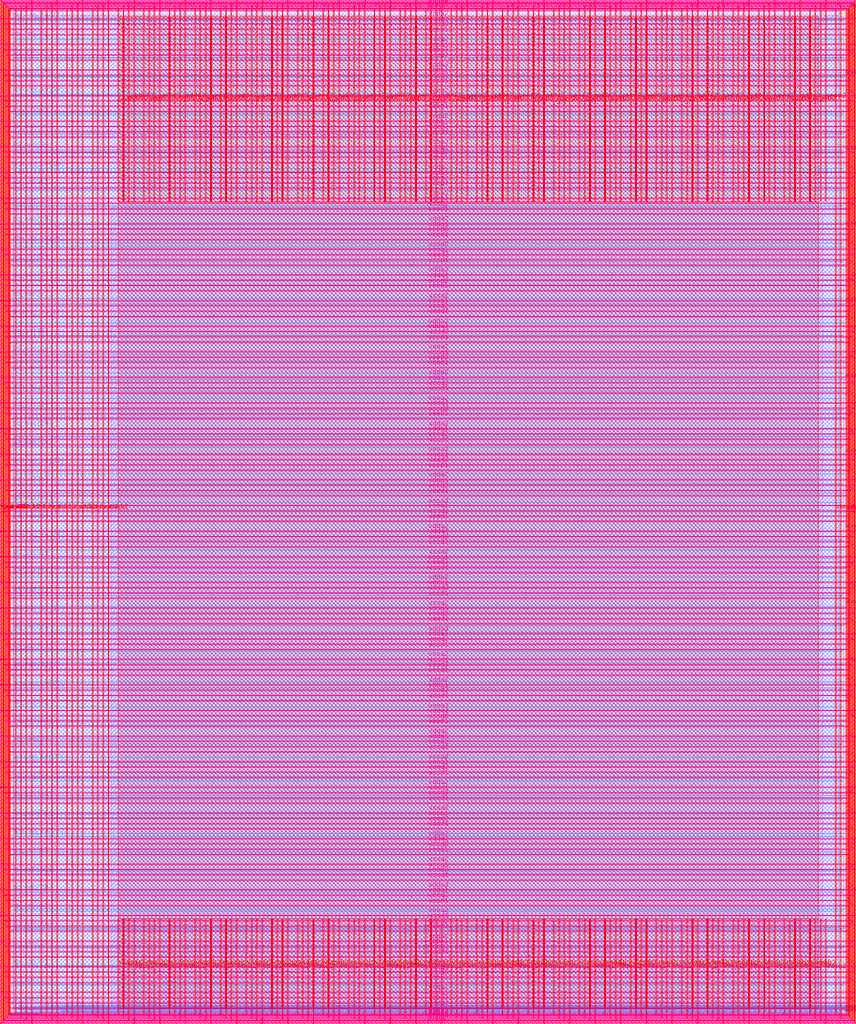
<source format=lef>
VERSION 5.7 ;
  NOWIREEXTENSIONATPIN ON ;
  DIVIDERCHAR "/" ;
  BUSBITCHARS "[]" ;
MACRO user_project_wrapper
  CLASS BLOCK ;
  FOREIGN user_project_wrapper ;
  ORIGIN 0.000 0.000 ;
  SIZE 2920.000 BY 3520.000 ;
  PIN analog_io[0]
    DIRECTION INOUT ;
    USE SIGNAL ;
    PORT
      LAYER met3 ;
        RECT 2917.600 1426.380 2924.800 1427.580 ;
    END
  END analog_io[0]
  PIN analog_io[10]
    DIRECTION INOUT ;
    USE SIGNAL ;
    PORT
      LAYER met2 ;
        RECT 2230.490 3517.600 2231.050 3524.800 ;
    END
  END analog_io[10]
  PIN analog_io[11]
    DIRECTION INOUT ;
    USE SIGNAL ;
    PORT
      LAYER met2 ;
        RECT 1905.730 3517.600 1906.290 3524.800 ;
    END
  END analog_io[11]
  PIN analog_io[12]
    DIRECTION INOUT ;
    USE SIGNAL ;
    PORT
      LAYER met2 ;
        RECT 1581.430 3517.600 1581.990 3524.800 ;
    END
  END analog_io[12]
  PIN analog_io[13]
    DIRECTION INOUT ;
    USE SIGNAL ;
    PORT
      LAYER met2 ;
        RECT 1257.130 3517.600 1257.690 3524.800 ;
    END
  END analog_io[13]
  PIN analog_io[14]
    DIRECTION INOUT ;
    USE SIGNAL ;
    PORT
      LAYER met2 ;
        RECT 932.370 3517.600 932.930 3524.800 ;
    END
  END analog_io[14]
  PIN analog_io[15]
    DIRECTION INOUT ;
    USE SIGNAL ;
    PORT
      LAYER met2 ;
        RECT 608.070 3517.600 608.630 3524.800 ;
    END
  END analog_io[15]
  PIN analog_io[16]
    DIRECTION INOUT ;
    USE SIGNAL ;
    PORT
      LAYER met2 ;
        RECT 283.770 3517.600 284.330 3524.800 ;
    END
  END analog_io[16]
  PIN analog_io[17]
    DIRECTION INOUT ;
    USE SIGNAL ;
    PORT
      LAYER met3 ;
        RECT -4.800 3486.100 2.400 3487.300 ;
    END
  END analog_io[17]
  PIN analog_io[18]
    DIRECTION INOUT ;
    USE SIGNAL ;
    PORT
      LAYER met3 ;
        RECT -4.800 3224.980 2.400 3226.180 ;
    END
  END analog_io[18]
  PIN analog_io[19]
    DIRECTION INOUT ;
    USE SIGNAL ;
    PORT
      LAYER met3 ;
        RECT -4.800 2964.540 2.400 2965.740 ;
    END
  END analog_io[19]
  PIN analog_io[1]
    DIRECTION INOUT ;
    USE SIGNAL ;
    PORT
      LAYER met3 ;
        RECT 2917.600 1692.260 2924.800 1693.460 ;
    END
  END analog_io[1]
  PIN analog_io[20]
    DIRECTION INOUT ;
    USE SIGNAL ;
    PORT
      LAYER met3 ;
        RECT -4.800 2703.420 2.400 2704.620 ;
    END
  END analog_io[20]
  PIN analog_io[21]
    DIRECTION INOUT ;
    USE SIGNAL ;
    PORT
      LAYER met3 ;
        RECT -4.800 2442.980 2.400 2444.180 ;
    END
  END analog_io[21]
  PIN analog_io[22]
    DIRECTION INOUT ;
    USE SIGNAL ;
    PORT
      LAYER met3 ;
        RECT -4.800 2182.540 2.400 2183.740 ;
    END
  END analog_io[22]
  PIN analog_io[23]
    DIRECTION INOUT ;
    USE SIGNAL ;
    PORT
      LAYER met3 ;
        RECT -4.800 1921.420 2.400 1922.620 ;
    END
  END analog_io[23]
  PIN analog_io[24]
    DIRECTION INOUT ;
    USE SIGNAL ;
    PORT
      LAYER met3 ;
        RECT -4.800 1660.980 2.400 1662.180 ;
    END
  END analog_io[24]
  PIN analog_io[25]
    DIRECTION INOUT ;
    USE SIGNAL ;
    PORT
      LAYER met3 ;
        RECT -4.800 1399.860 2.400 1401.060 ;
    END
  END analog_io[25]
  PIN analog_io[26]
    DIRECTION INOUT ;
    USE SIGNAL ;
    PORT
      LAYER met3 ;
        RECT -4.800 1139.420 2.400 1140.620 ;
    END
  END analog_io[26]
  PIN analog_io[27]
    DIRECTION INOUT ;
    USE SIGNAL ;
    PORT
      LAYER met3 ;
        RECT -4.800 878.980 2.400 880.180 ;
    END
  END analog_io[27]
  PIN analog_io[28]
    DIRECTION INOUT ;
    USE SIGNAL ;
    PORT
      LAYER met3 ;
        RECT -4.800 617.860 2.400 619.060 ;
    END
  END analog_io[28]
  PIN analog_io[2]
    DIRECTION INOUT ;
    USE SIGNAL ;
    PORT
      LAYER met3 ;
        RECT 2917.600 1958.140 2924.800 1959.340 ;
    END
  END analog_io[2]
  PIN analog_io[3]
    DIRECTION INOUT ;
    USE SIGNAL ;
    PORT
      LAYER met3 ;
        RECT 2917.600 2223.340 2924.800 2224.540 ;
    END
  END analog_io[3]
  PIN analog_io[4]
    DIRECTION INOUT ;
    USE SIGNAL ;
    PORT
      LAYER met3 ;
        RECT 2917.600 2489.220 2924.800 2490.420 ;
    END
  END analog_io[4]
  PIN analog_io[5]
    DIRECTION INOUT ;
    USE SIGNAL ;
    PORT
      LAYER met3 ;
        RECT 2917.600 2755.100 2924.800 2756.300 ;
    END
  END analog_io[5]
  PIN analog_io[6]
    DIRECTION INOUT ;
    USE SIGNAL ;
    PORT
      LAYER met3 ;
        RECT 2917.600 3020.300 2924.800 3021.500 ;
    END
  END analog_io[6]
  PIN analog_io[7]
    DIRECTION INOUT ;
    USE SIGNAL ;
    PORT
      LAYER met3 ;
        RECT 2917.600 3286.180 2924.800 3287.380 ;
    END
  END analog_io[7]
  PIN analog_io[8]
    DIRECTION INOUT ;
    USE SIGNAL ;
    PORT
      LAYER met2 ;
        RECT 2879.090 3517.600 2879.650 3524.800 ;
    END
  END analog_io[8]
  PIN analog_io[9]
    DIRECTION INOUT ;
    USE SIGNAL ;
    PORT
      LAYER met2 ;
        RECT 2554.790 3517.600 2555.350 3524.800 ;
    END
  END analog_io[9]
  PIN io_in[0]
    DIRECTION INPUT ;
    USE SIGNAL ;
    PORT
      LAYER met3 ;
        RECT 2917.600 32.380 2924.800 33.580 ;
    END
  END io_in[0]
  PIN io_in[10]
    DIRECTION INPUT ;
    USE SIGNAL ;
    PORT
      LAYER met3 ;
        RECT 2917.600 2289.980 2924.800 2291.180 ;
    END
  END io_in[10]
  PIN io_in[11]
    DIRECTION INPUT ;
    USE SIGNAL ;
    PORT
      LAYER met3 ;
        RECT 2917.600 2555.860 2924.800 2557.060 ;
    END
  END io_in[11]
  PIN io_in[12]
    DIRECTION INPUT ;
    USE SIGNAL ;
    PORT
      LAYER met3 ;
        RECT 2917.600 2821.060 2924.800 2822.260 ;
    END
  END io_in[12]
  PIN io_in[13]
    DIRECTION INPUT ;
    USE SIGNAL ;
    PORT
      LAYER met3 ;
        RECT 2917.600 3086.940 2924.800 3088.140 ;
    END
  END io_in[13]
  PIN io_in[14]
    DIRECTION INPUT ;
    USE SIGNAL ;
    PORT
      LAYER met3 ;
        RECT 2917.600 3352.820 2924.800 3354.020 ;
    END
  END io_in[14]
  PIN io_in[15]
    DIRECTION INPUT ;
    USE SIGNAL ;
    PORT
      LAYER met2 ;
        RECT 2798.130 3517.600 2798.690 3524.800 ;
    END
  END io_in[15]
  PIN io_in[16]
    DIRECTION INPUT ;
    USE SIGNAL ;
    PORT
      LAYER met2 ;
        RECT 2473.830 3517.600 2474.390 3524.800 ;
    END
  END io_in[16]
  PIN io_in[17]
    DIRECTION INPUT ;
    USE SIGNAL ;
    PORT
      LAYER met2 ;
        RECT 2149.070 3517.600 2149.630 3524.800 ;
    END
  END io_in[17]
  PIN io_in[18]
    DIRECTION INPUT ;
    USE SIGNAL ;
    PORT
      LAYER met2 ;
        RECT 1824.770 3517.600 1825.330 3524.800 ;
    END
  END io_in[18]
  PIN io_in[19]
    DIRECTION INPUT ;
    USE SIGNAL ;
    PORT
      LAYER met2 ;
        RECT 1500.470 3517.600 1501.030 3524.800 ;
    END
  END io_in[19]
  PIN io_in[1]
    DIRECTION INPUT ;
    USE SIGNAL ;
    PORT
      LAYER met3 ;
        RECT 2917.600 230.940 2924.800 232.140 ;
    END
  END io_in[1]
  PIN io_in[20]
    DIRECTION INPUT ;
    USE SIGNAL ;
    PORT
      LAYER met2 ;
        RECT 1175.710 3517.600 1176.270 3524.800 ;
    END
  END io_in[20]
  PIN io_in[21]
    DIRECTION INPUT ;
    USE SIGNAL ;
    PORT
      LAYER met2 ;
        RECT 851.410 3517.600 851.970 3524.800 ;
    END
  END io_in[21]
  PIN io_in[22]
    DIRECTION INPUT ;
    USE SIGNAL ;
    PORT
      LAYER met2 ;
        RECT 527.110 3517.600 527.670 3524.800 ;
    END
  END io_in[22]
  PIN io_in[23]
    DIRECTION INPUT ;
    USE SIGNAL ;
    PORT
      LAYER met2 ;
        RECT 202.350 3517.600 202.910 3524.800 ;
    END
  END io_in[23]
  PIN io_in[24]
    DIRECTION INPUT ;
    USE SIGNAL ;
    PORT
      LAYER met3 ;
        RECT -4.800 3420.820 2.400 3422.020 ;
    END
  END io_in[24]
  PIN io_in[25]
    DIRECTION INPUT ;
    USE SIGNAL ;
    PORT
      LAYER met3 ;
        RECT -4.800 3159.700 2.400 3160.900 ;
    END
  END io_in[25]
  PIN io_in[26]
    DIRECTION INPUT ;
    USE SIGNAL ;
    PORT
      LAYER met3 ;
        RECT -4.800 2899.260 2.400 2900.460 ;
    END
  END io_in[26]
  PIN io_in[27]
    DIRECTION INPUT ;
    USE SIGNAL ;
    PORT
      LAYER met3 ;
        RECT -4.800 2638.820 2.400 2640.020 ;
    END
  END io_in[27]
  PIN io_in[28]
    DIRECTION INPUT ;
    USE SIGNAL ;
    PORT
      LAYER met3 ;
        RECT -4.800 2377.700 2.400 2378.900 ;
    END
  END io_in[28]
  PIN io_in[29]
    DIRECTION INPUT ;
    USE SIGNAL ;
    PORT
      LAYER met3 ;
        RECT -4.800 2117.260 2.400 2118.460 ;
    END
  END io_in[29]
  PIN io_in[2]
    DIRECTION INPUT ;
    USE SIGNAL ;
    PORT
      LAYER met3 ;
        RECT 2917.600 430.180 2924.800 431.380 ;
    END
  END io_in[2]
  PIN io_in[30]
    DIRECTION INPUT ;
    USE SIGNAL ;
    PORT
      LAYER met3 ;
        RECT -4.800 1856.140 2.400 1857.340 ;
    END
  END io_in[30]
  PIN io_in[31]
    DIRECTION INPUT ;
    USE SIGNAL ;
    PORT
      LAYER met3 ;
        RECT -4.800 1595.700 2.400 1596.900 ;
    END
  END io_in[31]
  PIN io_in[32]
    DIRECTION INPUT ;
    USE SIGNAL ;
    PORT
      LAYER met3 ;
        RECT -4.800 1335.260 2.400 1336.460 ;
    END
  END io_in[32]
  PIN io_in[33]
    DIRECTION INPUT ;
    USE SIGNAL ;
    PORT
      LAYER met3 ;
        RECT -4.800 1074.140 2.400 1075.340 ;
    END
  END io_in[33]
  PIN io_in[34]
    DIRECTION INPUT ;
    USE SIGNAL ;
    PORT
      LAYER met3 ;
        RECT -4.800 813.700 2.400 814.900 ;
    END
  END io_in[34]
  PIN io_in[35]
    DIRECTION INPUT ;
    USE SIGNAL ;
    PORT
      LAYER met3 ;
        RECT -4.800 552.580 2.400 553.780 ;
    END
  END io_in[35]
  PIN io_in[36]
    DIRECTION INPUT ;
    USE SIGNAL ;
    PORT
      LAYER met3 ;
        RECT -4.800 357.420 2.400 358.620 ;
    END
  END io_in[36]
  PIN io_in[37]
    DIRECTION INPUT ;
    USE SIGNAL ;
    PORT
      LAYER met3 ;
        RECT -4.800 161.580 2.400 162.780 ;
    END
  END io_in[37]
  PIN io_in[3]
    DIRECTION INPUT ;
    USE SIGNAL ;
    PORT
      LAYER met3 ;
        RECT 2917.600 629.420 2924.800 630.620 ;
    END
  END io_in[3]
  PIN io_in[4]
    DIRECTION INPUT ;
    USE SIGNAL ;
    PORT
      LAYER met3 ;
        RECT 2917.600 828.660 2924.800 829.860 ;
    END
  END io_in[4]
  PIN io_in[5]
    DIRECTION INPUT ;
    USE SIGNAL ;
    PORT
      LAYER met3 ;
        RECT 2917.600 1027.900 2924.800 1029.100 ;
    END
  END io_in[5]
  PIN io_in[6]
    DIRECTION INPUT ;
    USE SIGNAL ;
    PORT
      LAYER met3 ;
        RECT 2917.600 1227.140 2924.800 1228.340 ;
    END
  END io_in[6]
  PIN io_in[7]
    DIRECTION INPUT ;
    USE SIGNAL ;
    PORT
      LAYER met3 ;
        RECT 2917.600 1493.020 2924.800 1494.220 ;
    END
  END io_in[7]
  PIN io_in[8]
    DIRECTION INPUT ;
    USE SIGNAL ;
    PORT
      LAYER met3 ;
        RECT 2917.600 1758.900 2924.800 1760.100 ;
    END
  END io_in[8]
  PIN io_in[9]
    DIRECTION INPUT ;
    USE SIGNAL ;
    PORT
      LAYER met3 ;
        RECT 2917.600 2024.100 2924.800 2025.300 ;
    END
  END io_in[9]
  PIN io_oeb[0]
    DIRECTION OUTPUT TRISTATE ;
    USE SIGNAL ;
    PORT
      LAYER met3 ;
        RECT 2917.600 164.980 2924.800 166.180 ;
    END
  END io_oeb[0]
  PIN io_oeb[10]
    DIRECTION OUTPUT TRISTATE ;
    USE SIGNAL ;
    PORT
      LAYER met3 ;
        RECT 2917.600 2422.580 2924.800 2423.780 ;
    END
  END io_oeb[10]
  PIN io_oeb[11]
    DIRECTION OUTPUT TRISTATE ;
    USE SIGNAL ;
    PORT
      LAYER met3 ;
        RECT 2917.600 2688.460 2924.800 2689.660 ;
    END
  END io_oeb[11]
  PIN io_oeb[12]
    DIRECTION OUTPUT TRISTATE ;
    USE SIGNAL ;
    PORT
      LAYER met3 ;
        RECT 2917.600 2954.340 2924.800 2955.540 ;
    END
  END io_oeb[12]
  PIN io_oeb[13]
    DIRECTION OUTPUT TRISTATE ;
    USE SIGNAL ;
    PORT
      LAYER met3 ;
        RECT 2917.600 3219.540 2924.800 3220.740 ;
    END
  END io_oeb[13]
  PIN io_oeb[14]
    DIRECTION OUTPUT TRISTATE ;
    USE SIGNAL ;
    PORT
      LAYER met3 ;
        RECT 2917.600 3485.420 2924.800 3486.620 ;
    END
  END io_oeb[14]
  PIN io_oeb[15]
    DIRECTION OUTPUT TRISTATE ;
    USE SIGNAL ;
    PORT
      LAYER met2 ;
        RECT 2635.750 3517.600 2636.310 3524.800 ;
    END
  END io_oeb[15]
  PIN io_oeb[16]
    DIRECTION OUTPUT TRISTATE ;
    USE SIGNAL ;
    PORT
      LAYER met2 ;
        RECT 2311.450 3517.600 2312.010 3524.800 ;
    END
  END io_oeb[16]
  PIN io_oeb[17]
    DIRECTION OUTPUT TRISTATE ;
    USE SIGNAL ;
    PORT
      LAYER met2 ;
        RECT 1987.150 3517.600 1987.710 3524.800 ;
    END
  END io_oeb[17]
  PIN io_oeb[18]
    DIRECTION OUTPUT TRISTATE ;
    USE SIGNAL ;
    PORT
      LAYER met2 ;
        RECT 1662.390 3517.600 1662.950 3524.800 ;
    END
  END io_oeb[18]
  PIN io_oeb[19]
    DIRECTION OUTPUT TRISTATE ;
    USE SIGNAL ;
    PORT
      LAYER met2 ;
        RECT 1338.090 3517.600 1338.650 3524.800 ;
    END
  END io_oeb[19]
  PIN io_oeb[1]
    DIRECTION OUTPUT TRISTATE ;
    USE SIGNAL ;
    PORT
      LAYER met3 ;
        RECT 2917.600 364.220 2924.800 365.420 ;
    END
  END io_oeb[1]
  PIN io_oeb[20]
    DIRECTION OUTPUT TRISTATE ;
    USE SIGNAL ;
    PORT
      LAYER met2 ;
        RECT 1013.790 3517.600 1014.350 3524.800 ;
    END
  END io_oeb[20]
  PIN io_oeb[21]
    DIRECTION OUTPUT TRISTATE ;
    USE SIGNAL ;
    PORT
      LAYER met2 ;
        RECT 689.030 3517.600 689.590 3524.800 ;
    END
  END io_oeb[21]
  PIN io_oeb[22]
    DIRECTION OUTPUT TRISTATE ;
    USE SIGNAL ;
    PORT
      LAYER met2 ;
        RECT 364.730 3517.600 365.290 3524.800 ;
    END
  END io_oeb[22]
  PIN io_oeb[23]
    DIRECTION OUTPUT TRISTATE ;
    USE SIGNAL ;
    PORT
      LAYER met2 ;
        RECT 40.430 3517.600 40.990 3524.800 ;
    END
  END io_oeb[23]
  PIN io_oeb[24]
    DIRECTION OUTPUT TRISTATE ;
    USE SIGNAL ;
    PORT
      LAYER met3 ;
        RECT -4.800 3290.260 2.400 3291.460 ;
    END
  END io_oeb[24]
  PIN io_oeb[25]
    DIRECTION OUTPUT TRISTATE ;
    USE SIGNAL ;
    PORT
      LAYER met3 ;
        RECT -4.800 3029.820 2.400 3031.020 ;
    END
  END io_oeb[25]
  PIN io_oeb[26]
    DIRECTION OUTPUT TRISTATE ;
    USE SIGNAL ;
    PORT
      LAYER met3 ;
        RECT -4.800 2768.700 2.400 2769.900 ;
    END
  END io_oeb[26]
  PIN io_oeb[27]
    DIRECTION OUTPUT TRISTATE ;
    USE SIGNAL ;
    PORT
      LAYER met3 ;
        RECT -4.800 2508.260 2.400 2509.460 ;
    END
  END io_oeb[27]
  PIN io_oeb[28]
    DIRECTION OUTPUT TRISTATE ;
    USE SIGNAL ;
    PORT
      LAYER met3 ;
        RECT -4.800 2247.140 2.400 2248.340 ;
    END
  END io_oeb[28]
  PIN io_oeb[29]
    DIRECTION OUTPUT TRISTATE ;
    USE SIGNAL ;
    PORT
      LAYER met3 ;
        RECT -4.800 1986.700 2.400 1987.900 ;
    END
  END io_oeb[29]
  PIN io_oeb[2]
    DIRECTION OUTPUT TRISTATE ;
    USE SIGNAL ;
    PORT
      LAYER met3 ;
        RECT 2917.600 563.460 2924.800 564.660 ;
    END
  END io_oeb[2]
  PIN io_oeb[30]
    DIRECTION OUTPUT TRISTATE ;
    USE SIGNAL ;
    PORT
      LAYER met3 ;
        RECT -4.800 1726.260 2.400 1727.460 ;
    END
  END io_oeb[30]
  PIN io_oeb[31]
    DIRECTION OUTPUT TRISTATE ;
    USE SIGNAL ;
    PORT
      LAYER met3 ;
        RECT -4.800 1465.140 2.400 1466.340 ;
    END
  END io_oeb[31]
  PIN io_oeb[32]
    DIRECTION OUTPUT TRISTATE ;
    USE SIGNAL ;
    PORT
      LAYER met3 ;
        RECT -4.800 1204.700 2.400 1205.900 ;
    END
  END io_oeb[32]
  PIN io_oeb[33]
    DIRECTION OUTPUT TRISTATE ;
    USE SIGNAL ;
    PORT
      LAYER met3 ;
        RECT -4.800 943.580 2.400 944.780 ;
    END
  END io_oeb[33]
  PIN io_oeb[34]
    DIRECTION OUTPUT TRISTATE ;
    USE SIGNAL ;
    PORT
      LAYER met3 ;
        RECT -4.800 683.140 2.400 684.340 ;
    END
  END io_oeb[34]
  PIN io_oeb[35]
    DIRECTION OUTPUT TRISTATE ;
    USE SIGNAL ;
    PORT
      LAYER met3 ;
        RECT -4.800 422.700 2.400 423.900 ;
    END
  END io_oeb[35]
  PIN io_oeb[36]
    DIRECTION OUTPUT TRISTATE ;
    USE SIGNAL ;
    PORT
      LAYER met3 ;
        RECT -4.800 226.860 2.400 228.060 ;
    END
  END io_oeb[36]
  PIN io_oeb[37]
    DIRECTION OUTPUT TRISTATE ;
    USE SIGNAL ;
    PORT
      LAYER met3 ;
        RECT -4.800 31.700 2.400 32.900 ;
    END
  END io_oeb[37]
  PIN io_oeb[3]
    DIRECTION OUTPUT TRISTATE ;
    USE SIGNAL ;
    PORT
      LAYER met3 ;
        RECT 2917.600 762.700 2924.800 763.900 ;
    END
  END io_oeb[3]
  PIN io_oeb[4]
    DIRECTION OUTPUT TRISTATE ;
    USE SIGNAL ;
    PORT
      LAYER met3 ;
        RECT 2917.600 961.940 2924.800 963.140 ;
    END
  END io_oeb[4]
  PIN io_oeb[5]
    DIRECTION OUTPUT TRISTATE ;
    USE SIGNAL ;
    PORT
      LAYER met3 ;
        RECT 2917.600 1161.180 2924.800 1162.380 ;
    END
  END io_oeb[5]
  PIN io_oeb[6]
    DIRECTION OUTPUT TRISTATE ;
    USE SIGNAL ;
    PORT
      LAYER met3 ;
        RECT 2917.600 1360.420 2924.800 1361.620 ;
    END
  END io_oeb[6]
  PIN io_oeb[7]
    DIRECTION OUTPUT TRISTATE ;
    USE SIGNAL ;
    PORT
      LAYER met3 ;
        RECT 2917.600 1625.620 2924.800 1626.820 ;
    END
  END io_oeb[7]
  PIN io_oeb[8]
    DIRECTION OUTPUT TRISTATE ;
    USE SIGNAL ;
    PORT
      LAYER met3 ;
        RECT 2917.600 1891.500 2924.800 1892.700 ;
    END
  END io_oeb[8]
  PIN io_oeb[9]
    DIRECTION OUTPUT TRISTATE ;
    USE SIGNAL ;
    PORT
      LAYER met3 ;
        RECT 2917.600 2157.380 2924.800 2158.580 ;
    END
  END io_oeb[9]
  PIN io_out[0]
    DIRECTION OUTPUT TRISTATE ;
    USE SIGNAL ;
    PORT
      LAYER met3 ;
        RECT 2917.600 98.340 2924.800 99.540 ;
    END
  END io_out[0]
  PIN io_out[10]
    DIRECTION OUTPUT TRISTATE ;
    USE SIGNAL ;
    PORT
      LAYER met3 ;
        RECT 2917.600 2356.620 2924.800 2357.820 ;
    END
  END io_out[10]
  PIN io_out[11]
    DIRECTION OUTPUT TRISTATE ;
    USE SIGNAL ;
    PORT
      LAYER met3 ;
        RECT 2917.600 2621.820 2924.800 2623.020 ;
    END
  END io_out[11]
  PIN io_out[12]
    DIRECTION OUTPUT TRISTATE ;
    USE SIGNAL ;
    PORT
      LAYER met3 ;
        RECT 2917.600 2887.700 2924.800 2888.900 ;
    END
  END io_out[12]
  PIN io_out[13]
    DIRECTION OUTPUT TRISTATE ;
    USE SIGNAL ;
    PORT
      LAYER met3 ;
        RECT 2917.600 3153.580 2924.800 3154.780 ;
    END
  END io_out[13]
  PIN io_out[14]
    DIRECTION OUTPUT TRISTATE ;
    USE SIGNAL ;
    PORT
      LAYER met3 ;
        RECT 2917.600 3418.780 2924.800 3419.980 ;
    END
  END io_out[14]
  PIN io_out[15]
    DIRECTION OUTPUT TRISTATE ;
    USE SIGNAL ;
    PORT
      LAYER met2 ;
        RECT 2717.170 3517.600 2717.730 3524.800 ;
    END
  END io_out[15]
  PIN io_out[16]
    DIRECTION OUTPUT TRISTATE ;
    USE SIGNAL ;
    PORT
      LAYER met2 ;
        RECT 2392.410 3517.600 2392.970 3524.800 ;
    END
  END io_out[16]
  PIN io_out[17]
    DIRECTION OUTPUT TRISTATE ;
    USE SIGNAL ;
    PORT
      LAYER met2 ;
        RECT 2068.110 3517.600 2068.670 3524.800 ;
    END
  END io_out[17]
  PIN io_out[18]
    DIRECTION OUTPUT TRISTATE ;
    USE SIGNAL ;
    PORT
      LAYER met2 ;
        RECT 1743.810 3517.600 1744.370 3524.800 ;
    END
  END io_out[18]
  PIN io_out[19]
    DIRECTION OUTPUT TRISTATE ;
    USE SIGNAL ;
    PORT
      LAYER met2 ;
        RECT 1419.050 3517.600 1419.610 3524.800 ;
    END
  END io_out[19]
  PIN io_out[1]
    DIRECTION OUTPUT TRISTATE ;
    USE SIGNAL ;
    PORT
      LAYER met3 ;
        RECT 2917.600 297.580 2924.800 298.780 ;
    END
  END io_out[1]
  PIN io_out[20]
    DIRECTION OUTPUT TRISTATE ;
    USE SIGNAL ;
    PORT
      LAYER met2 ;
        RECT 1094.750 3517.600 1095.310 3524.800 ;
    END
  END io_out[20]
  PIN io_out[21]
    DIRECTION OUTPUT TRISTATE ;
    USE SIGNAL ;
    PORT
      LAYER met2 ;
        RECT 770.450 3517.600 771.010 3524.800 ;
    END
  END io_out[21]
  PIN io_out[22]
    DIRECTION OUTPUT TRISTATE ;
    USE SIGNAL ;
    PORT
      LAYER met2 ;
        RECT 445.690 3517.600 446.250 3524.800 ;
    END
  END io_out[22]
  PIN io_out[23]
    DIRECTION OUTPUT TRISTATE ;
    USE SIGNAL ;
    PORT
      LAYER met2 ;
        RECT 121.390 3517.600 121.950 3524.800 ;
    END
  END io_out[23]
  PIN io_out[24]
    DIRECTION OUTPUT TRISTATE ;
    USE SIGNAL ;
    PORT
      LAYER met3 ;
        RECT -4.800 3355.540 2.400 3356.740 ;
    END
  END io_out[24]
  PIN io_out[25]
    DIRECTION OUTPUT TRISTATE ;
    USE SIGNAL ;
    PORT
      LAYER met3 ;
        RECT -4.800 3095.100 2.400 3096.300 ;
    END
  END io_out[25]
  PIN io_out[26]
    DIRECTION OUTPUT TRISTATE ;
    USE SIGNAL ;
    PORT
      LAYER met3 ;
        RECT -4.800 2833.980 2.400 2835.180 ;
    END
  END io_out[26]
  PIN io_out[27]
    DIRECTION OUTPUT TRISTATE ;
    USE SIGNAL ;
    PORT
      LAYER met3 ;
        RECT -4.800 2573.540 2.400 2574.740 ;
    END
  END io_out[27]
  PIN io_out[28]
    DIRECTION OUTPUT TRISTATE ;
    USE SIGNAL ;
    PORT
      LAYER met3 ;
        RECT -4.800 2312.420 2.400 2313.620 ;
    END
  END io_out[28]
  PIN io_out[29]
    DIRECTION OUTPUT TRISTATE ;
    USE SIGNAL ;
    PORT
      LAYER met3 ;
        RECT -4.800 2051.980 2.400 2053.180 ;
    END
  END io_out[29]
  PIN io_out[2]
    DIRECTION OUTPUT TRISTATE ;
    USE SIGNAL ;
    PORT
      LAYER met3 ;
        RECT 2917.600 496.820 2924.800 498.020 ;
    END
  END io_out[2]
  PIN io_out[30]
    DIRECTION OUTPUT TRISTATE ;
    USE SIGNAL ;
    PORT
      LAYER met3 ;
        RECT -4.800 1791.540 2.400 1792.740 ;
    END
  END io_out[30]
  PIN io_out[31]
    DIRECTION OUTPUT TRISTATE ;
    USE SIGNAL ;
    PORT
      LAYER met3 ;
        RECT -4.800 1530.420 2.400 1531.620 ;
    END
  END io_out[31]
  PIN io_out[32]
    DIRECTION OUTPUT TRISTATE ;
    USE SIGNAL ;
    PORT
      LAYER met3 ;
        RECT -4.800 1269.980 2.400 1271.180 ;
    END
  END io_out[32]
  PIN io_out[33]
    DIRECTION OUTPUT TRISTATE ;
    USE SIGNAL ;
    PORT
      LAYER met3 ;
        RECT -4.800 1008.860 2.400 1010.060 ;
    END
  END io_out[33]
  PIN io_out[34]
    DIRECTION OUTPUT TRISTATE ;
    USE SIGNAL ;
    PORT
      LAYER met3 ;
        RECT -4.800 748.420 2.400 749.620 ;
    END
  END io_out[34]
  PIN io_out[35]
    DIRECTION OUTPUT TRISTATE ;
    USE SIGNAL ;
    PORT
      LAYER met3 ;
        RECT -4.800 487.300 2.400 488.500 ;
    END
  END io_out[35]
  PIN io_out[36]
    DIRECTION OUTPUT TRISTATE ;
    USE SIGNAL ;
    PORT
      LAYER met3 ;
        RECT -4.800 292.140 2.400 293.340 ;
    END
  END io_out[36]
  PIN io_out[37]
    DIRECTION OUTPUT TRISTATE ;
    USE SIGNAL ;
    PORT
      LAYER met3 ;
        RECT -4.800 96.300 2.400 97.500 ;
    END
  END io_out[37]
  PIN io_out[3]
    DIRECTION OUTPUT TRISTATE ;
    USE SIGNAL ;
    PORT
      LAYER met3 ;
        RECT 2917.600 696.060 2924.800 697.260 ;
    END
  END io_out[3]
  PIN io_out[4]
    DIRECTION OUTPUT TRISTATE ;
    USE SIGNAL ;
    PORT
      LAYER met3 ;
        RECT 2917.600 895.300 2924.800 896.500 ;
    END
  END io_out[4]
  PIN io_out[5]
    DIRECTION OUTPUT TRISTATE ;
    USE SIGNAL ;
    PORT
      LAYER met3 ;
        RECT 2917.600 1094.540 2924.800 1095.740 ;
    END
  END io_out[5]
  PIN io_out[6]
    DIRECTION OUTPUT TRISTATE ;
    USE SIGNAL ;
    PORT
      LAYER met3 ;
        RECT 2917.600 1293.780 2924.800 1294.980 ;
    END
  END io_out[6]
  PIN io_out[7]
    DIRECTION OUTPUT TRISTATE ;
    USE SIGNAL ;
    PORT
      LAYER met3 ;
        RECT 2917.600 1559.660 2924.800 1560.860 ;
    END
  END io_out[7]
  PIN io_out[8]
    DIRECTION OUTPUT TRISTATE ;
    USE SIGNAL ;
    PORT
      LAYER met3 ;
        RECT 2917.600 1824.860 2924.800 1826.060 ;
    END
  END io_out[8]
  PIN io_out[9]
    DIRECTION OUTPUT TRISTATE ;
    USE SIGNAL ;
    PORT
      LAYER met3 ;
        RECT 2917.600 2090.740 2924.800 2091.940 ;
    END
  END io_out[9]
  PIN la_data_in[0]
    DIRECTION INPUT ;
    USE SIGNAL ;
    PORT
      LAYER met2 ;
        RECT 629.230 -4.800 629.790 2.400 ;
    END
  END la_data_in[0]
  PIN la_data_in[100]
    DIRECTION INPUT ;
    USE SIGNAL ;
    PORT
      LAYER met2 ;
        RECT 2402.530 -4.800 2403.090 2.400 ;
    END
  END la_data_in[100]
  PIN la_data_in[101]
    DIRECTION INPUT ;
    USE SIGNAL ;
    PORT
      LAYER met2 ;
        RECT 2420.010 -4.800 2420.570 2.400 ;
    END
  END la_data_in[101]
  PIN la_data_in[102]
    DIRECTION INPUT ;
    USE SIGNAL ;
    PORT
      LAYER met2 ;
        RECT 2437.950 -4.800 2438.510 2.400 ;
    END
  END la_data_in[102]
  PIN la_data_in[103]
    DIRECTION INPUT ;
    USE SIGNAL ;
    PORT
      LAYER met2 ;
        RECT 2455.430 -4.800 2455.990 2.400 ;
    END
  END la_data_in[103]
  PIN la_data_in[104]
    DIRECTION INPUT ;
    USE SIGNAL ;
    PORT
      LAYER met2 ;
        RECT 2473.370 -4.800 2473.930 2.400 ;
    END
  END la_data_in[104]
  PIN la_data_in[105]
    DIRECTION INPUT ;
    USE SIGNAL ;
    PORT
      LAYER met2 ;
        RECT 2490.850 -4.800 2491.410 2.400 ;
    END
  END la_data_in[105]
  PIN la_data_in[106]
    DIRECTION INPUT ;
    USE SIGNAL ;
    PORT
      LAYER met2 ;
        RECT 2508.790 -4.800 2509.350 2.400 ;
    END
  END la_data_in[106]
  PIN la_data_in[107]
    DIRECTION INPUT ;
    USE SIGNAL ;
    PORT
      LAYER met2 ;
        RECT 2526.730 -4.800 2527.290 2.400 ;
    END
  END la_data_in[107]
  PIN la_data_in[108]
    DIRECTION INPUT ;
    USE SIGNAL ;
    PORT
      LAYER met2 ;
        RECT 2544.210 -4.800 2544.770 2.400 ;
    END
  END la_data_in[108]
  PIN la_data_in[109]
    DIRECTION INPUT ;
    USE SIGNAL ;
    PORT
      LAYER met2 ;
        RECT 2562.150 -4.800 2562.710 2.400 ;
    END
  END la_data_in[109]
  PIN la_data_in[10]
    DIRECTION INPUT ;
    USE SIGNAL ;
    PORT
      LAYER met2 ;
        RECT 806.330 -4.800 806.890 2.400 ;
    END
  END la_data_in[10]
  PIN la_data_in[110]
    DIRECTION INPUT ;
    USE SIGNAL ;
    PORT
      LAYER met2 ;
        RECT 2579.630 -4.800 2580.190 2.400 ;
    END
  END la_data_in[110]
  PIN la_data_in[111]
    DIRECTION INPUT ;
    USE SIGNAL ;
    PORT
      LAYER met2 ;
        RECT 2597.570 -4.800 2598.130 2.400 ;
    END
  END la_data_in[111]
  PIN la_data_in[112]
    DIRECTION INPUT ;
    USE SIGNAL ;
    PORT
      LAYER met2 ;
        RECT 2615.050 -4.800 2615.610 2.400 ;
    END
  END la_data_in[112]
  PIN la_data_in[113]
    DIRECTION INPUT ;
    USE SIGNAL ;
    PORT
      LAYER met2 ;
        RECT 2632.990 -4.800 2633.550 2.400 ;
    END
  END la_data_in[113]
  PIN la_data_in[114]
    DIRECTION INPUT ;
    USE SIGNAL ;
    PORT
      LAYER met2 ;
        RECT 2650.470 -4.800 2651.030 2.400 ;
    END
  END la_data_in[114]
  PIN la_data_in[115]
    DIRECTION INPUT ;
    USE SIGNAL ;
    PORT
      LAYER met2 ;
        RECT 2668.410 -4.800 2668.970 2.400 ;
    END
  END la_data_in[115]
  PIN la_data_in[116]
    DIRECTION INPUT ;
    USE SIGNAL ;
    PORT
      LAYER met2 ;
        RECT 2685.890 -4.800 2686.450 2.400 ;
    END
  END la_data_in[116]
  PIN la_data_in[117]
    DIRECTION INPUT ;
    USE SIGNAL ;
    PORT
      LAYER met2 ;
        RECT 2703.830 -4.800 2704.390 2.400 ;
    END
  END la_data_in[117]
  PIN la_data_in[118]
    DIRECTION INPUT ;
    USE SIGNAL ;
    PORT
      LAYER met2 ;
        RECT 2721.770 -4.800 2722.330 2.400 ;
    END
  END la_data_in[118]
  PIN la_data_in[119]
    DIRECTION INPUT ;
    USE SIGNAL ;
    PORT
      LAYER met2 ;
        RECT 2739.250 -4.800 2739.810 2.400 ;
    END
  END la_data_in[119]
  PIN la_data_in[11]
    DIRECTION INPUT ;
    USE SIGNAL ;
    PORT
      LAYER met2 ;
        RECT 824.270 -4.800 824.830 2.400 ;
    END
  END la_data_in[11]
  PIN la_data_in[120]
    DIRECTION INPUT ;
    USE SIGNAL ;
    PORT
      LAYER met2 ;
        RECT 2757.190 -4.800 2757.750 2.400 ;
    END
  END la_data_in[120]
  PIN la_data_in[121]
    DIRECTION INPUT ;
    USE SIGNAL ;
    PORT
      LAYER met2 ;
        RECT 2774.670 -4.800 2775.230 2.400 ;
    END
  END la_data_in[121]
  PIN la_data_in[122]
    DIRECTION INPUT ;
    USE SIGNAL ;
    PORT
      LAYER met2 ;
        RECT 2792.610 -4.800 2793.170 2.400 ;
    END
  END la_data_in[122]
  PIN la_data_in[123]
    DIRECTION INPUT ;
    USE SIGNAL ;
    PORT
      LAYER met2 ;
        RECT 2810.090 -4.800 2810.650 2.400 ;
    END
  END la_data_in[123]
  PIN la_data_in[124]
    DIRECTION INPUT ;
    USE SIGNAL ;
    PORT
      LAYER met2 ;
        RECT 2828.030 -4.800 2828.590 2.400 ;
    END
  END la_data_in[124]
  PIN la_data_in[125]
    DIRECTION INPUT ;
    USE SIGNAL ;
    PORT
      LAYER met2 ;
        RECT 2845.510 -4.800 2846.070 2.400 ;
    END
  END la_data_in[125]
  PIN la_data_in[126]
    DIRECTION INPUT ;
    USE SIGNAL ;
    PORT
      LAYER met2 ;
        RECT 2863.450 -4.800 2864.010 2.400 ;
    END
  END la_data_in[126]
  PIN la_data_in[127]
    DIRECTION INPUT ;
    USE SIGNAL ;
    PORT
      LAYER met2 ;
        RECT 2881.390 -4.800 2881.950 2.400 ;
    END
  END la_data_in[127]
  PIN la_data_in[12]
    DIRECTION INPUT ;
    USE SIGNAL ;
    PORT
      LAYER met2 ;
        RECT 841.750 -4.800 842.310 2.400 ;
    END
  END la_data_in[12]
  PIN la_data_in[13]
    DIRECTION INPUT ;
    USE SIGNAL ;
    PORT
      LAYER met2 ;
        RECT 859.690 -4.800 860.250 2.400 ;
    END
  END la_data_in[13]
  PIN la_data_in[14]
    DIRECTION INPUT ;
    USE SIGNAL ;
    PORT
      LAYER met2 ;
        RECT 877.170 -4.800 877.730 2.400 ;
    END
  END la_data_in[14]
  PIN la_data_in[15]
    DIRECTION INPUT ;
    USE SIGNAL ;
    PORT
      LAYER met2 ;
        RECT 895.110 -4.800 895.670 2.400 ;
    END
  END la_data_in[15]
  PIN la_data_in[16]
    DIRECTION INPUT ;
    USE SIGNAL ;
    PORT
      LAYER met2 ;
        RECT 912.590 -4.800 913.150 2.400 ;
    END
  END la_data_in[16]
  PIN la_data_in[17]
    DIRECTION INPUT ;
    USE SIGNAL ;
    PORT
      LAYER met2 ;
        RECT 930.530 -4.800 931.090 2.400 ;
    END
  END la_data_in[17]
  PIN la_data_in[18]
    DIRECTION INPUT ;
    USE SIGNAL ;
    PORT
      LAYER met2 ;
        RECT 948.470 -4.800 949.030 2.400 ;
    END
  END la_data_in[18]
  PIN la_data_in[19]
    DIRECTION INPUT ;
    USE SIGNAL ;
    PORT
      LAYER met2 ;
        RECT 965.950 -4.800 966.510 2.400 ;
    END
  END la_data_in[19]
  PIN la_data_in[1]
    DIRECTION INPUT ;
    USE SIGNAL ;
    PORT
      LAYER met2 ;
        RECT 646.710 -4.800 647.270 2.400 ;
    END
  END la_data_in[1]
  PIN la_data_in[20]
    DIRECTION INPUT ;
    USE SIGNAL ;
    PORT
      LAYER met2 ;
        RECT 983.890 -4.800 984.450 2.400 ;
    END
  END la_data_in[20]
  PIN la_data_in[21]
    DIRECTION INPUT ;
    USE SIGNAL ;
    PORT
      LAYER met2 ;
        RECT 1001.370 -4.800 1001.930 2.400 ;
    END
  END la_data_in[21]
  PIN la_data_in[22]
    DIRECTION INPUT ;
    USE SIGNAL ;
    PORT
      LAYER met2 ;
        RECT 1019.310 -4.800 1019.870 2.400 ;
    END
  END la_data_in[22]
  PIN la_data_in[23]
    DIRECTION INPUT ;
    USE SIGNAL ;
    PORT
      LAYER met2 ;
        RECT 1036.790 -4.800 1037.350 2.400 ;
    END
  END la_data_in[23]
  PIN la_data_in[24]
    DIRECTION INPUT ;
    USE SIGNAL ;
    PORT
      LAYER met2 ;
        RECT 1054.730 -4.800 1055.290 2.400 ;
    END
  END la_data_in[24]
  PIN la_data_in[25]
    DIRECTION INPUT ;
    USE SIGNAL ;
    PORT
      LAYER met2 ;
        RECT 1072.210 -4.800 1072.770 2.400 ;
    END
  END la_data_in[25]
  PIN la_data_in[26]
    DIRECTION INPUT ;
    USE SIGNAL ;
    PORT
      LAYER met2 ;
        RECT 1090.150 -4.800 1090.710 2.400 ;
    END
  END la_data_in[26]
  PIN la_data_in[27]
    DIRECTION INPUT ;
    USE SIGNAL ;
    PORT
      LAYER met2 ;
        RECT 1107.630 -4.800 1108.190 2.400 ;
    END
  END la_data_in[27]
  PIN la_data_in[28]
    DIRECTION INPUT ;
    USE SIGNAL ;
    PORT
      LAYER met2 ;
        RECT 1125.570 -4.800 1126.130 2.400 ;
    END
  END la_data_in[28]
  PIN la_data_in[29]
    DIRECTION INPUT ;
    USE SIGNAL ;
    PORT
      LAYER met2 ;
        RECT 1143.510 -4.800 1144.070 2.400 ;
    END
  END la_data_in[29]
  PIN la_data_in[2]
    DIRECTION INPUT ;
    USE SIGNAL ;
    PORT
      LAYER met2 ;
        RECT 664.650 -4.800 665.210 2.400 ;
    END
  END la_data_in[2]
  PIN la_data_in[30]
    DIRECTION INPUT ;
    USE SIGNAL ;
    PORT
      LAYER met2 ;
        RECT 1160.990 -4.800 1161.550 2.400 ;
    END
  END la_data_in[30]
  PIN la_data_in[31]
    DIRECTION INPUT ;
    USE SIGNAL ;
    PORT
      LAYER met2 ;
        RECT 1178.930 -4.800 1179.490 2.400 ;
    END
  END la_data_in[31]
  PIN la_data_in[32]
    DIRECTION INPUT ;
    USE SIGNAL ;
    PORT
      LAYER met2 ;
        RECT 1196.410 -4.800 1196.970 2.400 ;
    END
  END la_data_in[32]
  PIN la_data_in[33]
    DIRECTION INPUT ;
    USE SIGNAL ;
    PORT
      LAYER met2 ;
        RECT 1214.350 -4.800 1214.910 2.400 ;
    END
  END la_data_in[33]
  PIN la_data_in[34]
    DIRECTION INPUT ;
    USE SIGNAL ;
    PORT
      LAYER met2 ;
        RECT 1231.830 -4.800 1232.390 2.400 ;
    END
  END la_data_in[34]
  PIN la_data_in[35]
    DIRECTION INPUT ;
    USE SIGNAL ;
    PORT
      LAYER met2 ;
        RECT 1249.770 -4.800 1250.330 2.400 ;
    END
  END la_data_in[35]
  PIN la_data_in[36]
    DIRECTION INPUT ;
    USE SIGNAL ;
    PORT
      LAYER met2 ;
        RECT 1267.250 -4.800 1267.810 2.400 ;
    END
  END la_data_in[36]
  PIN la_data_in[37]
    DIRECTION INPUT ;
    USE SIGNAL ;
    PORT
      LAYER met2 ;
        RECT 1285.190 -4.800 1285.750 2.400 ;
    END
  END la_data_in[37]
  PIN la_data_in[38]
    DIRECTION INPUT ;
    USE SIGNAL ;
    PORT
      LAYER met2 ;
        RECT 1303.130 -4.800 1303.690 2.400 ;
    END
  END la_data_in[38]
  PIN la_data_in[39]
    DIRECTION INPUT ;
    USE SIGNAL ;
    PORT
      LAYER met2 ;
        RECT 1320.610 -4.800 1321.170 2.400 ;
    END
  END la_data_in[39]
  PIN la_data_in[3]
    DIRECTION INPUT ;
    USE SIGNAL ;
    PORT
      LAYER met2 ;
        RECT 682.130 -4.800 682.690 2.400 ;
    END
  END la_data_in[3]
  PIN la_data_in[40]
    DIRECTION INPUT ;
    USE SIGNAL ;
    PORT
      LAYER met2 ;
        RECT 1338.550 -4.800 1339.110 2.400 ;
    END
  END la_data_in[40]
  PIN la_data_in[41]
    DIRECTION INPUT ;
    USE SIGNAL ;
    PORT
      LAYER met2 ;
        RECT 1356.030 -4.800 1356.590 2.400 ;
    END
  END la_data_in[41]
  PIN la_data_in[42]
    DIRECTION INPUT ;
    USE SIGNAL ;
    PORT
      LAYER met2 ;
        RECT 1373.970 -4.800 1374.530 2.400 ;
    END
  END la_data_in[42]
  PIN la_data_in[43]
    DIRECTION INPUT ;
    USE SIGNAL ;
    PORT
      LAYER met2 ;
        RECT 1391.450 -4.800 1392.010 2.400 ;
    END
  END la_data_in[43]
  PIN la_data_in[44]
    DIRECTION INPUT ;
    USE SIGNAL ;
    PORT
      LAYER met2 ;
        RECT 1409.390 -4.800 1409.950 2.400 ;
    END
  END la_data_in[44]
  PIN la_data_in[45]
    DIRECTION INPUT ;
    USE SIGNAL ;
    PORT
      LAYER met2 ;
        RECT 1426.870 -4.800 1427.430 2.400 ;
    END
  END la_data_in[45]
  PIN la_data_in[46]
    DIRECTION INPUT ;
    USE SIGNAL ;
    PORT
      LAYER met2 ;
        RECT 1444.810 -4.800 1445.370 2.400 ;
    END
  END la_data_in[46]
  PIN la_data_in[47]
    DIRECTION INPUT ;
    USE SIGNAL ;
    PORT
      LAYER met2 ;
        RECT 1462.750 -4.800 1463.310 2.400 ;
    END
  END la_data_in[47]
  PIN la_data_in[48]
    DIRECTION INPUT ;
    USE SIGNAL ;
    PORT
      LAYER met2 ;
        RECT 1480.230 -4.800 1480.790 2.400 ;
    END
  END la_data_in[48]
  PIN la_data_in[49]
    DIRECTION INPUT ;
    USE SIGNAL ;
    PORT
      LAYER met2 ;
        RECT 1498.170 -4.800 1498.730 2.400 ;
    END
  END la_data_in[49]
  PIN la_data_in[4]
    DIRECTION INPUT ;
    USE SIGNAL ;
    PORT
      LAYER met2 ;
        RECT 700.070 -4.800 700.630 2.400 ;
    END
  END la_data_in[4]
  PIN la_data_in[50]
    DIRECTION INPUT ;
    USE SIGNAL ;
    PORT
      LAYER met2 ;
        RECT 1515.650 -4.800 1516.210 2.400 ;
    END
  END la_data_in[50]
  PIN la_data_in[51]
    DIRECTION INPUT ;
    USE SIGNAL ;
    PORT
      LAYER met2 ;
        RECT 1533.590 -4.800 1534.150 2.400 ;
    END
  END la_data_in[51]
  PIN la_data_in[52]
    DIRECTION INPUT ;
    USE SIGNAL ;
    PORT
      LAYER met2 ;
        RECT 1551.070 -4.800 1551.630 2.400 ;
    END
  END la_data_in[52]
  PIN la_data_in[53]
    DIRECTION INPUT ;
    USE SIGNAL ;
    PORT
      LAYER met2 ;
        RECT 1569.010 -4.800 1569.570 2.400 ;
    END
  END la_data_in[53]
  PIN la_data_in[54]
    DIRECTION INPUT ;
    USE SIGNAL ;
    PORT
      LAYER met2 ;
        RECT 1586.490 -4.800 1587.050 2.400 ;
    END
  END la_data_in[54]
  PIN la_data_in[55]
    DIRECTION INPUT ;
    USE SIGNAL ;
    PORT
      LAYER met2 ;
        RECT 1604.430 -4.800 1604.990 2.400 ;
    END
  END la_data_in[55]
  PIN la_data_in[56]
    DIRECTION INPUT ;
    USE SIGNAL ;
    PORT
      LAYER met2 ;
        RECT 1621.910 -4.800 1622.470 2.400 ;
    END
  END la_data_in[56]
  PIN la_data_in[57]
    DIRECTION INPUT ;
    USE SIGNAL ;
    PORT
      LAYER met2 ;
        RECT 1639.850 -4.800 1640.410 2.400 ;
    END
  END la_data_in[57]
  PIN la_data_in[58]
    DIRECTION INPUT ;
    USE SIGNAL ;
    PORT
      LAYER met2 ;
        RECT 1657.790 -4.800 1658.350 2.400 ;
    END
  END la_data_in[58]
  PIN la_data_in[59]
    DIRECTION INPUT ;
    USE SIGNAL ;
    PORT
      LAYER met2 ;
        RECT 1675.270 -4.800 1675.830 2.400 ;
    END
  END la_data_in[59]
  PIN la_data_in[5]
    DIRECTION INPUT ;
    USE SIGNAL ;
    PORT
      LAYER met2 ;
        RECT 717.550 -4.800 718.110 2.400 ;
    END
  END la_data_in[5]
  PIN la_data_in[60]
    DIRECTION INPUT ;
    USE SIGNAL ;
    PORT
      LAYER met2 ;
        RECT 1693.210 -4.800 1693.770 2.400 ;
    END
  END la_data_in[60]
  PIN la_data_in[61]
    DIRECTION INPUT ;
    USE SIGNAL ;
    PORT
      LAYER met2 ;
        RECT 1710.690 -4.800 1711.250 2.400 ;
    END
  END la_data_in[61]
  PIN la_data_in[62]
    DIRECTION INPUT ;
    USE SIGNAL ;
    PORT
      LAYER met2 ;
        RECT 1728.630 -4.800 1729.190 2.400 ;
    END
  END la_data_in[62]
  PIN la_data_in[63]
    DIRECTION INPUT ;
    USE SIGNAL ;
    PORT
      LAYER met2 ;
        RECT 1746.110 -4.800 1746.670 2.400 ;
    END
  END la_data_in[63]
  PIN la_data_in[64]
    DIRECTION INPUT ;
    USE SIGNAL ;
    PORT
      LAYER met2 ;
        RECT 1764.050 -4.800 1764.610 2.400 ;
    END
  END la_data_in[64]
  PIN la_data_in[65]
    DIRECTION INPUT ;
    USE SIGNAL ;
    PORT
      LAYER met2 ;
        RECT 1781.530 -4.800 1782.090 2.400 ;
    END
  END la_data_in[65]
  PIN la_data_in[66]
    DIRECTION INPUT ;
    USE SIGNAL ;
    PORT
      LAYER met2 ;
        RECT 1799.470 -4.800 1800.030 2.400 ;
    END
  END la_data_in[66]
  PIN la_data_in[67]
    DIRECTION INPUT ;
    USE SIGNAL ;
    PORT
      LAYER met2 ;
        RECT 1817.410 -4.800 1817.970 2.400 ;
    END
  END la_data_in[67]
  PIN la_data_in[68]
    DIRECTION INPUT ;
    USE SIGNAL ;
    PORT
      LAYER met2 ;
        RECT 1834.890 -4.800 1835.450 2.400 ;
    END
  END la_data_in[68]
  PIN la_data_in[69]
    DIRECTION INPUT ;
    USE SIGNAL ;
    PORT
      LAYER met2 ;
        RECT 1852.830 -4.800 1853.390 2.400 ;
    END
  END la_data_in[69]
  PIN la_data_in[6]
    DIRECTION INPUT ;
    USE SIGNAL ;
    PORT
      LAYER met2 ;
        RECT 735.490 -4.800 736.050 2.400 ;
    END
  END la_data_in[6]
  PIN la_data_in[70]
    DIRECTION INPUT ;
    USE SIGNAL ;
    PORT
      LAYER met2 ;
        RECT 1870.310 -4.800 1870.870 2.400 ;
    END
  END la_data_in[70]
  PIN la_data_in[71]
    DIRECTION INPUT ;
    USE SIGNAL ;
    PORT
      LAYER met2 ;
        RECT 1888.250 -4.800 1888.810 2.400 ;
    END
  END la_data_in[71]
  PIN la_data_in[72]
    DIRECTION INPUT ;
    USE SIGNAL ;
    PORT
      LAYER met2 ;
        RECT 1905.730 -4.800 1906.290 2.400 ;
    END
  END la_data_in[72]
  PIN la_data_in[73]
    DIRECTION INPUT ;
    USE SIGNAL ;
    PORT
      LAYER met2 ;
        RECT 1923.670 -4.800 1924.230 2.400 ;
    END
  END la_data_in[73]
  PIN la_data_in[74]
    DIRECTION INPUT ;
    USE SIGNAL ;
    PORT
      LAYER met2 ;
        RECT 1941.150 -4.800 1941.710 2.400 ;
    END
  END la_data_in[74]
  PIN la_data_in[75]
    DIRECTION INPUT ;
    USE SIGNAL ;
    PORT
      LAYER met2 ;
        RECT 1959.090 -4.800 1959.650 2.400 ;
    END
  END la_data_in[75]
  PIN la_data_in[76]
    DIRECTION INPUT ;
    USE SIGNAL ;
    PORT
      LAYER met2 ;
        RECT 1976.570 -4.800 1977.130 2.400 ;
    END
  END la_data_in[76]
  PIN la_data_in[77]
    DIRECTION INPUT ;
    USE SIGNAL ;
    PORT
      LAYER met2 ;
        RECT 1994.510 -4.800 1995.070 2.400 ;
    END
  END la_data_in[77]
  PIN la_data_in[78]
    DIRECTION INPUT ;
    USE SIGNAL ;
    PORT
      LAYER met2 ;
        RECT 2012.450 -4.800 2013.010 2.400 ;
    END
  END la_data_in[78]
  PIN la_data_in[79]
    DIRECTION INPUT ;
    USE SIGNAL ;
    PORT
      LAYER met2 ;
        RECT 2029.930 -4.800 2030.490 2.400 ;
    END
  END la_data_in[79]
  PIN la_data_in[7]
    DIRECTION INPUT ;
    USE SIGNAL ;
    PORT
      LAYER met2 ;
        RECT 752.970 -4.800 753.530 2.400 ;
    END
  END la_data_in[7]
  PIN la_data_in[80]
    DIRECTION INPUT ;
    USE SIGNAL ;
    PORT
      LAYER met2 ;
        RECT 2047.870 -4.800 2048.430 2.400 ;
    END
  END la_data_in[80]
  PIN la_data_in[81]
    DIRECTION INPUT ;
    USE SIGNAL ;
    PORT
      LAYER met2 ;
        RECT 2065.350 -4.800 2065.910 2.400 ;
    END
  END la_data_in[81]
  PIN la_data_in[82]
    DIRECTION INPUT ;
    USE SIGNAL ;
    PORT
      LAYER met2 ;
        RECT 2083.290 -4.800 2083.850 2.400 ;
    END
  END la_data_in[82]
  PIN la_data_in[83]
    DIRECTION INPUT ;
    USE SIGNAL ;
    PORT
      LAYER met2 ;
        RECT 2100.770 -4.800 2101.330 2.400 ;
    END
  END la_data_in[83]
  PIN la_data_in[84]
    DIRECTION INPUT ;
    USE SIGNAL ;
    PORT
      LAYER met2 ;
        RECT 2118.710 -4.800 2119.270 2.400 ;
    END
  END la_data_in[84]
  PIN la_data_in[85]
    DIRECTION INPUT ;
    USE SIGNAL ;
    PORT
      LAYER met2 ;
        RECT 2136.190 -4.800 2136.750 2.400 ;
    END
  END la_data_in[85]
  PIN la_data_in[86]
    DIRECTION INPUT ;
    USE SIGNAL ;
    PORT
      LAYER met2 ;
        RECT 2154.130 -4.800 2154.690 2.400 ;
    END
  END la_data_in[86]
  PIN la_data_in[87]
    DIRECTION INPUT ;
    USE SIGNAL ;
    PORT
      LAYER met2 ;
        RECT 2172.070 -4.800 2172.630 2.400 ;
    END
  END la_data_in[87]
  PIN la_data_in[88]
    DIRECTION INPUT ;
    USE SIGNAL ;
    PORT
      LAYER met2 ;
        RECT 2189.550 -4.800 2190.110 2.400 ;
    END
  END la_data_in[88]
  PIN la_data_in[89]
    DIRECTION INPUT ;
    USE SIGNAL ;
    PORT
      LAYER met2 ;
        RECT 2207.490 -4.800 2208.050 2.400 ;
    END
  END la_data_in[89]
  PIN la_data_in[8]
    DIRECTION INPUT ;
    USE SIGNAL ;
    PORT
      LAYER met2 ;
        RECT 770.910 -4.800 771.470 2.400 ;
    END
  END la_data_in[8]
  PIN la_data_in[90]
    DIRECTION INPUT ;
    USE SIGNAL ;
    PORT
      LAYER met2 ;
        RECT 2224.970 -4.800 2225.530 2.400 ;
    END
  END la_data_in[90]
  PIN la_data_in[91]
    DIRECTION INPUT ;
    USE SIGNAL ;
    PORT
      LAYER met2 ;
        RECT 2242.910 -4.800 2243.470 2.400 ;
    END
  END la_data_in[91]
  PIN la_data_in[92]
    DIRECTION INPUT ;
    USE SIGNAL ;
    PORT
      LAYER met2 ;
        RECT 2260.390 -4.800 2260.950 2.400 ;
    END
  END la_data_in[92]
  PIN la_data_in[93]
    DIRECTION INPUT ;
    USE SIGNAL ;
    PORT
      LAYER met2 ;
        RECT 2278.330 -4.800 2278.890 2.400 ;
    END
  END la_data_in[93]
  PIN la_data_in[94]
    DIRECTION INPUT ;
    USE SIGNAL ;
    PORT
      LAYER met2 ;
        RECT 2295.810 -4.800 2296.370 2.400 ;
    END
  END la_data_in[94]
  PIN la_data_in[95]
    DIRECTION INPUT ;
    USE SIGNAL ;
    PORT
      LAYER met2 ;
        RECT 2313.750 -4.800 2314.310 2.400 ;
    END
  END la_data_in[95]
  PIN la_data_in[96]
    DIRECTION INPUT ;
    USE SIGNAL ;
    PORT
      LAYER met2 ;
        RECT 2331.230 -4.800 2331.790 2.400 ;
    END
  END la_data_in[96]
  PIN la_data_in[97]
    DIRECTION INPUT ;
    USE SIGNAL ;
    PORT
      LAYER met2 ;
        RECT 2349.170 -4.800 2349.730 2.400 ;
    END
  END la_data_in[97]
  PIN la_data_in[98]
    DIRECTION INPUT ;
    USE SIGNAL ;
    PORT
      LAYER met2 ;
        RECT 2367.110 -4.800 2367.670 2.400 ;
    END
  END la_data_in[98]
  PIN la_data_in[99]
    DIRECTION INPUT ;
    USE SIGNAL ;
    PORT
      LAYER met2 ;
        RECT 2384.590 -4.800 2385.150 2.400 ;
    END
  END la_data_in[99]
  PIN la_data_in[9]
    DIRECTION INPUT ;
    USE SIGNAL ;
    PORT
      LAYER met2 ;
        RECT 788.850 -4.800 789.410 2.400 ;
    END
  END la_data_in[9]
  PIN la_data_out[0]
    DIRECTION OUTPUT TRISTATE ;
    USE SIGNAL ;
    PORT
      LAYER met2 ;
        RECT 634.750 -4.800 635.310 2.400 ;
    END
  END la_data_out[0]
  PIN la_data_out[100]
    DIRECTION OUTPUT TRISTATE ;
    USE SIGNAL ;
    PORT
      LAYER met2 ;
        RECT 2408.510 -4.800 2409.070 2.400 ;
    END
  END la_data_out[100]
  PIN la_data_out[101]
    DIRECTION OUTPUT TRISTATE ;
    USE SIGNAL ;
    PORT
      LAYER met2 ;
        RECT 2425.990 -4.800 2426.550 2.400 ;
    END
  END la_data_out[101]
  PIN la_data_out[102]
    DIRECTION OUTPUT TRISTATE ;
    USE SIGNAL ;
    PORT
      LAYER met2 ;
        RECT 2443.930 -4.800 2444.490 2.400 ;
    END
  END la_data_out[102]
  PIN la_data_out[103]
    DIRECTION OUTPUT TRISTATE ;
    USE SIGNAL ;
    PORT
      LAYER met2 ;
        RECT 2461.410 -4.800 2461.970 2.400 ;
    END
  END la_data_out[103]
  PIN la_data_out[104]
    DIRECTION OUTPUT TRISTATE ;
    USE SIGNAL ;
    PORT
      LAYER met2 ;
        RECT 2479.350 -4.800 2479.910 2.400 ;
    END
  END la_data_out[104]
  PIN la_data_out[105]
    DIRECTION OUTPUT TRISTATE ;
    USE SIGNAL ;
    PORT
      LAYER met2 ;
        RECT 2496.830 -4.800 2497.390 2.400 ;
    END
  END la_data_out[105]
  PIN la_data_out[106]
    DIRECTION OUTPUT TRISTATE ;
    USE SIGNAL ;
    PORT
      LAYER met2 ;
        RECT 2514.770 -4.800 2515.330 2.400 ;
    END
  END la_data_out[106]
  PIN la_data_out[107]
    DIRECTION OUTPUT TRISTATE ;
    USE SIGNAL ;
    PORT
      LAYER met2 ;
        RECT 2532.250 -4.800 2532.810 2.400 ;
    END
  END la_data_out[107]
  PIN la_data_out[108]
    DIRECTION OUTPUT TRISTATE ;
    USE SIGNAL ;
    PORT
      LAYER met2 ;
        RECT 2550.190 -4.800 2550.750 2.400 ;
    END
  END la_data_out[108]
  PIN la_data_out[109]
    DIRECTION OUTPUT TRISTATE ;
    USE SIGNAL ;
    PORT
      LAYER met2 ;
        RECT 2567.670 -4.800 2568.230 2.400 ;
    END
  END la_data_out[109]
  PIN la_data_out[10]
    DIRECTION OUTPUT TRISTATE ;
    USE SIGNAL ;
    PORT
      LAYER met2 ;
        RECT 812.310 -4.800 812.870 2.400 ;
    END
  END la_data_out[10]
  PIN la_data_out[110]
    DIRECTION OUTPUT TRISTATE ;
    USE SIGNAL ;
    PORT
      LAYER met2 ;
        RECT 2585.610 -4.800 2586.170 2.400 ;
    END
  END la_data_out[110]
  PIN la_data_out[111]
    DIRECTION OUTPUT TRISTATE ;
    USE SIGNAL ;
    PORT
      LAYER met2 ;
        RECT 2603.550 -4.800 2604.110 2.400 ;
    END
  END la_data_out[111]
  PIN la_data_out[112]
    DIRECTION OUTPUT TRISTATE ;
    USE SIGNAL ;
    PORT
      LAYER met2 ;
        RECT 2621.030 -4.800 2621.590 2.400 ;
    END
  END la_data_out[112]
  PIN la_data_out[113]
    DIRECTION OUTPUT TRISTATE ;
    USE SIGNAL ;
    PORT
      LAYER met2 ;
        RECT 2638.970 -4.800 2639.530 2.400 ;
    END
  END la_data_out[113]
  PIN la_data_out[114]
    DIRECTION OUTPUT TRISTATE ;
    USE SIGNAL ;
    PORT
      LAYER met2 ;
        RECT 2656.450 -4.800 2657.010 2.400 ;
    END
  END la_data_out[114]
  PIN la_data_out[115]
    DIRECTION OUTPUT TRISTATE ;
    USE SIGNAL ;
    PORT
      LAYER met2 ;
        RECT 2674.390 -4.800 2674.950 2.400 ;
    END
  END la_data_out[115]
  PIN la_data_out[116]
    DIRECTION OUTPUT TRISTATE ;
    USE SIGNAL ;
    PORT
      LAYER met2 ;
        RECT 2691.870 -4.800 2692.430 2.400 ;
    END
  END la_data_out[116]
  PIN la_data_out[117]
    DIRECTION OUTPUT TRISTATE ;
    USE SIGNAL ;
    PORT
      LAYER met2 ;
        RECT 2709.810 -4.800 2710.370 2.400 ;
    END
  END la_data_out[117]
  PIN la_data_out[118]
    DIRECTION OUTPUT TRISTATE ;
    USE SIGNAL ;
    PORT
      LAYER met2 ;
        RECT 2727.290 -4.800 2727.850 2.400 ;
    END
  END la_data_out[118]
  PIN la_data_out[119]
    DIRECTION OUTPUT TRISTATE ;
    USE SIGNAL ;
    PORT
      LAYER met2 ;
        RECT 2745.230 -4.800 2745.790 2.400 ;
    END
  END la_data_out[119]
  PIN la_data_out[11]
    DIRECTION OUTPUT TRISTATE ;
    USE SIGNAL ;
    PORT
      LAYER met2 ;
        RECT 830.250 -4.800 830.810 2.400 ;
    END
  END la_data_out[11]
  PIN la_data_out[120]
    DIRECTION OUTPUT TRISTATE ;
    USE SIGNAL ;
    PORT
      LAYER met2 ;
        RECT 2763.170 -4.800 2763.730 2.400 ;
    END
  END la_data_out[120]
  PIN la_data_out[121]
    DIRECTION OUTPUT TRISTATE ;
    USE SIGNAL ;
    PORT
      LAYER met2 ;
        RECT 2780.650 -4.800 2781.210 2.400 ;
    END
  END la_data_out[121]
  PIN la_data_out[122]
    DIRECTION OUTPUT TRISTATE ;
    USE SIGNAL ;
    PORT
      LAYER met2 ;
        RECT 2798.590 -4.800 2799.150 2.400 ;
    END
  END la_data_out[122]
  PIN la_data_out[123]
    DIRECTION OUTPUT TRISTATE ;
    USE SIGNAL ;
    PORT
      LAYER met2 ;
        RECT 2816.070 -4.800 2816.630 2.400 ;
    END
  END la_data_out[123]
  PIN la_data_out[124]
    DIRECTION OUTPUT TRISTATE ;
    USE SIGNAL ;
    PORT
      LAYER met2 ;
        RECT 2834.010 -4.800 2834.570 2.400 ;
    END
  END la_data_out[124]
  PIN la_data_out[125]
    DIRECTION OUTPUT TRISTATE ;
    USE SIGNAL ;
    PORT
      LAYER met2 ;
        RECT 2851.490 -4.800 2852.050 2.400 ;
    END
  END la_data_out[125]
  PIN la_data_out[126]
    DIRECTION OUTPUT TRISTATE ;
    USE SIGNAL ;
    PORT
      LAYER met2 ;
        RECT 2869.430 -4.800 2869.990 2.400 ;
    END
  END la_data_out[126]
  PIN la_data_out[127]
    DIRECTION OUTPUT TRISTATE ;
    USE SIGNAL ;
    PORT
      LAYER met2 ;
        RECT 2886.910 -4.800 2887.470 2.400 ;
    END
  END la_data_out[127]
  PIN la_data_out[12]
    DIRECTION OUTPUT TRISTATE ;
    USE SIGNAL ;
    PORT
      LAYER met2 ;
        RECT 847.730 -4.800 848.290 2.400 ;
    END
  END la_data_out[12]
  PIN la_data_out[13]
    DIRECTION OUTPUT TRISTATE ;
    USE SIGNAL ;
    PORT
      LAYER met2 ;
        RECT 865.670 -4.800 866.230 2.400 ;
    END
  END la_data_out[13]
  PIN la_data_out[14]
    DIRECTION OUTPUT TRISTATE ;
    USE SIGNAL ;
    PORT
      LAYER met2 ;
        RECT 883.150 -4.800 883.710 2.400 ;
    END
  END la_data_out[14]
  PIN la_data_out[15]
    DIRECTION OUTPUT TRISTATE ;
    USE SIGNAL ;
    PORT
      LAYER met2 ;
        RECT 901.090 -4.800 901.650 2.400 ;
    END
  END la_data_out[15]
  PIN la_data_out[16]
    DIRECTION OUTPUT TRISTATE ;
    USE SIGNAL ;
    PORT
      LAYER met2 ;
        RECT 918.570 -4.800 919.130 2.400 ;
    END
  END la_data_out[16]
  PIN la_data_out[17]
    DIRECTION OUTPUT TRISTATE ;
    USE SIGNAL ;
    PORT
      LAYER met2 ;
        RECT 936.510 -4.800 937.070 2.400 ;
    END
  END la_data_out[17]
  PIN la_data_out[18]
    DIRECTION OUTPUT TRISTATE ;
    USE SIGNAL ;
    PORT
      LAYER met2 ;
        RECT 953.990 -4.800 954.550 2.400 ;
    END
  END la_data_out[18]
  PIN la_data_out[19]
    DIRECTION OUTPUT TRISTATE ;
    USE SIGNAL ;
    PORT
      LAYER met2 ;
        RECT 971.930 -4.800 972.490 2.400 ;
    END
  END la_data_out[19]
  PIN la_data_out[1]
    DIRECTION OUTPUT TRISTATE ;
    USE SIGNAL ;
    PORT
      LAYER met2 ;
        RECT 652.690 -4.800 653.250 2.400 ;
    END
  END la_data_out[1]
  PIN la_data_out[20]
    DIRECTION OUTPUT TRISTATE ;
    USE SIGNAL ;
    PORT
      LAYER met2 ;
        RECT 989.410 -4.800 989.970 2.400 ;
    END
  END la_data_out[20]
  PIN la_data_out[21]
    DIRECTION OUTPUT TRISTATE ;
    USE SIGNAL ;
    PORT
      LAYER met2 ;
        RECT 1007.350 -4.800 1007.910 2.400 ;
    END
  END la_data_out[21]
  PIN la_data_out[22]
    DIRECTION OUTPUT TRISTATE ;
    USE SIGNAL ;
    PORT
      LAYER met2 ;
        RECT 1025.290 -4.800 1025.850 2.400 ;
    END
  END la_data_out[22]
  PIN la_data_out[23]
    DIRECTION OUTPUT TRISTATE ;
    USE SIGNAL ;
    PORT
      LAYER met2 ;
        RECT 1042.770 -4.800 1043.330 2.400 ;
    END
  END la_data_out[23]
  PIN la_data_out[24]
    DIRECTION OUTPUT TRISTATE ;
    USE SIGNAL ;
    PORT
      LAYER met2 ;
        RECT 1060.710 -4.800 1061.270 2.400 ;
    END
  END la_data_out[24]
  PIN la_data_out[25]
    DIRECTION OUTPUT TRISTATE ;
    USE SIGNAL ;
    PORT
      LAYER met2 ;
        RECT 1078.190 -4.800 1078.750 2.400 ;
    END
  END la_data_out[25]
  PIN la_data_out[26]
    DIRECTION OUTPUT TRISTATE ;
    USE SIGNAL ;
    PORT
      LAYER met2 ;
        RECT 1096.130 -4.800 1096.690 2.400 ;
    END
  END la_data_out[26]
  PIN la_data_out[27]
    DIRECTION OUTPUT TRISTATE ;
    USE SIGNAL ;
    PORT
      LAYER met2 ;
        RECT 1113.610 -4.800 1114.170 2.400 ;
    END
  END la_data_out[27]
  PIN la_data_out[28]
    DIRECTION OUTPUT TRISTATE ;
    USE SIGNAL ;
    PORT
      LAYER met2 ;
        RECT 1131.550 -4.800 1132.110 2.400 ;
    END
  END la_data_out[28]
  PIN la_data_out[29]
    DIRECTION OUTPUT TRISTATE ;
    USE SIGNAL ;
    PORT
      LAYER met2 ;
        RECT 1149.030 -4.800 1149.590 2.400 ;
    END
  END la_data_out[29]
  PIN la_data_out[2]
    DIRECTION OUTPUT TRISTATE ;
    USE SIGNAL ;
    PORT
      LAYER met2 ;
        RECT 670.630 -4.800 671.190 2.400 ;
    END
  END la_data_out[2]
  PIN la_data_out[30]
    DIRECTION OUTPUT TRISTATE ;
    USE SIGNAL ;
    PORT
      LAYER met2 ;
        RECT 1166.970 -4.800 1167.530 2.400 ;
    END
  END la_data_out[30]
  PIN la_data_out[31]
    DIRECTION OUTPUT TRISTATE ;
    USE SIGNAL ;
    PORT
      LAYER met2 ;
        RECT 1184.910 -4.800 1185.470 2.400 ;
    END
  END la_data_out[31]
  PIN la_data_out[32]
    DIRECTION OUTPUT TRISTATE ;
    USE SIGNAL ;
    PORT
      LAYER met2 ;
        RECT 1202.390 -4.800 1202.950 2.400 ;
    END
  END la_data_out[32]
  PIN la_data_out[33]
    DIRECTION OUTPUT TRISTATE ;
    USE SIGNAL ;
    PORT
      LAYER met2 ;
        RECT 1220.330 -4.800 1220.890 2.400 ;
    END
  END la_data_out[33]
  PIN la_data_out[34]
    DIRECTION OUTPUT TRISTATE ;
    USE SIGNAL ;
    PORT
      LAYER met2 ;
        RECT 1237.810 -4.800 1238.370 2.400 ;
    END
  END la_data_out[34]
  PIN la_data_out[35]
    DIRECTION OUTPUT TRISTATE ;
    USE SIGNAL ;
    PORT
      LAYER met2 ;
        RECT 1255.750 -4.800 1256.310 2.400 ;
    END
  END la_data_out[35]
  PIN la_data_out[36]
    DIRECTION OUTPUT TRISTATE ;
    USE SIGNAL ;
    PORT
      LAYER met2 ;
        RECT 1273.230 -4.800 1273.790 2.400 ;
    END
  END la_data_out[36]
  PIN la_data_out[37]
    DIRECTION OUTPUT TRISTATE ;
    USE SIGNAL ;
    PORT
      LAYER met2 ;
        RECT 1291.170 -4.800 1291.730 2.400 ;
    END
  END la_data_out[37]
  PIN la_data_out[38]
    DIRECTION OUTPUT TRISTATE ;
    USE SIGNAL ;
    PORT
      LAYER met2 ;
        RECT 1308.650 -4.800 1309.210 2.400 ;
    END
  END la_data_out[38]
  PIN la_data_out[39]
    DIRECTION OUTPUT TRISTATE ;
    USE SIGNAL ;
    PORT
      LAYER met2 ;
        RECT 1326.590 -4.800 1327.150 2.400 ;
    END
  END la_data_out[39]
  PIN la_data_out[3]
    DIRECTION OUTPUT TRISTATE ;
    USE SIGNAL ;
    PORT
      LAYER met2 ;
        RECT 688.110 -4.800 688.670 2.400 ;
    END
  END la_data_out[3]
  PIN la_data_out[40]
    DIRECTION OUTPUT TRISTATE ;
    USE SIGNAL ;
    PORT
      LAYER met2 ;
        RECT 1344.070 -4.800 1344.630 2.400 ;
    END
  END la_data_out[40]
  PIN la_data_out[41]
    DIRECTION OUTPUT TRISTATE ;
    USE SIGNAL ;
    PORT
      LAYER met2 ;
        RECT 1362.010 -4.800 1362.570 2.400 ;
    END
  END la_data_out[41]
  PIN la_data_out[42]
    DIRECTION OUTPUT TRISTATE ;
    USE SIGNAL ;
    PORT
      LAYER met2 ;
        RECT 1379.950 -4.800 1380.510 2.400 ;
    END
  END la_data_out[42]
  PIN la_data_out[43]
    DIRECTION OUTPUT TRISTATE ;
    USE SIGNAL ;
    PORT
      LAYER met2 ;
        RECT 1397.430 -4.800 1397.990 2.400 ;
    END
  END la_data_out[43]
  PIN la_data_out[44]
    DIRECTION OUTPUT TRISTATE ;
    USE SIGNAL ;
    PORT
      LAYER met2 ;
        RECT 1415.370 -4.800 1415.930 2.400 ;
    END
  END la_data_out[44]
  PIN la_data_out[45]
    DIRECTION OUTPUT TRISTATE ;
    USE SIGNAL ;
    PORT
      LAYER met2 ;
        RECT 1432.850 -4.800 1433.410 2.400 ;
    END
  END la_data_out[45]
  PIN la_data_out[46]
    DIRECTION OUTPUT TRISTATE ;
    USE SIGNAL ;
    PORT
      LAYER met2 ;
        RECT 1450.790 -4.800 1451.350 2.400 ;
    END
  END la_data_out[46]
  PIN la_data_out[47]
    DIRECTION OUTPUT TRISTATE ;
    USE SIGNAL ;
    PORT
      LAYER met2 ;
        RECT 1468.270 -4.800 1468.830 2.400 ;
    END
  END la_data_out[47]
  PIN la_data_out[48]
    DIRECTION OUTPUT TRISTATE ;
    USE SIGNAL ;
    PORT
      LAYER met2 ;
        RECT 1486.210 -4.800 1486.770 2.400 ;
    END
  END la_data_out[48]
  PIN la_data_out[49]
    DIRECTION OUTPUT TRISTATE ;
    USE SIGNAL ;
    PORT
      LAYER met2 ;
        RECT 1503.690 -4.800 1504.250 2.400 ;
    END
  END la_data_out[49]
  PIN la_data_out[4]
    DIRECTION OUTPUT TRISTATE ;
    USE SIGNAL ;
    PORT
      LAYER met2 ;
        RECT 706.050 -4.800 706.610 2.400 ;
    END
  END la_data_out[4]
  PIN la_data_out[50]
    DIRECTION OUTPUT TRISTATE ;
    USE SIGNAL ;
    PORT
      LAYER met2 ;
        RECT 1521.630 -4.800 1522.190 2.400 ;
    END
  END la_data_out[50]
  PIN la_data_out[51]
    DIRECTION OUTPUT TRISTATE ;
    USE SIGNAL ;
    PORT
      LAYER met2 ;
        RECT 1539.570 -4.800 1540.130 2.400 ;
    END
  END la_data_out[51]
  PIN la_data_out[52]
    DIRECTION OUTPUT TRISTATE ;
    USE SIGNAL ;
    PORT
      LAYER met2 ;
        RECT 1557.050 -4.800 1557.610 2.400 ;
    END
  END la_data_out[52]
  PIN la_data_out[53]
    DIRECTION OUTPUT TRISTATE ;
    USE SIGNAL ;
    PORT
      LAYER met2 ;
        RECT 1574.990 -4.800 1575.550 2.400 ;
    END
  END la_data_out[53]
  PIN la_data_out[54]
    DIRECTION OUTPUT TRISTATE ;
    USE SIGNAL ;
    PORT
      LAYER met2 ;
        RECT 1592.470 -4.800 1593.030 2.400 ;
    END
  END la_data_out[54]
  PIN la_data_out[55]
    DIRECTION OUTPUT TRISTATE ;
    USE SIGNAL ;
    PORT
      LAYER met2 ;
        RECT 1610.410 -4.800 1610.970 2.400 ;
    END
  END la_data_out[55]
  PIN la_data_out[56]
    DIRECTION OUTPUT TRISTATE ;
    USE SIGNAL ;
    PORT
      LAYER met2 ;
        RECT 1627.890 -4.800 1628.450 2.400 ;
    END
  END la_data_out[56]
  PIN la_data_out[57]
    DIRECTION OUTPUT TRISTATE ;
    USE SIGNAL ;
    PORT
      LAYER met2 ;
        RECT 1645.830 -4.800 1646.390 2.400 ;
    END
  END la_data_out[57]
  PIN la_data_out[58]
    DIRECTION OUTPUT TRISTATE ;
    USE SIGNAL ;
    PORT
      LAYER met2 ;
        RECT 1663.310 -4.800 1663.870 2.400 ;
    END
  END la_data_out[58]
  PIN la_data_out[59]
    DIRECTION OUTPUT TRISTATE ;
    USE SIGNAL ;
    PORT
      LAYER met2 ;
        RECT 1681.250 -4.800 1681.810 2.400 ;
    END
  END la_data_out[59]
  PIN la_data_out[5]
    DIRECTION OUTPUT TRISTATE ;
    USE SIGNAL ;
    PORT
      LAYER met2 ;
        RECT 723.530 -4.800 724.090 2.400 ;
    END
  END la_data_out[5]
  PIN la_data_out[60]
    DIRECTION OUTPUT TRISTATE ;
    USE SIGNAL ;
    PORT
      LAYER met2 ;
        RECT 1699.190 -4.800 1699.750 2.400 ;
    END
  END la_data_out[60]
  PIN la_data_out[61]
    DIRECTION OUTPUT TRISTATE ;
    USE SIGNAL ;
    PORT
      LAYER met2 ;
        RECT 1716.670 -4.800 1717.230 2.400 ;
    END
  END la_data_out[61]
  PIN la_data_out[62]
    DIRECTION OUTPUT TRISTATE ;
    USE SIGNAL ;
    PORT
      LAYER met2 ;
        RECT 1734.610 -4.800 1735.170 2.400 ;
    END
  END la_data_out[62]
  PIN la_data_out[63]
    DIRECTION OUTPUT TRISTATE ;
    USE SIGNAL ;
    PORT
      LAYER met2 ;
        RECT 1752.090 -4.800 1752.650 2.400 ;
    END
  END la_data_out[63]
  PIN la_data_out[64]
    DIRECTION OUTPUT TRISTATE ;
    USE SIGNAL ;
    PORT
      LAYER met2 ;
        RECT 1770.030 -4.800 1770.590 2.400 ;
    END
  END la_data_out[64]
  PIN la_data_out[65]
    DIRECTION OUTPUT TRISTATE ;
    USE SIGNAL ;
    PORT
      LAYER met2 ;
        RECT 1787.510 -4.800 1788.070 2.400 ;
    END
  END la_data_out[65]
  PIN la_data_out[66]
    DIRECTION OUTPUT TRISTATE ;
    USE SIGNAL ;
    PORT
      LAYER met2 ;
        RECT 1805.450 -4.800 1806.010 2.400 ;
    END
  END la_data_out[66]
  PIN la_data_out[67]
    DIRECTION OUTPUT TRISTATE ;
    USE SIGNAL ;
    PORT
      LAYER met2 ;
        RECT 1822.930 -4.800 1823.490 2.400 ;
    END
  END la_data_out[67]
  PIN la_data_out[68]
    DIRECTION OUTPUT TRISTATE ;
    USE SIGNAL ;
    PORT
      LAYER met2 ;
        RECT 1840.870 -4.800 1841.430 2.400 ;
    END
  END la_data_out[68]
  PIN la_data_out[69]
    DIRECTION OUTPUT TRISTATE ;
    USE SIGNAL ;
    PORT
      LAYER met2 ;
        RECT 1858.350 -4.800 1858.910 2.400 ;
    END
  END la_data_out[69]
  PIN la_data_out[6]
    DIRECTION OUTPUT TRISTATE ;
    USE SIGNAL ;
    PORT
      LAYER met2 ;
        RECT 741.470 -4.800 742.030 2.400 ;
    END
  END la_data_out[6]
  PIN la_data_out[70]
    DIRECTION OUTPUT TRISTATE ;
    USE SIGNAL ;
    PORT
      LAYER met2 ;
        RECT 1876.290 -4.800 1876.850 2.400 ;
    END
  END la_data_out[70]
  PIN la_data_out[71]
    DIRECTION OUTPUT TRISTATE ;
    USE SIGNAL ;
    PORT
      LAYER met2 ;
        RECT 1894.230 -4.800 1894.790 2.400 ;
    END
  END la_data_out[71]
  PIN la_data_out[72]
    DIRECTION OUTPUT TRISTATE ;
    USE SIGNAL ;
    PORT
      LAYER met2 ;
        RECT 1911.710 -4.800 1912.270 2.400 ;
    END
  END la_data_out[72]
  PIN la_data_out[73]
    DIRECTION OUTPUT TRISTATE ;
    USE SIGNAL ;
    PORT
      LAYER met2 ;
        RECT 1929.650 -4.800 1930.210 2.400 ;
    END
  END la_data_out[73]
  PIN la_data_out[74]
    DIRECTION OUTPUT TRISTATE ;
    USE SIGNAL ;
    PORT
      LAYER met2 ;
        RECT 1947.130 -4.800 1947.690 2.400 ;
    END
  END la_data_out[74]
  PIN la_data_out[75]
    DIRECTION OUTPUT TRISTATE ;
    USE SIGNAL ;
    PORT
      LAYER met2 ;
        RECT 1965.070 -4.800 1965.630 2.400 ;
    END
  END la_data_out[75]
  PIN la_data_out[76]
    DIRECTION OUTPUT TRISTATE ;
    USE SIGNAL ;
    PORT
      LAYER met2 ;
        RECT 1982.550 -4.800 1983.110 2.400 ;
    END
  END la_data_out[76]
  PIN la_data_out[77]
    DIRECTION OUTPUT TRISTATE ;
    USE SIGNAL ;
    PORT
      LAYER met2 ;
        RECT 2000.490 -4.800 2001.050 2.400 ;
    END
  END la_data_out[77]
  PIN la_data_out[78]
    DIRECTION OUTPUT TRISTATE ;
    USE SIGNAL ;
    PORT
      LAYER met2 ;
        RECT 2017.970 -4.800 2018.530 2.400 ;
    END
  END la_data_out[78]
  PIN la_data_out[79]
    DIRECTION OUTPUT TRISTATE ;
    USE SIGNAL ;
    PORT
      LAYER met2 ;
        RECT 2035.910 -4.800 2036.470 2.400 ;
    END
  END la_data_out[79]
  PIN la_data_out[7]
    DIRECTION OUTPUT TRISTATE ;
    USE SIGNAL ;
    PORT
      LAYER met2 ;
        RECT 758.950 -4.800 759.510 2.400 ;
    END
  END la_data_out[7]
  PIN la_data_out[80]
    DIRECTION OUTPUT TRISTATE ;
    USE SIGNAL ;
    PORT
      LAYER met2 ;
        RECT 2053.850 -4.800 2054.410 2.400 ;
    END
  END la_data_out[80]
  PIN la_data_out[81]
    DIRECTION OUTPUT TRISTATE ;
    USE SIGNAL ;
    PORT
      LAYER met2 ;
        RECT 2071.330 -4.800 2071.890 2.400 ;
    END
  END la_data_out[81]
  PIN la_data_out[82]
    DIRECTION OUTPUT TRISTATE ;
    USE SIGNAL ;
    PORT
      LAYER met2 ;
        RECT 2089.270 -4.800 2089.830 2.400 ;
    END
  END la_data_out[82]
  PIN la_data_out[83]
    DIRECTION OUTPUT TRISTATE ;
    USE SIGNAL ;
    PORT
      LAYER met2 ;
        RECT 2106.750 -4.800 2107.310 2.400 ;
    END
  END la_data_out[83]
  PIN la_data_out[84]
    DIRECTION OUTPUT TRISTATE ;
    USE SIGNAL ;
    PORT
      LAYER met2 ;
        RECT 2124.690 -4.800 2125.250 2.400 ;
    END
  END la_data_out[84]
  PIN la_data_out[85]
    DIRECTION OUTPUT TRISTATE ;
    USE SIGNAL ;
    PORT
      LAYER met2 ;
        RECT 2142.170 -4.800 2142.730 2.400 ;
    END
  END la_data_out[85]
  PIN la_data_out[86]
    DIRECTION OUTPUT TRISTATE ;
    USE SIGNAL ;
    PORT
      LAYER met2 ;
        RECT 2160.110 -4.800 2160.670 2.400 ;
    END
  END la_data_out[86]
  PIN la_data_out[87]
    DIRECTION OUTPUT TRISTATE ;
    USE SIGNAL ;
    PORT
      LAYER met2 ;
        RECT 2177.590 -4.800 2178.150 2.400 ;
    END
  END la_data_out[87]
  PIN la_data_out[88]
    DIRECTION OUTPUT TRISTATE ;
    USE SIGNAL ;
    PORT
      LAYER met2 ;
        RECT 2195.530 -4.800 2196.090 2.400 ;
    END
  END la_data_out[88]
  PIN la_data_out[89]
    DIRECTION OUTPUT TRISTATE ;
    USE SIGNAL ;
    PORT
      LAYER met2 ;
        RECT 2213.010 -4.800 2213.570 2.400 ;
    END
  END la_data_out[89]
  PIN la_data_out[8]
    DIRECTION OUTPUT TRISTATE ;
    USE SIGNAL ;
    PORT
      LAYER met2 ;
        RECT 776.890 -4.800 777.450 2.400 ;
    END
  END la_data_out[8]
  PIN la_data_out[90]
    DIRECTION OUTPUT TRISTATE ;
    USE SIGNAL ;
    PORT
      LAYER met2 ;
        RECT 2230.950 -4.800 2231.510 2.400 ;
    END
  END la_data_out[90]
  PIN la_data_out[91]
    DIRECTION OUTPUT TRISTATE ;
    USE SIGNAL ;
    PORT
      LAYER met2 ;
        RECT 2248.890 -4.800 2249.450 2.400 ;
    END
  END la_data_out[91]
  PIN la_data_out[92]
    DIRECTION OUTPUT TRISTATE ;
    USE SIGNAL ;
    PORT
      LAYER met2 ;
        RECT 2266.370 -4.800 2266.930 2.400 ;
    END
  END la_data_out[92]
  PIN la_data_out[93]
    DIRECTION OUTPUT TRISTATE ;
    USE SIGNAL ;
    PORT
      LAYER met2 ;
        RECT 2284.310 -4.800 2284.870 2.400 ;
    END
  END la_data_out[93]
  PIN la_data_out[94]
    DIRECTION OUTPUT TRISTATE ;
    USE SIGNAL ;
    PORT
      LAYER met2 ;
        RECT 2301.790 -4.800 2302.350 2.400 ;
    END
  END la_data_out[94]
  PIN la_data_out[95]
    DIRECTION OUTPUT TRISTATE ;
    USE SIGNAL ;
    PORT
      LAYER met2 ;
        RECT 2319.730 -4.800 2320.290 2.400 ;
    END
  END la_data_out[95]
  PIN la_data_out[96]
    DIRECTION OUTPUT TRISTATE ;
    USE SIGNAL ;
    PORT
      LAYER met2 ;
        RECT 2337.210 -4.800 2337.770 2.400 ;
    END
  END la_data_out[96]
  PIN la_data_out[97]
    DIRECTION OUTPUT TRISTATE ;
    USE SIGNAL ;
    PORT
      LAYER met2 ;
        RECT 2355.150 -4.800 2355.710 2.400 ;
    END
  END la_data_out[97]
  PIN la_data_out[98]
    DIRECTION OUTPUT TRISTATE ;
    USE SIGNAL ;
    PORT
      LAYER met2 ;
        RECT 2372.630 -4.800 2373.190 2.400 ;
    END
  END la_data_out[98]
  PIN la_data_out[99]
    DIRECTION OUTPUT TRISTATE ;
    USE SIGNAL ;
    PORT
      LAYER met2 ;
        RECT 2390.570 -4.800 2391.130 2.400 ;
    END
  END la_data_out[99]
  PIN la_data_out[9]
    DIRECTION OUTPUT TRISTATE ;
    USE SIGNAL ;
    PORT
      LAYER met2 ;
        RECT 794.370 -4.800 794.930 2.400 ;
    END
  END la_data_out[9]
  PIN la_oenb[0]
    DIRECTION INPUT ;
    USE SIGNAL ;
    PORT
      LAYER met2 ;
        RECT 640.730 -4.800 641.290 2.400 ;
    END
  END la_oenb[0]
  PIN la_oenb[100]
    DIRECTION INPUT ;
    USE SIGNAL ;
    PORT
      LAYER met2 ;
        RECT 2414.030 -4.800 2414.590 2.400 ;
    END
  END la_oenb[100]
  PIN la_oenb[101]
    DIRECTION INPUT ;
    USE SIGNAL ;
    PORT
      LAYER met2 ;
        RECT 2431.970 -4.800 2432.530 2.400 ;
    END
  END la_oenb[101]
  PIN la_oenb[102]
    DIRECTION INPUT ;
    USE SIGNAL ;
    PORT
      LAYER met2 ;
        RECT 2449.450 -4.800 2450.010 2.400 ;
    END
  END la_oenb[102]
  PIN la_oenb[103]
    DIRECTION INPUT ;
    USE SIGNAL ;
    PORT
      LAYER met2 ;
        RECT 2467.390 -4.800 2467.950 2.400 ;
    END
  END la_oenb[103]
  PIN la_oenb[104]
    DIRECTION INPUT ;
    USE SIGNAL ;
    PORT
      LAYER met2 ;
        RECT 2485.330 -4.800 2485.890 2.400 ;
    END
  END la_oenb[104]
  PIN la_oenb[105]
    DIRECTION INPUT ;
    USE SIGNAL ;
    PORT
      LAYER met2 ;
        RECT 2502.810 -4.800 2503.370 2.400 ;
    END
  END la_oenb[105]
  PIN la_oenb[106]
    DIRECTION INPUT ;
    USE SIGNAL ;
    PORT
      LAYER met2 ;
        RECT 2520.750 -4.800 2521.310 2.400 ;
    END
  END la_oenb[106]
  PIN la_oenb[107]
    DIRECTION INPUT ;
    USE SIGNAL ;
    PORT
      LAYER met2 ;
        RECT 2538.230 -4.800 2538.790 2.400 ;
    END
  END la_oenb[107]
  PIN la_oenb[108]
    DIRECTION INPUT ;
    USE SIGNAL ;
    PORT
      LAYER met2 ;
        RECT 2556.170 -4.800 2556.730 2.400 ;
    END
  END la_oenb[108]
  PIN la_oenb[109]
    DIRECTION INPUT ;
    USE SIGNAL ;
    PORT
      LAYER met2 ;
        RECT 2573.650 -4.800 2574.210 2.400 ;
    END
  END la_oenb[109]
  PIN la_oenb[10]
    DIRECTION INPUT ;
    USE SIGNAL ;
    PORT
      LAYER met2 ;
        RECT 818.290 -4.800 818.850 2.400 ;
    END
  END la_oenb[10]
  PIN la_oenb[110]
    DIRECTION INPUT ;
    USE SIGNAL ;
    PORT
      LAYER met2 ;
        RECT 2591.590 -4.800 2592.150 2.400 ;
    END
  END la_oenb[110]
  PIN la_oenb[111]
    DIRECTION INPUT ;
    USE SIGNAL ;
    PORT
      LAYER met2 ;
        RECT 2609.070 -4.800 2609.630 2.400 ;
    END
  END la_oenb[111]
  PIN la_oenb[112]
    DIRECTION INPUT ;
    USE SIGNAL ;
    PORT
      LAYER met2 ;
        RECT 2627.010 -4.800 2627.570 2.400 ;
    END
  END la_oenb[112]
  PIN la_oenb[113]
    DIRECTION INPUT ;
    USE SIGNAL ;
    PORT
      LAYER met2 ;
        RECT 2644.950 -4.800 2645.510 2.400 ;
    END
  END la_oenb[113]
  PIN la_oenb[114]
    DIRECTION INPUT ;
    USE SIGNAL ;
    PORT
      LAYER met2 ;
        RECT 2662.430 -4.800 2662.990 2.400 ;
    END
  END la_oenb[114]
  PIN la_oenb[115]
    DIRECTION INPUT ;
    USE SIGNAL ;
    PORT
      LAYER met2 ;
        RECT 2680.370 -4.800 2680.930 2.400 ;
    END
  END la_oenb[115]
  PIN la_oenb[116]
    DIRECTION INPUT ;
    USE SIGNAL ;
    PORT
      LAYER met2 ;
        RECT 2697.850 -4.800 2698.410 2.400 ;
    END
  END la_oenb[116]
  PIN la_oenb[117]
    DIRECTION INPUT ;
    USE SIGNAL ;
    PORT
      LAYER met2 ;
        RECT 2715.790 -4.800 2716.350 2.400 ;
    END
  END la_oenb[117]
  PIN la_oenb[118]
    DIRECTION INPUT ;
    USE SIGNAL ;
    PORT
      LAYER met2 ;
        RECT 2733.270 -4.800 2733.830 2.400 ;
    END
  END la_oenb[118]
  PIN la_oenb[119]
    DIRECTION INPUT ;
    USE SIGNAL ;
    PORT
      LAYER met2 ;
        RECT 2751.210 -4.800 2751.770 2.400 ;
    END
  END la_oenb[119]
  PIN la_oenb[11]
    DIRECTION INPUT ;
    USE SIGNAL ;
    PORT
      LAYER met2 ;
        RECT 835.770 -4.800 836.330 2.400 ;
    END
  END la_oenb[11]
  PIN la_oenb[120]
    DIRECTION INPUT ;
    USE SIGNAL ;
    PORT
      LAYER met2 ;
        RECT 2768.690 -4.800 2769.250 2.400 ;
    END
  END la_oenb[120]
  PIN la_oenb[121]
    DIRECTION INPUT ;
    USE SIGNAL ;
    PORT
      LAYER met2 ;
        RECT 2786.630 -4.800 2787.190 2.400 ;
    END
  END la_oenb[121]
  PIN la_oenb[122]
    DIRECTION INPUT ;
    USE SIGNAL ;
    PORT
      LAYER met2 ;
        RECT 2804.110 -4.800 2804.670 2.400 ;
    END
  END la_oenb[122]
  PIN la_oenb[123]
    DIRECTION INPUT ;
    USE SIGNAL ;
    PORT
      LAYER met2 ;
        RECT 2822.050 -4.800 2822.610 2.400 ;
    END
  END la_oenb[123]
  PIN la_oenb[124]
    DIRECTION INPUT ;
    USE SIGNAL ;
    PORT
      LAYER met2 ;
        RECT 2839.990 -4.800 2840.550 2.400 ;
    END
  END la_oenb[124]
  PIN la_oenb[125]
    DIRECTION INPUT ;
    USE SIGNAL ;
    PORT
      LAYER met2 ;
        RECT 2857.470 -4.800 2858.030 2.400 ;
    END
  END la_oenb[125]
  PIN la_oenb[126]
    DIRECTION INPUT ;
    USE SIGNAL ;
    PORT
      LAYER met2 ;
        RECT 2875.410 -4.800 2875.970 2.400 ;
    END
  END la_oenb[126]
  PIN la_oenb[127]
    DIRECTION INPUT ;
    USE SIGNAL ;
    PORT
      LAYER met2 ;
        RECT 2892.890 -4.800 2893.450 2.400 ;
    END
  END la_oenb[127]
  PIN la_oenb[12]
    DIRECTION INPUT ;
    USE SIGNAL ;
    PORT
      LAYER met2 ;
        RECT 853.710 -4.800 854.270 2.400 ;
    END
  END la_oenb[12]
  PIN la_oenb[13]
    DIRECTION INPUT ;
    USE SIGNAL ;
    PORT
      LAYER met2 ;
        RECT 871.190 -4.800 871.750 2.400 ;
    END
  END la_oenb[13]
  PIN la_oenb[14]
    DIRECTION INPUT ;
    USE SIGNAL ;
    PORT
      LAYER met2 ;
        RECT 889.130 -4.800 889.690 2.400 ;
    END
  END la_oenb[14]
  PIN la_oenb[15]
    DIRECTION INPUT ;
    USE SIGNAL ;
    PORT
      LAYER met2 ;
        RECT 907.070 -4.800 907.630 2.400 ;
    END
  END la_oenb[15]
  PIN la_oenb[16]
    DIRECTION INPUT ;
    USE SIGNAL ;
    PORT
      LAYER met2 ;
        RECT 924.550 -4.800 925.110 2.400 ;
    END
  END la_oenb[16]
  PIN la_oenb[17]
    DIRECTION INPUT ;
    USE SIGNAL ;
    PORT
      LAYER met2 ;
        RECT 942.490 -4.800 943.050 2.400 ;
    END
  END la_oenb[17]
  PIN la_oenb[18]
    DIRECTION INPUT ;
    USE SIGNAL ;
    PORT
      LAYER met2 ;
        RECT 959.970 -4.800 960.530 2.400 ;
    END
  END la_oenb[18]
  PIN la_oenb[19]
    DIRECTION INPUT ;
    USE SIGNAL ;
    PORT
      LAYER met2 ;
        RECT 977.910 -4.800 978.470 2.400 ;
    END
  END la_oenb[19]
  PIN la_oenb[1]
    DIRECTION INPUT ;
    USE SIGNAL ;
    PORT
      LAYER met2 ;
        RECT 658.670 -4.800 659.230 2.400 ;
    END
  END la_oenb[1]
  PIN la_oenb[20]
    DIRECTION INPUT ;
    USE SIGNAL ;
    PORT
      LAYER met2 ;
        RECT 995.390 -4.800 995.950 2.400 ;
    END
  END la_oenb[20]
  PIN la_oenb[21]
    DIRECTION INPUT ;
    USE SIGNAL ;
    PORT
      LAYER met2 ;
        RECT 1013.330 -4.800 1013.890 2.400 ;
    END
  END la_oenb[21]
  PIN la_oenb[22]
    DIRECTION INPUT ;
    USE SIGNAL ;
    PORT
      LAYER met2 ;
        RECT 1030.810 -4.800 1031.370 2.400 ;
    END
  END la_oenb[22]
  PIN la_oenb[23]
    DIRECTION INPUT ;
    USE SIGNAL ;
    PORT
      LAYER met2 ;
        RECT 1048.750 -4.800 1049.310 2.400 ;
    END
  END la_oenb[23]
  PIN la_oenb[24]
    DIRECTION INPUT ;
    USE SIGNAL ;
    PORT
      LAYER met2 ;
        RECT 1066.690 -4.800 1067.250 2.400 ;
    END
  END la_oenb[24]
  PIN la_oenb[25]
    DIRECTION INPUT ;
    USE SIGNAL ;
    PORT
      LAYER met2 ;
        RECT 1084.170 -4.800 1084.730 2.400 ;
    END
  END la_oenb[25]
  PIN la_oenb[26]
    DIRECTION INPUT ;
    USE SIGNAL ;
    PORT
      LAYER met2 ;
        RECT 1102.110 -4.800 1102.670 2.400 ;
    END
  END la_oenb[26]
  PIN la_oenb[27]
    DIRECTION INPUT ;
    USE SIGNAL ;
    PORT
      LAYER met2 ;
        RECT 1119.590 -4.800 1120.150 2.400 ;
    END
  END la_oenb[27]
  PIN la_oenb[28]
    DIRECTION INPUT ;
    USE SIGNAL ;
    PORT
      LAYER met2 ;
        RECT 1137.530 -4.800 1138.090 2.400 ;
    END
  END la_oenb[28]
  PIN la_oenb[29]
    DIRECTION INPUT ;
    USE SIGNAL ;
    PORT
      LAYER met2 ;
        RECT 1155.010 -4.800 1155.570 2.400 ;
    END
  END la_oenb[29]
  PIN la_oenb[2]
    DIRECTION INPUT ;
    USE SIGNAL ;
    PORT
      LAYER met2 ;
        RECT 676.150 -4.800 676.710 2.400 ;
    END
  END la_oenb[2]
  PIN la_oenb[30]
    DIRECTION INPUT ;
    USE SIGNAL ;
    PORT
      LAYER met2 ;
        RECT 1172.950 -4.800 1173.510 2.400 ;
    END
  END la_oenb[30]
  PIN la_oenb[31]
    DIRECTION INPUT ;
    USE SIGNAL ;
    PORT
      LAYER met2 ;
        RECT 1190.430 -4.800 1190.990 2.400 ;
    END
  END la_oenb[31]
  PIN la_oenb[32]
    DIRECTION INPUT ;
    USE SIGNAL ;
    PORT
      LAYER met2 ;
        RECT 1208.370 -4.800 1208.930 2.400 ;
    END
  END la_oenb[32]
  PIN la_oenb[33]
    DIRECTION INPUT ;
    USE SIGNAL ;
    PORT
      LAYER met2 ;
        RECT 1225.850 -4.800 1226.410 2.400 ;
    END
  END la_oenb[33]
  PIN la_oenb[34]
    DIRECTION INPUT ;
    USE SIGNAL ;
    PORT
      LAYER met2 ;
        RECT 1243.790 -4.800 1244.350 2.400 ;
    END
  END la_oenb[34]
  PIN la_oenb[35]
    DIRECTION INPUT ;
    USE SIGNAL ;
    PORT
      LAYER met2 ;
        RECT 1261.730 -4.800 1262.290 2.400 ;
    END
  END la_oenb[35]
  PIN la_oenb[36]
    DIRECTION INPUT ;
    USE SIGNAL ;
    PORT
      LAYER met2 ;
        RECT 1279.210 -4.800 1279.770 2.400 ;
    END
  END la_oenb[36]
  PIN la_oenb[37]
    DIRECTION INPUT ;
    USE SIGNAL ;
    PORT
      LAYER met2 ;
        RECT 1297.150 -4.800 1297.710 2.400 ;
    END
  END la_oenb[37]
  PIN la_oenb[38]
    DIRECTION INPUT ;
    USE SIGNAL ;
    PORT
      LAYER met2 ;
        RECT 1314.630 -4.800 1315.190 2.400 ;
    END
  END la_oenb[38]
  PIN la_oenb[39]
    DIRECTION INPUT ;
    USE SIGNAL ;
    PORT
      LAYER met2 ;
        RECT 1332.570 -4.800 1333.130 2.400 ;
    END
  END la_oenb[39]
  PIN la_oenb[3]
    DIRECTION INPUT ;
    USE SIGNAL ;
    PORT
      LAYER met2 ;
        RECT 694.090 -4.800 694.650 2.400 ;
    END
  END la_oenb[3]
  PIN la_oenb[40]
    DIRECTION INPUT ;
    USE SIGNAL ;
    PORT
      LAYER met2 ;
        RECT 1350.050 -4.800 1350.610 2.400 ;
    END
  END la_oenb[40]
  PIN la_oenb[41]
    DIRECTION INPUT ;
    USE SIGNAL ;
    PORT
      LAYER met2 ;
        RECT 1367.990 -4.800 1368.550 2.400 ;
    END
  END la_oenb[41]
  PIN la_oenb[42]
    DIRECTION INPUT ;
    USE SIGNAL ;
    PORT
      LAYER met2 ;
        RECT 1385.470 -4.800 1386.030 2.400 ;
    END
  END la_oenb[42]
  PIN la_oenb[43]
    DIRECTION INPUT ;
    USE SIGNAL ;
    PORT
      LAYER met2 ;
        RECT 1403.410 -4.800 1403.970 2.400 ;
    END
  END la_oenb[43]
  PIN la_oenb[44]
    DIRECTION INPUT ;
    USE SIGNAL ;
    PORT
      LAYER met2 ;
        RECT 1421.350 -4.800 1421.910 2.400 ;
    END
  END la_oenb[44]
  PIN la_oenb[45]
    DIRECTION INPUT ;
    USE SIGNAL ;
    PORT
      LAYER met2 ;
        RECT 1438.830 -4.800 1439.390 2.400 ;
    END
  END la_oenb[45]
  PIN la_oenb[46]
    DIRECTION INPUT ;
    USE SIGNAL ;
    PORT
      LAYER met2 ;
        RECT 1456.770 -4.800 1457.330 2.400 ;
    END
  END la_oenb[46]
  PIN la_oenb[47]
    DIRECTION INPUT ;
    USE SIGNAL ;
    PORT
      LAYER met2 ;
        RECT 1474.250 -4.800 1474.810 2.400 ;
    END
  END la_oenb[47]
  PIN la_oenb[48]
    DIRECTION INPUT ;
    USE SIGNAL ;
    PORT
      LAYER met2 ;
        RECT 1492.190 -4.800 1492.750 2.400 ;
    END
  END la_oenb[48]
  PIN la_oenb[49]
    DIRECTION INPUT ;
    USE SIGNAL ;
    PORT
      LAYER met2 ;
        RECT 1509.670 -4.800 1510.230 2.400 ;
    END
  END la_oenb[49]
  PIN la_oenb[4]
    DIRECTION INPUT ;
    USE SIGNAL ;
    PORT
      LAYER met2 ;
        RECT 712.030 -4.800 712.590 2.400 ;
    END
  END la_oenb[4]
  PIN la_oenb[50]
    DIRECTION INPUT ;
    USE SIGNAL ;
    PORT
      LAYER met2 ;
        RECT 1527.610 -4.800 1528.170 2.400 ;
    END
  END la_oenb[50]
  PIN la_oenb[51]
    DIRECTION INPUT ;
    USE SIGNAL ;
    PORT
      LAYER met2 ;
        RECT 1545.090 -4.800 1545.650 2.400 ;
    END
  END la_oenb[51]
  PIN la_oenb[52]
    DIRECTION INPUT ;
    USE SIGNAL ;
    PORT
      LAYER met2 ;
        RECT 1563.030 -4.800 1563.590 2.400 ;
    END
  END la_oenb[52]
  PIN la_oenb[53]
    DIRECTION INPUT ;
    USE SIGNAL ;
    PORT
      LAYER met2 ;
        RECT 1580.970 -4.800 1581.530 2.400 ;
    END
  END la_oenb[53]
  PIN la_oenb[54]
    DIRECTION INPUT ;
    USE SIGNAL ;
    PORT
      LAYER met2 ;
        RECT 1598.450 -4.800 1599.010 2.400 ;
    END
  END la_oenb[54]
  PIN la_oenb[55]
    DIRECTION INPUT ;
    USE SIGNAL ;
    PORT
      LAYER met2 ;
        RECT 1616.390 -4.800 1616.950 2.400 ;
    END
  END la_oenb[55]
  PIN la_oenb[56]
    DIRECTION INPUT ;
    USE SIGNAL ;
    PORT
      LAYER met2 ;
        RECT 1633.870 -4.800 1634.430 2.400 ;
    END
  END la_oenb[56]
  PIN la_oenb[57]
    DIRECTION INPUT ;
    USE SIGNAL ;
    PORT
      LAYER met2 ;
        RECT 1651.810 -4.800 1652.370 2.400 ;
    END
  END la_oenb[57]
  PIN la_oenb[58]
    DIRECTION INPUT ;
    USE SIGNAL ;
    PORT
      LAYER met2 ;
        RECT 1669.290 -4.800 1669.850 2.400 ;
    END
  END la_oenb[58]
  PIN la_oenb[59]
    DIRECTION INPUT ;
    USE SIGNAL ;
    PORT
      LAYER met2 ;
        RECT 1687.230 -4.800 1687.790 2.400 ;
    END
  END la_oenb[59]
  PIN la_oenb[5]
    DIRECTION INPUT ;
    USE SIGNAL ;
    PORT
      LAYER met2 ;
        RECT 729.510 -4.800 730.070 2.400 ;
    END
  END la_oenb[5]
  PIN la_oenb[60]
    DIRECTION INPUT ;
    USE SIGNAL ;
    PORT
      LAYER met2 ;
        RECT 1704.710 -4.800 1705.270 2.400 ;
    END
  END la_oenb[60]
  PIN la_oenb[61]
    DIRECTION INPUT ;
    USE SIGNAL ;
    PORT
      LAYER met2 ;
        RECT 1722.650 -4.800 1723.210 2.400 ;
    END
  END la_oenb[61]
  PIN la_oenb[62]
    DIRECTION INPUT ;
    USE SIGNAL ;
    PORT
      LAYER met2 ;
        RECT 1740.130 -4.800 1740.690 2.400 ;
    END
  END la_oenb[62]
  PIN la_oenb[63]
    DIRECTION INPUT ;
    USE SIGNAL ;
    PORT
      LAYER met2 ;
        RECT 1758.070 -4.800 1758.630 2.400 ;
    END
  END la_oenb[63]
  PIN la_oenb[64]
    DIRECTION INPUT ;
    USE SIGNAL ;
    PORT
      LAYER met2 ;
        RECT 1776.010 -4.800 1776.570 2.400 ;
    END
  END la_oenb[64]
  PIN la_oenb[65]
    DIRECTION INPUT ;
    USE SIGNAL ;
    PORT
      LAYER met2 ;
        RECT 1793.490 -4.800 1794.050 2.400 ;
    END
  END la_oenb[65]
  PIN la_oenb[66]
    DIRECTION INPUT ;
    USE SIGNAL ;
    PORT
      LAYER met2 ;
        RECT 1811.430 -4.800 1811.990 2.400 ;
    END
  END la_oenb[66]
  PIN la_oenb[67]
    DIRECTION INPUT ;
    USE SIGNAL ;
    PORT
      LAYER met2 ;
        RECT 1828.910 -4.800 1829.470 2.400 ;
    END
  END la_oenb[67]
  PIN la_oenb[68]
    DIRECTION INPUT ;
    USE SIGNAL ;
    PORT
      LAYER met2 ;
        RECT 1846.850 -4.800 1847.410 2.400 ;
    END
  END la_oenb[68]
  PIN la_oenb[69]
    DIRECTION INPUT ;
    USE SIGNAL ;
    PORT
      LAYER met2 ;
        RECT 1864.330 -4.800 1864.890 2.400 ;
    END
  END la_oenb[69]
  PIN la_oenb[6]
    DIRECTION INPUT ;
    USE SIGNAL ;
    PORT
      LAYER met2 ;
        RECT 747.450 -4.800 748.010 2.400 ;
    END
  END la_oenb[6]
  PIN la_oenb[70]
    DIRECTION INPUT ;
    USE SIGNAL ;
    PORT
      LAYER met2 ;
        RECT 1882.270 -4.800 1882.830 2.400 ;
    END
  END la_oenb[70]
  PIN la_oenb[71]
    DIRECTION INPUT ;
    USE SIGNAL ;
    PORT
      LAYER met2 ;
        RECT 1899.750 -4.800 1900.310 2.400 ;
    END
  END la_oenb[71]
  PIN la_oenb[72]
    DIRECTION INPUT ;
    USE SIGNAL ;
    PORT
      LAYER met2 ;
        RECT 1917.690 -4.800 1918.250 2.400 ;
    END
  END la_oenb[72]
  PIN la_oenb[73]
    DIRECTION INPUT ;
    USE SIGNAL ;
    PORT
      LAYER met2 ;
        RECT 1935.630 -4.800 1936.190 2.400 ;
    END
  END la_oenb[73]
  PIN la_oenb[74]
    DIRECTION INPUT ;
    USE SIGNAL ;
    PORT
      LAYER met2 ;
        RECT 1953.110 -4.800 1953.670 2.400 ;
    END
  END la_oenb[74]
  PIN la_oenb[75]
    DIRECTION INPUT ;
    USE SIGNAL ;
    PORT
      LAYER met2 ;
        RECT 1971.050 -4.800 1971.610 2.400 ;
    END
  END la_oenb[75]
  PIN la_oenb[76]
    DIRECTION INPUT ;
    USE SIGNAL ;
    PORT
      LAYER met2 ;
        RECT 1988.530 -4.800 1989.090 2.400 ;
    END
  END la_oenb[76]
  PIN la_oenb[77]
    DIRECTION INPUT ;
    USE SIGNAL ;
    PORT
      LAYER met2 ;
        RECT 2006.470 -4.800 2007.030 2.400 ;
    END
  END la_oenb[77]
  PIN la_oenb[78]
    DIRECTION INPUT ;
    USE SIGNAL ;
    PORT
      LAYER met2 ;
        RECT 2023.950 -4.800 2024.510 2.400 ;
    END
  END la_oenb[78]
  PIN la_oenb[79]
    DIRECTION INPUT ;
    USE SIGNAL ;
    PORT
      LAYER met2 ;
        RECT 2041.890 -4.800 2042.450 2.400 ;
    END
  END la_oenb[79]
  PIN la_oenb[7]
    DIRECTION INPUT ;
    USE SIGNAL ;
    PORT
      LAYER met2 ;
        RECT 764.930 -4.800 765.490 2.400 ;
    END
  END la_oenb[7]
  PIN la_oenb[80]
    DIRECTION INPUT ;
    USE SIGNAL ;
    PORT
      LAYER met2 ;
        RECT 2059.370 -4.800 2059.930 2.400 ;
    END
  END la_oenb[80]
  PIN la_oenb[81]
    DIRECTION INPUT ;
    USE SIGNAL ;
    PORT
      LAYER met2 ;
        RECT 2077.310 -4.800 2077.870 2.400 ;
    END
  END la_oenb[81]
  PIN la_oenb[82]
    DIRECTION INPUT ;
    USE SIGNAL ;
    PORT
      LAYER met2 ;
        RECT 2094.790 -4.800 2095.350 2.400 ;
    END
  END la_oenb[82]
  PIN la_oenb[83]
    DIRECTION INPUT ;
    USE SIGNAL ;
    PORT
      LAYER met2 ;
        RECT 2112.730 -4.800 2113.290 2.400 ;
    END
  END la_oenb[83]
  PIN la_oenb[84]
    DIRECTION INPUT ;
    USE SIGNAL ;
    PORT
      LAYER met2 ;
        RECT 2130.670 -4.800 2131.230 2.400 ;
    END
  END la_oenb[84]
  PIN la_oenb[85]
    DIRECTION INPUT ;
    USE SIGNAL ;
    PORT
      LAYER met2 ;
        RECT 2148.150 -4.800 2148.710 2.400 ;
    END
  END la_oenb[85]
  PIN la_oenb[86]
    DIRECTION INPUT ;
    USE SIGNAL ;
    PORT
      LAYER met2 ;
        RECT 2166.090 -4.800 2166.650 2.400 ;
    END
  END la_oenb[86]
  PIN la_oenb[87]
    DIRECTION INPUT ;
    USE SIGNAL ;
    PORT
      LAYER met2 ;
        RECT 2183.570 -4.800 2184.130 2.400 ;
    END
  END la_oenb[87]
  PIN la_oenb[88]
    DIRECTION INPUT ;
    USE SIGNAL ;
    PORT
      LAYER met2 ;
        RECT 2201.510 -4.800 2202.070 2.400 ;
    END
  END la_oenb[88]
  PIN la_oenb[89]
    DIRECTION INPUT ;
    USE SIGNAL ;
    PORT
      LAYER met2 ;
        RECT 2218.990 -4.800 2219.550 2.400 ;
    END
  END la_oenb[89]
  PIN la_oenb[8]
    DIRECTION INPUT ;
    USE SIGNAL ;
    PORT
      LAYER met2 ;
        RECT 782.870 -4.800 783.430 2.400 ;
    END
  END la_oenb[8]
  PIN la_oenb[90]
    DIRECTION INPUT ;
    USE SIGNAL ;
    PORT
      LAYER met2 ;
        RECT 2236.930 -4.800 2237.490 2.400 ;
    END
  END la_oenb[90]
  PIN la_oenb[91]
    DIRECTION INPUT ;
    USE SIGNAL ;
    PORT
      LAYER met2 ;
        RECT 2254.410 -4.800 2254.970 2.400 ;
    END
  END la_oenb[91]
  PIN la_oenb[92]
    DIRECTION INPUT ;
    USE SIGNAL ;
    PORT
      LAYER met2 ;
        RECT 2272.350 -4.800 2272.910 2.400 ;
    END
  END la_oenb[92]
  PIN la_oenb[93]
    DIRECTION INPUT ;
    USE SIGNAL ;
    PORT
      LAYER met2 ;
        RECT 2290.290 -4.800 2290.850 2.400 ;
    END
  END la_oenb[93]
  PIN la_oenb[94]
    DIRECTION INPUT ;
    USE SIGNAL ;
    PORT
      LAYER met2 ;
        RECT 2307.770 -4.800 2308.330 2.400 ;
    END
  END la_oenb[94]
  PIN la_oenb[95]
    DIRECTION INPUT ;
    USE SIGNAL ;
    PORT
      LAYER met2 ;
        RECT 2325.710 -4.800 2326.270 2.400 ;
    END
  END la_oenb[95]
  PIN la_oenb[96]
    DIRECTION INPUT ;
    USE SIGNAL ;
    PORT
      LAYER met2 ;
        RECT 2343.190 -4.800 2343.750 2.400 ;
    END
  END la_oenb[96]
  PIN la_oenb[97]
    DIRECTION INPUT ;
    USE SIGNAL ;
    PORT
      LAYER met2 ;
        RECT 2361.130 -4.800 2361.690 2.400 ;
    END
  END la_oenb[97]
  PIN la_oenb[98]
    DIRECTION INPUT ;
    USE SIGNAL ;
    PORT
      LAYER met2 ;
        RECT 2378.610 -4.800 2379.170 2.400 ;
    END
  END la_oenb[98]
  PIN la_oenb[99]
    DIRECTION INPUT ;
    USE SIGNAL ;
    PORT
      LAYER met2 ;
        RECT 2396.550 -4.800 2397.110 2.400 ;
    END
  END la_oenb[99]
  PIN la_oenb[9]
    DIRECTION INPUT ;
    USE SIGNAL ;
    PORT
      LAYER met2 ;
        RECT 800.350 -4.800 800.910 2.400 ;
    END
  END la_oenb[9]
  PIN user_clock2
    DIRECTION INPUT ;
    USE SIGNAL ;
    PORT
      LAYER met2 ;
        RECT 2898.870 -4.800 2899.430 2.400 ;
    END
  END user_clock2
  PIN user_irq[0]
    DIRECTION OUTPUT TRISTATE ;
    USE SIGNAL ;
    PORT
      LAYER met2 ;
        RECT 2904.850 -4.800 2905.410 2.400 ;
    END
  END user_irq[0]
  PIN user_irq[1]
    DIRECTION OUTPUT TRISTATE ;
    USE SIGNAL ;
    PORT
      LAYER met2 ;
        RECT 2910.830 -4.800 2911.390 2.400 ;
    END
  END user_irq[1]
  PIN user_irq[2]
    DIRECTION OUTPUT TRISTATE ;
    USE SIGNAL ;
    PORT
      LAYER met2 ;
        RECT 2916.810 -4.800 2917.370 2.400 ;
    END
  END user_irq[2]
  PIN vccd1
    DIRECTION INPUT ;
    USE POWER ;
    PORT
      LAYER met5 ;
        RECT -10.030 -4.670 2929.650 -1.570 ;
    END
    PORT
      LAYER met5 ;
        RECT -14.830 14.330 2934.450 17.430 ;
    END
    PORT
      LAYER met5 ;
        RECT -14.830 194.330 2934.450 197.430 ;
    END
    PORT
      LAYER met5 ;
        RECT -14.830 374.330 2934.450 377.430 ;
    END
    PORT
      LAYER met5 ;
        RECT -14.830 554.330 2934.450 557.430 ;
    END
    PORT
      LAYER met5 ;
        RECT -14.830 734.330 2934.450 737.430 ;
    END
    PORT
      LAYER met5 ;
        RECT -14.830 914.330 2934.450 917.430 ;
    END
    PORT
      LAYER met5 ;
        RECT -14.830 1094.330 2934.450 1097.430 ;
    END
    PORT
      LAYER met5 ;
        RECT -14.830 1274.330 2934.450 1277.430 ;
    END
    PORT
      LAYER met5 ;
        RECT -14.830 1454.330 2934.450 1457.430 ;
    END
    PORT
      LAYER met5 ;
        RECT -14.830 1634.330 2934.450 1637.430 ;
    END
    PORT
      LAYER met5 ;
        RECT -14.830 1814.330 2934.450 1817.430 ;
    END
    PORT
      LAYER met5 ;
        RECT -14.830 1994.330 2934.450 1997.430 ;
    END
    PORT
      LAYER met5 ;
        RECT -14.830 2174.330 2934.450 2177.430 ;
    END
    PORT
      LAYER met5 ;
        RECT -14.830 2354.330 2934.450 2357.430 ;
    END
    PORT
      LAYER met5 ;
        RECT -14.830 2534.330 2934.450 2537.430 ;
    END
    PORT
      LAYER met5 ;
        RECT -14.830 2714.330 2934.450 2717.430 ;
    END
    PORT
      LAYER met5 ;
        RECT -14.830 2894.330 2934.450 2897.430 ;
    END
    PORT
      LAYER met5 ;
        RECT -14.830 3074.330 2934.450 3077.430 ;
    END
    PORT
      LAYER met5 ;
        RECT -14.830 3254.330 2934.450 3257.430 ;
    END
    PORT
      LAYER met5 ;
        RECT -14.830 3434.330 2934.450 3437.430 ;
    END
    PORT
      LAYER met5 ;
        RECT -10.030 3521.250 2929.650 3524.350 ;
    END
    PORT
      LAYER met4 ;
        RECT 368.970 -9.470 372.070 330.000 ;
    END
    PORT
      LAYER met4 ;
        RECT 548.970 -9.470 552.070 330.000 ;
    END
    PORT
      LAYER met4 ;
        RECT 728.970 -9.470 732.070 330.000 ;
    END
    PORT
      LAYER met4 ;
        RECT 908.970 -9.470 912.070 330.000 ;
    END
    PORT
      LAYER met4 ;
        RECT 1088.970 -9.470 1092.070 330.000 ;
    END
    PORT
      LAYER met4 ;
        RECT 1268.970 -9.470 1272.070 330.000 ;
    END
    PORT
      LAYER met4 ;
        RECT 1448.970 -9.470 1452.070 330.000 ;
    END
    PORT
      LAYER met4 ;
        RECT 1628.970 -9.470 1632.070 330.000 ;
    END
    PORT
      LAYER met4 ;
        RECT 1808.970 -9.470 1812.070 330.000 ;
    END
    PORT
      LAYER met4 ;
        RECT 1988.970 -9.470 1992.070 330.000 ;
    END
    PORT
      LAYER met4 ;
        RECT 2168.970 -9.470 2172.070 330.000 ;
    END
    PORT
      LAYER met4 ;
        RECT 2348.970 -9.470 2352.070 330.000 ;
    END
    PORT
      LAYER met4 ;
        RECT 2528.970 -9.470 2532.070 330.000 ;
    END
    PORT
      LAYER met4 ;
        RECT 2708.970 -9.470 2712.070 330.000 ;
    END
    PORT
      LAYER met4 ;
        RECT -10.030 -4.670 -6.930 3524.350 ;
    END
    PORT
      LAYER met4 ;
        RECT 2926.550 -4.670 2929.650 3524.350 ;
    END
    PORT
      LAYER met4 ;
        RECT 8.970 -9.470 12.070 3529.150 ;
    END
    PORT
      LAYER met4 ;
        RECT 188.970 -9.470 192.070 3529.150 ;
    END
    PORT
      LAYER met4 ;
        RECT 368.970 2850.000 372.070 3529.150 ;
    END
    PORT
      LAYER met4 ;
        RECT 548.970 2850.000 552.070 3529.150 ;
    END
    PORT
      LAYER met4 ;
        RECT 728.970 2850.000 732.070 3529.150 ;
    END
    PORT
      LAYER met4 ;
        RECT 908.970 2850.000 912.070 3529.150 ;
    END
    PORT
      LAYER met4 ;
        RECT 1088.970 2850.000 1092.070 3529.150 ;
    END
    PORT
      LAYER met4 ;
        RECT 1268.970 2850.000 1272.070 3529.150 ;
    END
    PORT
      LAYER met4 ;
        RECT 1448.970 2850.000 1452.070 3529.150 ;
    END
    PORT
      LAYER met4 ;
        RECT 1628.970 2850.000 1632.070 3529.150 ;
    END
    PORT
      LAYER met4 ;
        RECT 1808.970 2850.000 1812.070 3529.150 ;
    END
    PORT
      LAYER met4 ;
        RECT 1988.970 2850.000 1992.070 3529.150 ;
    END
    PORT
      LAYER met4 ;
        RECT 2168.970 2850.000 2172.070 3529.150 ;
    END
    PORT
      LAYER met4 ;
        RECT 2348.970 2850.000 2352.070 3529.150 ;
    END
    PORT
      LAYER met4 ;
        RECT 2528.970 2850.000 2532.070 3529.150 ;
    END
    PORT
      LAYER met4 ;
        RECT 2708.970 2850.000 2712.070 3529.150 ;
    END
    PORT
      LAYER met4 ;
        RECT 2888.970 -9.470 2892.070 3529.150 ;
    END
  END vccd1
  PIN vccd2
    DIRECTION INPUT ;
    USE POWER ;
    PORT
      LAYER met5 ;
        RECT -19.630 -14.270 2939.250 -11.170 ;
    END
    PORT
      LAYER met5 ;
        RECT -24.430 32.930 2944.050 36.030 ;
    END
    PORT
      LAYER met5 ;
        RECT -24.430 212.930 2944.050 216.030 ;
    END
    PORT
      LAYER met5 ;
        RECT -24.430 392.930 2944.050 396.030 ;
    END
    PORT
      LAYER met5 ;
        RECT -24.430 572.930 2944.050 576.030 ;
    END
    PORT
      LAYER met5 ;
        RECT -24.430 752.930 2944.050 756.030 ;
    END
    PORT
      LAYER met5 ;
        RECT -24.430 932.930 2944.050 936.030 ;
    END
    PORT
      LAYER met5 ;
        RECT -24.430 1112.930 2944.050 1116.030 ;
    END
    PORT
      LAYER met5 ;
        RECT -24.430 1292.930 2944.050 1296.030 ;
    END
    PORT
      LAYER met5 ;
        RECT -24.430 1472.930 2944.050 1476.030 ;
    END
    PORT
      LAYER met5 ;
        RECT -24.430 1652.930 2944.050 1656.030 ;
    END
    PORT
      LAYER met5 ;
        RECT -24.430 1832.930 2944.050 1836.030 ;
    END
    PORT
      LAYER met5 ;
        RECT -24.430 2012.930 2944.050 2016.030 ;
    END
    PORT
      LAYER met5 ;
        RECT -24.430 2192.930 2944.050 2196.030 ;
    END
    PORT
      LAYER met5 ;
        RECT -24.430 2372.930 2944.050 2376.030 ;
    END
    PORT
      LAYER met5 ;
        RECT -24.430 2552.930 2944.050 2556.030 ;
    END
    PORT
      LAYER met5 ;
        RECT -24.430 2732.930 2944.050 2736.030 ;
    END
    PORT
      LAYER met5 ;
        RECT -24.430 2912.930 2944.050 2916.030 ;
    END
    PORT
      LAYER met5 ;
        RECT -24.430 3092.930 2944.050 3096.030 ;
    END
    PORT
      LAYER met5 ;
        RECT -24.430 3272.930 2944.050 3276.030 ;
    END
    PORT
      LAYER met5 ;
        RECT -24.430 3452.930 2944.050 3456.030 ;
    END
    PORT
      LAYER met5 ;
        RECT -19.630 3530.850 2939.250 3533.950 ;
    END
    PORT
      LAYER met4 ;
        RECT 387.570 -19.070 390.670 330.000 ;
    END
    PORT
      LAYER met4 ;
        RECT 567.570 -19.070 570.670 330.000 ;
    END
    PORT
      LAYER met4 ;
        RECT 747.570 -19.070 750.670 330.000 ;
    END
    PORT
      LAYER met4 ;
        RECT 927.570 -19.070 930.670 330.000 ;
    END
    PORT
      LAYER met4 ;
        RECT 1107.570 -19.070 1110.670 330.000 ;
    END
    PORT
      LAYER met4 ;
        RECT 1287.570 -19.070 1290.670 330.000 ;
    END
    PORT
      LAYER met4 ;
        RECT 1467.570 -19.070 1470.670 330.000 ;
    END
    PORT
      LAYER met4 ;
        RECT 1647.570 -19.070 1650.670 330.000 ;
    END
    PORT
      LAYER met4 ;
        RECT 1827.570 -19.070 1830.670 330.000 ;
    END
    PORT
      LAYER met4 ;
        RECT 2007.570 -19.070 2010.670 330.000 ;
    END
    PORT
      LAYER met4 ;
        RECT 2187.570 -19.070 2190.670 330.000 ;
    END
    PORT
      LAYER met4 ;
        RECT 2367.570 -19.070 2370.670 330.000 ;
    END
    PORT
      LAYER met4 ;
        RECT 2547.570 -19.070 2550.670 330.000 ;
    END
    PORT
      LAYER met4 ;
        RECT 2727.570 -19.070 2730.670 330.000 ;
    END
    PORT
      LAYER met4 ;
        RECT -19.630 -14.270 -16.530 3533.950 ;
    END
    PORT
      LAYER met4 ;
        RECT 2936.150 -14.270 2939.250 3533.950 ;
    END
    PORT
      LAYER met4 ;
        RECT 27.570 -19.070 30.670 3538.750 ;
    END
    PORT
      LAYER met4 ;
        RECT 207.570 -19.070 210.670 3538.750 ;
    END
    PORT
      LAYER met4 ;
        RECT 387.570 2850.000 390.670 3538.750 ;
    END
    PORT
      LAYER met4 ;
        RECT 567.570 2850.000 570.670 3538.750 ;
    END
    PORT
      LAYER met4 ;
        RECT 747.570 2850.000 750.670 3538.750 ;
    END
    PORT
      LAYER met4 ;
        RECT 927.570 2850.000 930.670 3538.750 ;
    END
    PORT
      LAYER met4 ;
        RECT 1107.570 2850.000 1110.670 3538.750 ;
    END
    PORT
      LAYER met4 ;
        RECT 1287.570 2850.000 1290.670 3538.750 ;
    END
    PORT
      LAYER met4 ;
        RECT 1467.570 2850.000 1470.670 3538.750 ;
    END
    PORT
      LAYER met4 ;
        RECT 1647.570 2850.000 1650.670 3538.750 ;
    END
    PORT
      LAYER met4 ;
        RECT 1827.570 2850.000 1830.670 3538.750 ;
    END
    PORT
      LAYER met4 ;
        RECT 2007.570 2850.000 2010.670 3538.750 ;
    END
    PORT
      LAYER met4 ;
        RECT 2187.570 2850.000 2190.670 3538.750 ;
    END
    PORT
      LAYER met4 ;
        RECT 2367.570 2850.000 2370.670 3538.750 ;
    END
    PORT
      LAYER met4 ;
        RECT 2547.570 2850.000 2550.670 3538.750 ;
    END
    PORT
      LAYER met4 ;
        RECT 2727.570 2850.000 2730.670 3538.750 ;
    END
    PORT
      LAYER met4 ;
        RECT 2907.570 -19.070 2910.670 3538.750 ;
    END
  END vccd2
  PIN vdda1
    DIRECTION INPUT ;
    USE POWER ;
    PORT
      LAYER met5 ;
        RECT -29.230 -23.870 2948.850 -20.770 ;
    END
    PORT
      LAYER met5 ;
        RECT -34.030 51.530 2953.650 54.630 ;
    END
    PORT
      LAYER met5 ;
        RECT -34.030 231.530 2953.650 234.630 ;
    END
    PORT
      LAYER met5 ;
        RECT -34.030 411.530 2953.650 414.630 ;
    END
    PORT
      LAYER met5 ;
        RECT -34.030 591.530 2953.650 594.630 ;
    END
    PORT
      LAYER met5 ;
        RECT -34.030 771.530 2953.650 774.630 ;
    END
    PORT
      LAYER met5 ;
        RECT -34.030 951.530 2953.650 954.630 ;
    END
    PORT
      LAYER met5 ;
        RECT -34.030 1131.530 2953.650 1134.630 ;
    END
    PORT
      LAYER met5 ;
        RECT -34.030 1311.530 2953.650 1314.630 ;
    END
    PORT
      LAYER met5 ;
        RECT -34.030 1491.530 2953.650 1494.630 ;
    END
    PORT
      LAYER met5 ;
        RECT -34.030 1671.530 2953.650 1674.630 ;
    END
    PORT
      LAYER met5 ;
        RECT -34.030 1851.530 2953.650 1854.630 ;
    END
    PORT
      LAYER met5 ;
        RECT -34.030 2031.530 2953.650 2034.630 ;
    END
    PORT
      LAYER met5 ;
        RECT -34.030 2211.530 2953.650 2214.630 ;
    END
    PORT
      LAYER met5 ;
        RECT -34.030 2391.530 2953.650 2394.630 ;
    END
    PORT
      LAYER met5 ;
        RECT -34.030 2571.530 2953.650 2574.630 ;
    END
    PORT
      LAYER met5 ;
        RECT -34.030 2751.530 2953.650 2754.630 ;
    END
    PORT
      LAYER met5 ;
        RECT -34.030 2931.530 2953.650 2934.630 ;
    END
    PORT
      LAYER met5 ;
        RECT -34.030 3111.530 2953.650 3114.630 ;
    END
    PORT
      LAYER met5 ;
        RECT -34.030 3291.530 2953.650 3294.630 ;
    END
    PORT
      LAYER met5 ;
        RECT -34.030 3471.530 2953.650 3474.630 ;
    END
    PORT
      LAYER met5 ;
        RECT -29.230 3540.450 2948.850 3543.550 ;
    END
    PORT
      LAYER met4 ;
        RECT 406.170 -28.670 409.270 330.000 ;
    END
    PORT
      LAYER met4 ;
        RECT 586.170 -28.670 589.270 330.000 ;
    END
    PORT
      LAYER met4 ;
        RECT 766.170 -28.670 769.270 330.000 ;
    END
    PORT
      LAYER met4 ;
        RECT 946.170 -28.670 949.270 330.000 ;
    END
    PORT
      LAYER met4 ;
        RECT 1126.170 -28.670 1129.270 330.000 ;
    END
    PORT
      LAYER met4 ;
        RECT 1306.170 -28.670 1309.270 330.000 ;
    END
    PORT
      LAYER met4 ;
        RECT 1486.170 -28.670 1489.270 330.000 ;
    END
    PORT
      LAYER met4 ;
        RECT 1666.170 -28.670 1669.270 330.000 ;
    END
    PORT
      LAYER met4 ;
        RECT 1846.170 -28.670 1849.270 330.000 ;
    END
    PORT
      LAYER met4 ;
        RECT 2026.170 -28.670 2029.270 330.000 ;
    END
    PORT
      LAYER met4 ;
        RECT 2206.170 -28.670 2209.270 330.000 ;
    END
    PORT
      LAYER met4 ;
        RECT 2386.170 -28.670 2389.270 330.000 ;
    END
    PORT
      LAYER met4 ;
        RECT 2566.170 -28.670 2569.270 330.000 ;
    END
    PORT
      LAYER met4 ;
        RECT 2746.170 -28.670 2749.270 330.000 ;
    END
    PORT
      LAYER met4 ;
        RECT -29.230 -23.870 -26.130 3543.550 ;
    END
    PORT
      LAYER met4 ;
        RECT 2945.750 -23.870 2948.850 3543.550 ;
    END
    PORT
      LAYER met4 ;
        RECT 46.170 -28.670 49.270 3548.350 ;
    END
    PORT
      LAYER met4 ;
        RECT 226.170 -28.670 229.270 3548.350 ;
    END
    PORT
      LAYER met4 ;
        RECT 406.170 2850.000 409.270 3548.350 ;
    END
    PORT
      LAYER met4 ;
        RECT 586.170 2850.000 589.270 3548.350 ;
    END
    PORT
      LAYER met4 ;
        RECT 766.170 2850.000 769.270 3548.350 ;
    END
    PORT
      LAYER met4 ;
        RECT 946.170 2850.000 949.270 3548.350 ;
    END
    PORT
      LAYER met4 ;
        RECT 1126.170 2850.000 1129.270 3548.350 ;
    END
    PORT
      LAYER met4 ;
        RECT 1306.170 2850.000 1309.270 3548.350 ;
    END
    PORT
      LAYER met4 ;
        RECT 1486.170 2850.000 1489.270 3548.350 ;
    END
    PORT
      LAYER met4 ;
        RECT 1666.170 2850.000 1669.270 3548.350 ;
    END
    PORT
      LAYER met4 ;
        RECT 1846.170 2850.000 1849.270 3548.350 ;
    END
    PORT
      LAYER met4 ;
        RECT 2026.170 2850.000 2029.270 3548.350 ;
    END
    PORT
      LAYER met4 ;
        RECT 2206.170 2850.000 2209.270 3548.350 ;
    END
    PORT
      LAYER met4 ;
        RECT 2386.170 2850.000 2389.270 3548.350 ;
    END
    PORT
      LAYER met4 ;
        RECT 2566.170 2850.000 2569.270 3548.350 ;
    END
    PORT
      LAYER met4 ;
        RECT 2746.170 2850.000 2749.270 3548.350 ;
    END
  END vdda1
  PIN vdda2
    DIRECTION INPUT ;
    USE POWER ;
    PORT
      LAYER met5 ;
        RECT -38.830 -33.470 2958.450 -30.370 ;
    END
    PORT
      LAYER met5 ;
        RECT -43.630 70.130 2963.250 73.230 ;
    END
    PORT
      LAYER met5 ;
        RECT -43.630 250.130 2963.250 253.230 ;
    END
    PORT
      LAYER met5 ;
        RECT -43.630 430.130 2963.250 433.230 ;
    END
    PORT
      LAYER met5 ;
        RECT -43.630 610.130 2963.250 613.230 ;
    END
    PORT
      LAYER met5 ;
        RECT -43.630 790.130 2963.250 793.230 ;
    END
    PORT
      LAYER met5 ;
        RECT -43.630 970.130 2963.250 973.230 ;
    END
    PORT
      LAYER met5 ;
        RECT -43.630 1150.130 2963.250 1153.230 ;
    END
    PORT
      LAYER met5 ;
        RECT -43.630 1330.130 2963.250 1333.230 ;
    END
    PORT
      LAYER met5 ;
        RECT -43.630 1510.130 2963.250 1513.230 ;
    END
    PORT
      LAYER met5 ;
        RECT -43.630 1690.130 2963.250 1693.230 ;
    END
    PORT
      LAYER met5 ;
        RECT -43.630 1870.130 2963.250 1873.230 ;
    END
    PORT
      LAYER met5 ;
        RECT -43.630 2050.130 2963.250 2053.230 ;
    END
    PORT
      LAYER met5 ;
        RECT -43.630 2230.130 2963.250 2233.230 ;
    END
    PORT
      LAYER met5 ;
        RECT -43.630 2410.130 2963.250 2413.230 ;
    END
    PORT
      LAYER met5 ;
        RECT -43.630 2590.130 2963.250 2593.230 ;
    END
    PORT
      LAYER met5 ;
        RECT -43.630 2770.130 2963.250 2773.230 ;
    END
    PORT
      LAYER met5 ;
        RECT -43.630 2950.130 2963.250 2953.230 ;
    END
    PORT
      LAYER met5 ;
        RECT -43.630 3130.130 2963.250 3133.230 ;
    END
    PORT
      LAYER met5 ;
        RECT -43.630 3310.130 2963.250 3313.230 ;
    END
    PORT
      LAYER met5 ;
        RECT -43.630 3490.130 2963.250 3493.230 ;
    END
    PORT
      LAYER met5 ;
        RECT -38.830 3550.050 2958.450 3553.150 ;
    END
    PORT
      LAYER met4 ;
        RECT 424.770 -38.270 427.870 330.000 ;
    END
    PORT
      LAYER met4 ;
        RECT 604.770 -38.270 607.870 330.000 ;
    END
    PORT
      LAYER met4 ;
        RECT 784.770 -38.270 787.870 330.000 ;
    END
    PORT
      LAYER met4 ;
        RECT 964.770 -38.270 967.870 330.000 ;
    END
    PORT
      LAYER met4 ;
        RECT 1144.770 -38.270 1147.870 330.000 ;
    END
    PORT
      LAYER met4 ;
        RECT 1324.770 -38.270 1327.870 330.000 ;
    END
    PORT
      LAYER met4 ;
        RECT 1504.770 -38.270 1507.870 330.000 ;
    END
    PORT
      LAYER met4 ;
        RECT 1684.770 -38.270 1687.870 330.000 ;
    END
    PORT
      LAYER met4 ;
        RECT 1864.770 -38.270 1867.870 330.000 ;
    END
    PORT
      LAYER met4 ;
        RECT 2044.770 -38.270 2047.870 330.000 ;
    END
    PORT
      LAYER met4 ;
        RECT 2224.770 -38.270 2227.870 330.000 ;
    END
    PORT
      LAYER met4 ;
        RECT 2404.770 -38.270 2407.870 330.000 ;
    END
    PORT
      LAYER met4 ;
        RECT 2584.770 -38.270 2587.870 330.000 ;
    END
    PORT
      LAYER met4 ;
        RECT 2764.770 -38.270 2767.870 330.000 ;
    END
    PORT
      LAYER met4 ;
        RECT -38.830 -33.470 -35.730 3553.150 ;
    END
    PORT
      LAYER met4 ;
        RECT 2955.350 -33.470 2958.450 3553.150 ;
    END
    PORT
      LAYER met4 ;
        RECT 64.770 -38.270 67.870 3557.950 ;
    END
    PORT
      LAYER met4 ;
        RECT 244.770 -38.270 247.870 3557.950 ;
    END
    PORT
      LAYER met4 ;
        RECT 424.770 2850.000 427.870 3557.950 ;
    END
    PORT
      LAYER met4 ;
        RECT 604.770 2850.000 607.870 3557.950 ;
    END
    PORT
      LAYER met4 ;
        RECT 784.770 2850.000 787.870 3557.950 ;
    END
    PORT
      LAYER met4 ;
        RECT 964.770 2850.000 967.870 3557.950 ;
    END
    PORT
      LAYER met4 ;
        RECT 1144.770 2850.000 1147.870 3557.950 ;
    END
    PORT
      LAYER met4 ;
        RECT 1324.770 2850.000 1327.870 3557.950 ;
    END
    PORT
      LAYER met4 ;
        RECT 1504.770 2850.000 1507.870 3557.950 ;
    END
    PORT
      LAYER met4 ;
        RECT 1684.770 2850.000 1687.870 3557.950 ;
    END
    PORT
      LAYER met4 ;
        RECT 1864.770 2850.000 1867.870 3557.950 ;
    END
    PORT
      LAYER met4 ;
        RECT 2044.770 2850.000 2047.870 3557.950 ;
    END
    PORT
      LAYER met4 ;
        RECT 2224.770 2850.000 2227.870 3557.950 ;
    END
    PORT
      LAYER met4 ;
        RECT 2404.770 2850.000 2407.870 3557.950 ;
    END
    PORT
      LAYER met4 ;
        RECT 2584.770 2850.000 2587.870 3557.950 ;
    END
    PORT
      LAYER met4 ;
        RECT 2764.770 2850.000 2767.870 3557.950 ;
    END
  END vdda2
  PIN vssa1
    DIRECTION INPUT ;
    USE GROUND ;
    PORT
      LAYER met5 ;
        RECT -34.030 -28.670 2953.650 -25.570 ;
    END
    PORT
      LAYER met5 ;
        RECT -34.030 141.530 2953.650 144.630 ;
    END
    PORT
      LAYER met5 ;
        RECT -34.030 321.530 2953.650 324.630 ;
    END
    PORT
      LAYER met5 ;
        RECT -34.030 501.530 2953.650 504.630 ;
    END
    PORT
      LAYER met5 ;
        RECT -34.030 681.530 2953.650 684.630 ;
    END
    PORT
      LAYER met5 ;
        RECT -34.030 861.530 2953.650 864.630 ;
    END
    PORT
      LAYER met5 ;
        RECT -34.030 1041.530 2953.650 1044.630 ;
    END
    PORT
      LAYER met5 ;
        RECT -34.030 1221.530 2953.650 1224.630 ;
    END
    PORT
      LAYER met5 ;
        RECT -34.030 1401.530 2953.650 1404.630 ;
    END
    PORT
      LAYER met5 ;
        RECT -34.030 1581.530 2953.650 1584.630 ;
    END
    PORT
      LAYER met5 ;
        RECT -34.030 1761.530 2953.650 1764.630 ;
    END
    PORT
      LAYER met5 ;
        RECT -34.030 1941.530 2953.650 1944.630 ;
    END
    PORT
      LAYER met5 ;
        RECT -34.030 2121.530 2953.650 2124.630 ;
    END
    PORT
      LAYER met5 ;
        RECT -34.030 2301.530 2953.650 2304.630 ;
    END
    PORT
      LAYER met5 ;
        RECT -34.030 2481.530 2953.650 2484.630 ;
    END
    PORT
      LAYER met5 ;
        RECT -34.030 2661.530 2953.650 2664.630 ;
    END
    PORT
      LAYER met5 ;
        RECT -34.030 2841.530 2953.650 2844.630 ;
    END
    PORT
      LAYER met5 ;
        RECT -34.030 3021.530 2953.650 3024.630 ;
    END
    PORT
      LAYER met5 ;
        RECT -34.030 3201.530 2953.650 3204.630 ;
    END
    PORT
      LAYER met5 ;
        RECT -34.030 3381.530 2953.650 3384.630 ;
    END
    PORT
      LAYER met5 ;
        RECT -34.030 3545.250 2953.650 3548.350 ;
    END
    PORT
      LAYER met4 ;
        RECT 496.170 -28.670 499.270 330.000 ;
    END
    PORT
      LAYER met4 ;
        RECT 676.170 -28.670 679.270 330.000 ;
    END
    PORT
      LAYER met4 ;
        RECT 856.170 -28.670 859.270 330.000 ;
    END
    PORT
      LAYER met4 ;
        RECT 1036.170 -28.670 1039.270 330.000 ;
    END
    PORT
      LAYER met4 ;
        RECT 1216.170 -28.670 1219.270 330.000 ;
    END
    PORT
      LAYER met4 ;
        RECT 1396.170 -28.670 1399.270 330.000 ;
    END
    PORT
      LAYER met4 ;
        RECT 1576.170 -28.670 1579.270 330.000 ;
    END
    PORT
      LAYER met4 ;
        RECT 1756.170 -28.670 1759.270 330.000 ;
    END
    PORT
      LAYER met4 ;
        RECT 1936.170 -28.670 1939.270 330.000 ;
    END
    PORT
      LAYER met4 ;
        RECT 2116.170 -28.670 2119.270 330.000 ;
    END
    PORT
      LAYER met4 ;
        RECT 2296.170 -28.670 2299.270 330.000 ;
    END
    PORT
      LAYER met4 ;
        RECT 2476.170 -28.670 2479.270 330.000 ;
    END
    PORT
      LAYER met4 ;
        RECT 2656.170 -28.670 2659.270 330.000 ;
    END
    PORT
      LAYER met4 ;
        RECT 2836.170 -28.670 2839.270 330.000 ;
    END
    PORT
      LAYER met4 ;
        RECT -34.030 -28.670 -30.930 3548.350 ;
    END
    PORT
      LAYER met4 ;
        RECT 136.170 -28.670 139.270 3548.350 ;
    END
    PORT
      LAYER met4 ;
        RECT 316.170 -28.670 319.270 3548.350 ;
    END
    PORT
      LAYER met4 ;
        RECT 496.170 2850.000 499.270 3548.350 ;
    END
    PORT
      LAYER met4 ;
        RECT 676.170 2850.000 679.270 3548.350 ;
    END
    PORT
      LAYER met4 ;
        RECT 856.170 2850.000 859.270 3548.350 ;
    END
    PORT
      LAYER met4 ;
        RECT 1036.170 2850.000 1039.270 3548.350 ;
    END
    PORT
      LAYER met4 ;
        RECT 1216.170 2850.000 1219.270 3548.350 ;
    END
    PORT
      LAYER met4 ;
        RECT 1396.170 2850.000 1399.270 3548.350 ;
    END
    PORT
      LAYER met4 ;
        RECT 1576.170 2850.000 1579.270 3548.350 ;
    END
    PORT
      LAYER met4 ;
        RECT 1756.170 2850.000 1759.270 3548.350 ;
    END
    PORT
      LAYER met4 ;
        RECT 1936.170 2850.000 1939.270 3548.350 ;
    END
    PORT
      LAYER met4 ;
        RECT 2116.170 2850.000 2119.270 3548.350 ;
    END
    PORT
      LAYER met4 ;
        RECT 2296.170 2850.000 2299.270 3548.350 ;
    END
    PORT
      LAYER met4 ;
        RECT 2476.170 2850.000 2479.270 3548.350 ;
    END
    PORT
      LAYER met4 ;
        RECT 2656.170 2850.000 2659.270 3548.350 ;
    END
    PORT
      LAYER met4 ;
        RECT 2836.170 2850.000 2839.270 3548.350 ;
    END
    PORT
      LAYER met4 ;
        RECT 2950.550 -28.670 2953.650 3548.350 ;
    END
  END vssa1
  PIN vssa2
    DIRECTION INPUT ;
    USE GROUND ;
    PORT
      LAYER met5 ;
        RECT -43.630 -38.270 2963.250 -35.170 ;
    END
    PORT
      LAYER met5 ;
        RECT -43.630 160.130 2963.250 163.230 ;
    END
    PORT
      LAYER met5 ;
        RECT -43.630 340.130 2963.250 343.230 ;
    END
    PORT
      LAYER met5 ;
        RECT -43.630 520.130 2963.250 523.230 ;
    END
    PORT
      LAYER met5 ;
        RECT -43.630 700.130 2963.250 703.230 ;
    END
    PORT
      LAYER met5 ;
        RECT -43.630 880.130 2963.250 883.230 ;
    END
    PORT
      LAYER met5 ;
        RECT -43.630 1060.130 2963.250 1063.230 ;
    END
    PORT
      LAYER met5 ;
        RECT -43.630 1240.130 2963.250 1243.230 ;
    END
    PORT
      LAYER met5 ;
        RECT -43.630 1420.130 2963.250 1423.230 ;
    END
    PORT
      LAYER met5 ;
        RECT -43.630 1600.130 2963.250 1603.230 ;
    END
    PORT
      LAYER met5 ;
        RECT -43.630 1780.130 2963.250 1783.230 ;
    END
    PORT
      LAYER met5 ;
        RECT -43.630 1960.130 2963.250 1963.230 ;
    END
    PORT
      LAYER met5 ;
        RECT -43.630 2140.130 2963.250 2143.230 ;
    END
    PORT
      LAYER met5 ;
        RECT -43.630 2320.130 2963.250 2323.230 ;
    END
    PORT
      LAYER met5 ;
        RECT -43.630 2500.130 2963.250 2503.230 ;
    END
    PORT
      LAYER met5 ;
        RECT -43.630 2680.130 2963.250 2683.230 ;
    END
    PORT
      LAYER met5 ;
        RECT -43.630 2860.130 2963.250 2863.230 ;
    END
    PORT
      LAYER met5 ;
        RECT -43.630 3040.130 2963.250 3043.230 ;
    END
    PORT
      LAYER met5 ;
        RECT -43.630 3220.130 2963.250 3223.230 ;
    END
    PORT
      LAYER met5 ;
        RECT -43.630 3400.130 2963.250 3403.230 ;
    END
    PORT
      LAYER met5 ;
        RECT -43.630 3554.850 2963.250 3557.950 ;
    END
    PORT
      LAYER met4 ;
        RECT 514.770 -38.270 517.870 330.000 ;
    END
    PORT
      LAYER met4 ;
        RECT 694.770 -38.270 697.870 330.000 ;
    END
    PORT
      LAYER met4 ;
        RECT 874.770 -38.270 877.870 330.000 ;
    END
    PORT
      LAYER met4 ;
        RECT 1054.770 -38.270 1057.870 330.000 ;
    END
    PORT
      LAYER met4 ;
        RECT 1234.770 -38.270 1237.870 330.000 ;
    END
    PORT
      LAYER met4 ;
        RECT 1414.770 -38.270 1417.870 330.000 ;
    END
    PORT
      LAYER met4 ;
        RECT 1594.770 -38.270 1597.870 330.000 ;
    END
    PORT
      LAYER met4 ;
        RECT 1774.770 -38.270 1777.870 330.000 ;
    END
    PORT
      LAYER met4 ;
        RECT 1954.770 -38.270 1957.870 330.000 ;
    END
    PORT
      LAYER met4 ;
        RECT 2134.770 -38.270 2137.870 330.000 ;
    END
    PORT
      LAYER met4 ;
        RECT 2314.770 -38.270 2317.870 330.000 ;
    END
    PORT
      LAYER met4 ;
        RECT 2494.770 -38.270 2497.870 330.000 ;
    END
    PORT
      LAYER met4 ;
        RECT 2674.770 -38.270 2677.870 330.000 ;
    END
    PORT
      LAYER met4 ;
        RECT 2854.770 -38.270 2857.870 330.000 ;
    END
    PORT
      LAYER met4 ;
        RECT -43.630 -38.270 -40.530 3557.950 ;
    END
    PORT
      LAYER met4 ;
        RECT 154.770 -38.270 157.870 3557.950 ;
    END
    PORT
      LAYER met4 ;
        RECT 334.770 -38.270 337.870 3557.950 ;
    END
    PORT
      LAYER met4 ;
        RECT 514.770 2850.000 517.870 3557.950 ;
    END
    PORT
      LAYER met4 ;
        RECT 694.770 2850.000 697.870 3557.950 ;
    END
    PORT
      LAYER met4 ;
        RECT 874.770 2850.000 877.870 3557.950 ;
    END
    PORT
      LAYER met4 ;
        RECT 1054.770 2850.000 1057.870 3557.950 ;
    END
    PORT
      LAYER met4 ;
        RECT 1234.770 2850.000 1237.870 3557.950 ;
    END
    PORT
      LAYER met4 ;
        RECT 1414.770 2850.000 1417.870 3557.950 ;
    END
    PORT
      LAYER met4 ;
        RECT 1594.770 2850.000 1597.870 3557.950 ;
    END
    PORT
      LAYER met4 ;
        RECT 1774.770 2850.000 1777.870 3557.950 ;
    END
    PORT
      LAYER met4 ;
        RECT 1954.770 2850.000 1957.870 3557.950 ;
    END
    PORT
      LAYER met4 ;
        RECT 2134.770 2850.000 2137.870 3557.950 ;
    END
    PORT
      LAYER met4 ;
        RECT 2314.770 2850.000 2317.870 3557.950 ;
    END
    PORT
      LAYER met4 ;
        RECT 2494.770 2850.000 2497.870 3557.950 ;
    END
    PORT
      LAYER met4 ;
        RECT 2674.770 2850.000 2677.870 3557.950 ;
    END
    PORT
      LAYER met4 ;
        RECT 2854.770 2850.000 2857.870 3557.950 ;
    END
    PORT
      LAYER met4 ;
        RECT 2960.150 -38.270 2963.250 3557.950 ;
    END
  END vssa2
  PIN vssd1
    DIRECTION INPUT ;
    USE GROUND ;
    PORT
      LAYER met5 ;
        RECT -14.830 -9.470 2934.450 -6.370 ;
    END
    PORT
      LAYER met5 ;
        RECT -14.830 104.330 2934.450 107.430 ;
    END
    PORT
      LAYER met5 ;
        RECT -14.830 284.330 2934.450 287.430 ;
    END
    PORT
      LAYER met5 ;
        RECT -14.830 464.330 2934.450 467.430 ;
    END
    PORT
      LAYER met5 ;
        RECT -14.830 644.330 2934.450 647.430 ;
    END
    PORT
      LAYER met5 ;
        RECT -14.830 824.330 2934.450 827.430 ;
    END
    PORT
      LAYER met5 ;
        RECT -14.830 1004.330 2934.450 1007.430 ;
    END
    PORT
      LAYER met5 ;
        RECT -14.830 1184.330 2934.450 1187.430 ;
    END
    PORT
      LAYER met5 ;
        RECT -14.830 1364.330 2934.450 1367.430 ;
    END
    PORT
      LAYER met5 ;
        RECT -14.830 1544.330 2934.450 1547.430 ;
    END
    PORT
      LAYER met5 ;
        RECT -14.830 1724.330 2934.450 1727.430 ;
    END
    PORT
      LAYER met5 ;
        RECT -14.830 1904.330 2934.450 1907.430 ;
    END
    PORT
      LAYER met5 ;
        RECT -14.830 2084.330 2934.450 2087.430 ;
    END
    PORT
      LAYER met5 ;
        RECT -14.830 2264.330 2934.450 2267.430 ;
    END
    PORT
      LAYER met5 ;
        RECT -14.830 2444.330 2934.450 2447.430 ;
    END
    PORT
      LAYER met5 ;
        RECT -14.830 2624.330 2934.450 2627.430 ;
    END
    PORT
      LAYER met5 ;
        RECT -14.830 2804.330 2934.450 2807.430 ;
    END
    PORT
      LAYER met5 ;
        RECT -14.830 2984.330 2934.450 2987.430 ;
    END
    PORT
      LAYER met5 ;
        RECT -14.830 3164.330 2934.450 3167.430 ;
    END
    PORT
      LAYER met5 ;
        RECT -14.830 3344.330 2934.450 3347.430 ;
    END
    PORT
      LAYER met5 ;
        RECT -14.830 3526.050 2934.450 3529.150 ;
    END
    PORT
      LAYER met4 ;
        RECT 458.970 -9.470 462.070 330.000 ;
    END
    PORT
      LAYER met4 ;
        RECT 638.970 -9.470 642.070 330.000 ;
    END
    PORT
      LAYER met4 ;
        RECT 818.970 -9.470 822.070 330.000 ;
    END
    PORT
      LAYER met4 ;
        RECT 998.970 -9.470 1002.070 330.000 ;
    END
    PORT
      LAYER met4 ;
        RECT 1178.970 -9.470 1182.070 330.000 ;
    END
    PORT
      LAYER met4 ;
        RECT 1358.970 -9.470 1362.070 330.000 ;
    END
    PORT
      LAYER met4 ;
        RECT 1538.970 -9.470 1542.070 330.000 ;
    END
    PORT
      LAYER met4 ;
        RECT 1718.970 -9.470 1722.070 330.000 ;
    END
    PORT
      LAYER met4 ;
        RECT 1898.970 -9.470 1902.070 330.000 ;
    END
    PORT
      LAYER met4 ;
        RECT 2078.970 -9.470 2082.070 330.000 ;
    END
    PORT
      LAYER met4 ;
        RECT 2258.970 -9.470 2262.070 330.000 ;
    END
    PORT
      LAYER met4 ;
        RECT 2438.970 -9.470 2442.070 330.000 ;
    END
    PORT
      LAYER met4 ;
        RECT 2618.970 -9.470 2622.070 330.000 ;
    END
    PORT
      LAYER met4 ;
        RECT 2798.970 -9.470 2802.070 330.000 ;
    END
    PORT
      LAYER met4 ;
        RECT -14.830 -9.470 -11.730 3529.150 ;
    END
    PORT
      LAYER met4 ;
        RECT 98.970 -9.470 102.070 3529.150 ;
    END
    PORT
      LAYER met4 ;
        RECT 278.970 -9.470 282.070 3529.150 ;
    END
    PORT
      LAYER met4 ;
        RECT 458.970 2850.000 462.070 3529.150 ;
    END
    PORT
      LAYER met4 ;
        RECT 638.970 2850.000 642.070 3529.150 ;
    END
    PORT
      LAYER met4 ;
        RECT 818.970 2850.000 822.070 3529.150 ;
    END
    PORT
      LAYER met4 ;
        RECT 998.970 2850.000 1002.070 3529.150 ;
    END
    PORT
      LAYER met4 ;
        RECT 1178.970 2850.000 1182.070 3529.150 ;
    END
    PORT
      LAYER met4 ;
        RECT 1358.970 2850.000 1362.070 3529.150 ;
    END
    PORT
      LAYER met4 ;
        RECT 1538.970 2850.000 1542.070 3529.150 ;
    END
    PORT
      LAYER met4 ;
        RECT 1718.970 2850.000 1722.070 3529.150 ;
    END
    PORT
      LAYER met4 ;
        RECT 1898.970 2850.000 1902.070 3529.150 ;
    END
    PORT
      LAYER met4 ;
        RECT 2078.970 2850.000 2082.070 3529.150 ;
    END
    PORT
      LAYER met4 ;
        RECT 2258.970 2850.000 2262.070 3529.150 ;
    END
    PORT
      LAYER met4 ;
        RECT 2438.970 2850.000 2442.070 3529.150 ;
    END
    PORT
      LAYER met4 ;
        RECT 2618.970 2850.000 2622.070 3529.150 ;
    END
    PORT
      LAYER met4 ;
        RECT 2798.970 2850.000 2802.070 3529.150 ;
    END
    PORT
      LAYER met4 ;
        RECT 2931.350 -9.470 2934.450 3529.150 ;
    END
  END vssd1
  PIN vssd2
    DIRECTION INPUT ;
    USE GROUND ;
    PORT
      LAYER met5 ;
        RECT -24.430 -19.070 2944.050 -15.970 ;
    END
    PORT
      LAYER met5 ;
        RECT -24.430 122.930 2944.050 126.030 ;
    END
    PORT
      LAYER met5 ;
        RECT -24.430 302.930 2944.050 306.030 ;
    END
    PORT
      LAYER met5 ;
        RECT -24.430 482.930 2944.050 486.030 ;
    END
    PORT
      LAYER met5 ;
        RECT -24.430 662.930 2944.050 666.030 ;
    END
    PORT
      LAYER met5 ;
        RECT -24.430 842.930 2944.050 846.030 ;
    END
    PORT
      LAYER met5 ;
        RECT -24.430 1022.930 2944.050 1026.030 ;
    END
    PORT
      LAYER met5 ;
        RECT -24.430 1202.930 2944.050 1206.030 ;
    END
    PORT
      LAYER met5 ;
        RECT -24.430 1382.930 2944.050 1386.030 ;
    END
    PORT
      LAYER met5 ;
        RECT -24.430 1562.930 2944.050 1566.030 ;
    END
    PORT
      LAYER met5 ;
        RECT -24.430 1742.930 2944.050 1746.030 ;
    END
    PORT
      LAYER met5 ;
        RECT -24.430 1922.930 2944.050 1926.030 ;
    END
    PORT
      LAYER met5 ;
        RECT -24.430 2102.930 2944.050 2106.030 ;
    END
    PORT
      LAYER met5 ;
        RECT -24.430 2282.930 2944.050 2286.030 ;
    END
    PORT
      LAYER met5 ;
        RECT -24.430 2462.930 2944.050 2466.030 ;
    END
    PORT
      LAYER met5 ;
        RECT -24.430 2642.930 2944.050 2646.030 ;
    END
    PORT
      LAYER met5 ;
        RECT -24.430 2822.930 2944.050 2826.030 ;
    END
    PORT
      LAYER met5 ;
        RECT -24.430 3002.930 2944.050 3006.030 ;
    END
    PORT
      LAYER met5 ;
        RECT -24.430 3182.930 2944.050 3186.030 ;
    END
    PORT
      LAYER met5 ;
        RECT -24.430 3362.930 2944.050 3366.030 ;
    END
    PORT
      LAYER met5 ;
        RECT -24.430 3535.650 2944.050 3538.750 ;
    END
    PORT
      LAYER met4 ;
        RECT 477.570 -19.070 480.670 330.000 ;
    END
    PORT
      LAYER met4 ;
        RECT 657.570 -19.070 660.670 330.000 ;
    END
    PORT
      LAYER met4 ;
        RECT 837.570 -19.070 840.670 330.000 ;
    END
    PORT
      LAYER met4 ;
        RECT 1017.570 -19.070 1020.670 330.000 ;
    END
    PORT
      LAYER met4 ;
        RECT 1197.570 -19.070 1200.670 330.000 ;
    END
    PORT
      LAYER met4 ;
        RECT 1377.570 -19.070 1380.670 330.000 ;
    END
    PORT
      LAYER met4 ;
        RECT 1557.570 -19.070 1560.670 330.000 ;
    END
    PORT
      LAYER met4 ;
        RECT 1737.570 -19.070 1740.670 330.000 ;
    END
    PORT
      LAYER met4 ;
        RECT 1917.570 -19.070 1920.670 330.000 ;
    END
    PORT
      LAYER met4 ;
        RECT 2097.570 -19.070 2100.670 330.000 ;
    END
    PORT
      LAYER met4 ;
        RECT 2277.570 -19.070 2280.670 330.000 ;
    END
    PORT
      LAYER met4 ;
        RECT 2457.570 -19.070 2460.670 330.000 ;
    END
    PORT
      LAYER met4 ;
        RECT 2637.570 -19.070 2640.670 330.000 ;
    END
    PORT
      LAYER met4 ;
        RECT 2817.570 -19.070 2820.670 330.000 ;
    END
    PORT
      LAYER met4 ;
        RECT -24.430 -19.070 -21.330 3538.750 ;
    END
    PORT
      LAYER met4 ;
        RECT 117.570 -19.070 120.670 3538.750 ;
    END
    PORT
      LAYER met4 ;
        RECT 297.570 -19.070 300.670 3538.750 ;
    END
    PORT
      LAYER met4 ;
        RECT 477.570 2850.000 480.670 3538.750 ;
    END
    PORT
      LAYER met4 ;
        RECT 657.570 2850.000 660.670 3538.750 ;
    END
    PORT
      LAYER met4 ;
        RECT 837.570 2850.000 840.670 3538.750 ;
    END
    PORT
      LAYER met4 ;
        RECT 1017.570 2850.000 1020.670 3538.750 ;
    END
    PORT
      LAYER met4 ;
        RECT 1197.570 2850.000 1200.670 3538.750 ;
    END
    PORT
      LAYER met4 ;
        RECT 1377.570 2850.000 1380.670 3538.750 ;
    END
    PORT
      LAYER met4 ;
        RECT 1557.570 2850.000 1560.670 3538.750 ;
    END
    PORT
      LAYER met4 ;
        RECT 1737.570 2850.000 1740.670 3538.750 ;
    END
    PORT
      LAYER met4 ;
        RECT 1917.570 2850.000 1920.670 3538.750 ;
    END
    PORT
      LAYER met4 ;
        RECT 2097.570 2850.000 2100.670 3538.750 ;
    END
    PORT
      LAYER met4 ;
        RECT 2277.570 2850.000 2280.670 3538.750 ;
    END
    PORT
      LAYER met4 ;
        RECT 2457.570 2850.000 2460.670 3538.750 ;
    END
    PORT
      LAYER met4 ;
        RECT 2637.570 2850.000 2640.670 3538.750 ;
    END
    PORT
      LAYER met4 ;
        RECT 2817.570 2850.000 2820.670 3538.750 ;
    END
    PORT
      LAYER met4 ;
        RECT 2940.950 -19.070 2944.050 3538.750 ;
    END
  END vssd2
  PIN wb_clk_i
    DIRECTION INPUT ;
    USE SIGNAL ;
    PORT
      LAYER met2 ;
        RECT 2.710 -4.800 3.270 2.400 ;
    END
  END wb_clk_i
  PIN wb_rst_i
    DIRECTION INPUT ;
    USE SIGNAL ;
    PORT
      LAYER met2 ;
        RECT 8.230 -4.800 8.790 2.400 ;
    END
  END wb_rst_i
  PIN wbs_ack_o
    DIRECTION OUTPUT TRISTATE ;
    USE SIGNAL ;
    PORT
      LAYER met2 ;
        RECT 14.210 -4.800 14.770 2.400 ;
    END
  END wbs_ack_o
  PIN wbs_adr_i[0]
    DIRECTION INPUT ;
    USE SIGNAL ;
    PORT
      LAYER met2 ;
        RECT 38.130 -4.800 38.690 2.400 ;
    END
  END wbs_adr_i[0]
  PIN wbs_adr_i[10]
    DIRECTION INPUT ;
    USE SIGNAL ;
    PORT
      LAYER met2 ;
        RECT 239.150 -4.800 239.710 2.400 ;
    END
  END wbs_adr_i[10]
  PIN wbs_adr_i[11]
    DIRECTION INPUT ;
    USE SIGNAL ;
    PORT
      LAYER met2 ;
        RECT 256.630 -4.800 257.190 2.400 ;
    END
  END wbs_adr_i[11]
  PIN wbs_adr_i[12]
    DIRECTION INPUT ;
    USE SIGNAL ;
    PORT
      LAYER met2 ;
        RECT 274.570 -4.800 275.130 2.400 ;
    END
  END wbs_adr_i[12]
  PIN wbs_adr_i[13]
    DIRECTION INPUT ;
    USE SIGNAL ;
    PORT
      LAYER met2 ;
        RECT 292.050 -4.800 292.610 2.400 ;
    END
  END wbs_adr_i[13]
  PIN wbs_adr_i[14]
    DIRECTION INPUT ;
    USE SIGNAL ;
    PORT
      LAYER met2 ;
        RECT 309.990 -4.800 310.550 2.400 ;
    END
  END wbs_adr_i[14]
  PIN wbs_adr_i[15]
    DIRECTION INPUT ;
    USE SIGNAL ;
    PORT
      LAYER met2 ;
        RECT 327.470 -4.800 328.030 2.400 ;
    END
  END wbs_adr_i[15]
  PIN wbs_adr_i[16]
    DIRECTION INPUT ;
    USE SIGNAL ;
    PORT
      LAYER met2 ;
        RECT 345.410 -4.800 345.970 2.400 ;
    END
  END wbs_adr_i[16]
  PIN wbs_adr_i[17]
    DIRECTION INPUT ;
    USE SIGNAL ;
    PORT
      LAYER met2 ;
        RECT 362.890 -4.800 363.450 2.400 ;
    END
  END wbs_adr_i[17]
  PIN wbs_adr_i[18]
    DIRECTION INPUT ;
    USE SIGNAL ;
    PORT
      LAYER met2 ;
        RECT 380.830 -4.800 381.390 2.400 ;
    END
  END wbs_adr_i[18]
  PIN wbs_adr_i[19]
    DIRECTION INPUT ;
    USE SIGNAL ;
    PORT
      LAYER met2 ;
        RECT 398.310 -4.800 398.870 2.400 ;
    END
  END wbs_adr_i[19]
  PIN wbs_adr_i[1]
    DIRECTION INPUT ;
    USE SIGNAL ;
    PORT
      LAYER met2 ;
        RECT 61.590 -4.800 62.150 2.400 ;
    END
  END wbs_adr_i[1]
  PIN wbs_adr_i[20]
    DIRECTION INPUT ;
    USE SIGNAL ;
    PORT
      LAYER met2 ;
        RECT 416.250 -4.800 416.810 2.400 ;
    END
  END wbs_adr_i[20]
  PIN wbs_adr_i[21]
    DIRECTION INPUT ;
    USE SIGNAL ;
    PORT
      LAYER met2 ;
        RECT 434.190 -4.800 434.750 2.400 ;
    END
  END wbs_adr_i[21]
  PIN wbs_adr_i[22]
    DIRECTION INPUT ;
    USE SIGNAL ;
    PORT
      LAYER met2 ;
        RECT 451.670 -4.800 452.230 2.400 ;
    END
  END wbs_adr_i[22]
  PIN wbs_adr_i[23]
    DIRECTION INPUT ;
    USE SIGNAL ;
    PORT
      LAYER met2 ;
        RECT 469.610 -4.800 470.170 2.400 ;
    END
  END wbs_adr_i[23]
  PIN wbs_adr_i[24]
    DIRECTION INPUT ;
    USE SIGNAL ;
    PORT
      LAYER met2 ;
        RECT 487.090 -4.800 487.650 2.400 ;
    END
  END wbs_adr_i[24]
  PIN wbs_adr_i[25]
    DIRECTION INPUT ;
    USE SIGNAL ;
    PORT
      LAYER met2 ;
        RECT 505.030 -4.800 505.590 2.400 ;
    END
  END wbs_adr_i[25]
  PIN wbs_adr_i[26]
    DIRECTION INPUT ;
    USE SIGNAL ;
    PORT
      LAYER met2 ;
        RECT 522.510 -4.800 523.070 2.400 ;
    END
  END wbs_adr_i[26]
  PIN wbs_adr_i[27]
    DIRECTION INPUT ;
    USE SIGNAL ;
    PORT
      LAYER met2 ;
        RECT 540.450 -4.800 541.010 2.400 ;
    END
  END wbs_adr_i[27]
  PIN wbs_adr_i[28]
    DIRECTION INPUT ;
    USE SIGNAL ;
    PORT
      LAYER met2 ;
        RECT 557.930 -4.800 558.490 2.400 ;
    END
  END wbs_adr_i[28]
  PIN wbs_adr_i[29]
    DIRECTION INPUT ;
    USE SIGNAL ;
    PORT
      LAYER met2 ;
        RECT 575.870 -4.800 576.430 2.400 ;
    END
  END wbs_adr_i[29]
  PIN wbs_adr_i[2]
    DIRECTION INPUT ;
    USE SIGNAL ;
    PORT
      LAYER met2 ;
        RECT 85.050 -4.800 85.610 2.400 ;
    END
  END wbs_adr_i[2]
  PIN wbs_adr_i[30]
    DIRECTION INPUT ;
    USE SIGNAL ;
    PORT
      LAYER met2 ;
        RECT 593.810 -4.800 594.370 2.400 ;
    END
  END wbs_adr_i[30]
  PIN wbs_adr_i[31]
    DIRECTION INPUT ;
    USE SIGNAL ;
    PORT
      LAYER met2 ;
        RECT 611.290 -4.800 611.850 2.400 ;
    END
  END wbs_adr_i[31]
  PIN wbs_adr_i[3]
    DIRECTION INPUT ;
    USE SIGNAL ;
    PORT
      LAYER met2 ;
        RECT 108.970 -4.800 109.530 2.400 ;
    END
  END wbs_adr_i[3]
  PIN wbs_adr_i[4]
    DIRECTION INPUT ;
    USE SIGNAL ;
    PORT
      LAYER met2 ;
        RECT 132.430 -4.800 132.990 2.400 ;
    END
  END wbs_adr_i[4]
  PIN wbs_adr_i[5]
    DIRECTION INPUT ;
    USE SIGNAL ;
    PORT
      LAYER met2 ;
        RECT 150.370 -4.800 150.930 2.400 ;
    END
  END wbs_adr_i[5]
  PIN wbs_adr_i[6]
    DIRECTION INPUT ;
    USE SIGNAL ;
    PORT
      LAYER met2 ;
        RECT 167.850 -4.800 168.410 2.400 ;
    END
  END wbs_adr_i[6]
  PIN wbs_adr_i[7]
    DIRECTION INPUT ;
    USE SIGNAL ;
    PORT
      LAYER met2 ;
        RECT 185.790 -4.800 186.350 2.400 ;
    END
  END wbs_adr_i[7]
  PIN wbs_adr_i[8]
    DIRECTION INPUT ;
    USE SIGNAL ;
    PORT
      LAYER met2 ;
        RECT 203.270 -4.800 203.830 2.400 ;
    END
  END wbs_adr_i[8]
  PIN wbs_adr_i[9]
    DIRECTION INPUT ;
    USE SIGNAL ;
    PORT
      LAYER met2 ;
        RECT 221.210 -4.800 221.770 2.400 ;
    END
  END wbs_adr_i[9]
  PIN wbs_cyc_i
    DIRECTION INPUT ;
    USE SIGNAL ;
    PORT
      LAYER met2 ;
        RECT 20.190 -4.800 20.750 2.400 ;
    END
  END wbs_cyc_i
  PIN wbs_dat_i[0]
    DIRECTION INPUT ;
    USE SIGNAL ;
    PORT
      LAYER met2 ;
        RECT 43.650 -4.800 44.210 2.400 ;
    END
  END wbs_dat_i[0]
  PIN wbs_dat_i[10]
    DIRECTION INPUT ;
    USE SIGNAL ;
    PORT
      LAYER met2 ;
        RECT 244.670 -4.800 245.230 2.400 ;
    END
  END wbs_dat_i[10]
  PIN wbs_dat_i[11]
    DIRECTION INPUT ;
    USE SIGNAL ;
    PORT
      LAYER met2 ;
        RECT 262.610 -4.800 263.170 2.400 ;
    END
  END wbs_dat_i[11]
  PIN wbs_dat_i[12]
    DIRECTION INPUT ;
    USE SIGNAL ;
    PORT
      LAYER met2 ;
        RECT 280.090 -4.800 280.650 2.400 ;
    END
  END wbs_dat_i[12]
  PIN wbs_dat_i[13]
    DIRECTION INPUT ;
    USE SIGNAL ;
    PORT
      LAYER met2 ;
        RECT 298.030 -4.800 298.590 2.400 ;
    END
  END wbs_dat_i[13]
  PIN wbs_dat_i[14]
    DIRECTION INPUT ;
    USE SIGNAL ;
    PORT
      LAYER met2 ;
        RECT 315.970 -4.800 316.530 2.400 ;
    END
  END wbs_dat_i[14]
  PIN wbs_dat_i[15]
    DIRECTION INPUT ;
    USE SIGNAL ;
    PORT
      LAYER met2 ;
        RECT 333.450 -4.800 334.010 2.400 ;
    END
  END wbs_dat_i[15]
  PIN wbs_dat_i[16]
    DIRECTION INPUT ;
    USE SIGNAL ;
    PORT
      LAYER met2 ;
        RECT 351.390 -4.800 351.950 2.400 ;
    END
  END wbs_dat_i[16]
  PIN wbs_dat_i[17]
    DIRECTION INPUT ;
    USE SIGNAL ;
    PORT
      LAYER met2 ;
        RECT 368.870 -4.800 369.430 2.400 ;
    END
  END wbs_dat_i[17]
  PIN wbs_dat_i[18]
    DIRECTION INPUT ;
    USE SIGNAL ;
    PORT
      LAYER met2 ;
        RECT 386.810 -4.800 387.370 2.400 ;
    END
  END wbs_dat_i[18]
  PIN wbs_dat_i[19]
    DIRECTION INPUT ;
    USE SIGNAL ;
    PORT
      LAYER met2 ;
        RECT 404.290 -4.800 404.850 2.400 ;
    END
  END wbs_dat_i[19]
  PIN wbs_dat_i[1]
    DIRECTION INPUT ;
    USE SIGNAL ;
    PORT
      LAYER met2 ;
        RECT 67.570 -4.800 68.130 2.400 ;
    END
  END wbs_dat_i[1]
  PIN wbs_dat_i[20]
    DIRECTION INPUT ;
    USE SIGNAL ;
    PORT
      LAYER met2 ;
        RECT 422.230 -4.800 422.790 2.400 ;
    END
  END wbs_dat_i[20]
  PIN wbs_dat_i[21]
    DIRECTION INPUT ;
    USE SIGNAL ;
    PORT
      LAYER met2 ;
        RECT 439.710 -4.800 440.270 2.400 ;
    END
  END wbs_dat_i[21]
  PIN wbs_dat_i[22]
    DIRECTION INPUT ;
    USE SIGNAL ;
    PORT
      LAYER met2 ;
        RECT 457.650 -4.800 458.210 2.400 ;
    END
  END wbs_dat_i[22]
  PIN wbs_dat_i[23]
    DIRECTION INPUT ;
    USE SIGNAL ;
    PORT
      LAYER met2 ;
        RECT 475.590 -4.800 476.150 2.400 ;
    END
  END wbs_dat_i[23]
  PIN wbs_dat_i[24]
    DIRECTION INPUT ;
    USE SIGNAL ;
    PORT
      LAYER met2 ;
        RECT 493.070 -4.800 493.630 2.400 ;
    END
  END wbs_dat_i[24]
  PIN wbs_dat_i[25]
    DIRECTION INPUT ;
    USE SIGNAL ;
    PORT
      LAYER met2 ;
        RECT 511.010 -4.800 511.570 2.400 ;
    END
  END wbs_dat_i[25]
  PIN wbs_dat_i[26]
    DIRECTION INPUT ;
    USE SIGNAL ;
    PORT
      LAYER met2 ;
        RECT 528.490 -4.800 529.050 2.400 ;
    END
  END wbs_dat_i[26]
  PIN wbs_dat_i[27]
    DIRECTION INPUT ;
    USE SIGNAL ;
    PORT
      LAYER met2 ;
        RECT 546.430 -4.800 546.990 2.400 ;
    END
  END wbs_dat_i[27]
  PIN wbs_dat_i[28]
    DIRECTION INPUT ;
    USE SIGNAL ;
    PORT
      LAYER met2 ;
        RECT 563.910 -4.800 564.470 2.400 ;
    END
  END wbs_dat_i[28]
  PIN wbs_dat_i[29]
    DIRECTION INPUT ;
    USE SIGNAL ;
    PORT
      LAYER met2 ;
        RECT 581.850 -4.800 582.410 2.400 ;
    END
  END wbs_dat_i[29]
  PIN wbs_dat_i[2]
    DIRECTION INPUT ;
    USE SIGNAL ;
    PORT
      LAYER met2 ;
        RECT 91.030 -4.800 91.590 2.400 ;
    END
  END wbs_dat_i[2]
  PIN wbs_dat_i[30]
    DIRECTION INPUT ;
    USE SIGNAL ;
    PORT
      LAYER met2 ;
        RECT 599.330 -4.800 599.890 2.400 ;
    END
  END wbs_dat_i[30]
  PIN wbs_dat_i[31]
    DIRECTION INPUT ;
    USE SIGNAL ;
    PORT
      LAYER met2 ;
        RECT 617.270 -4.800 617.830 2.400 ;
    END
  END wbs_dat_i[31]
  PIN wbs_dat_i[3]
    DIRECTION INPUT ;
    USE SIGNAL ;
    PORT
      LAYER met2 ;
        RECT 114.950 -4.800 115.510 2.400 ;
    END
  END wbs_dat_i[3]
  PIN wbs_dat_i[4]
    DIRECTION INPUT ;
    USE SIGNAL ;
    PORT
      LAYER met2 ;
        RECT 138.410 -4.800 138.970 2.400 ;
    END
  END wbs_dat_i[4]
  PIN wbs_dat_i[5]
    DIRECTION INPUT ;
    USE SIGNAL ;
    PORT
      LAYER met2 ;
        RECT 156.350 -4.800 156.910 2.400 ;
    END
  END wbs_dat_i[5]
  PIN wbs_dat_i[6]
    DIRECTION INPUT ;
    USE SIGNAL ;
    PORT
      LAYER met2 ;
        RECT 173.830 -4.800 174.390 2.400 ;
    END
  END wbs_dat_i[6]
  PIN wbs_dat_i[7]
    DIRECTION INPUT ;
    USE SIGNAL ;
    PORT
      LAYER met2 ;
        RECT 191.770 -4.800 192.330 2.400 ;
    END
  END wbs_dat_i[7]
  PIN wbs_dat_i[8]
    DIRECTION INPUT ;
    USE SIGNAL ;
    PORT
      LAYER met2 ;
        RECT 209.250 -4.800 209.810 2.400 ;
    END
  END wbs_dat_i[8]
  PIN wbs_dat_i[9]
    DIRECTION INPUT ;
    USE SIGNAL ;
    PORT
      LAYER met2 ;
        RECT 227.190 -4.800 227.750 2.400 ;
    END
  END wbs_dat_i[9]
  PIN wbs_dat_o[0]
    DIRECTION OUTPUT TRISTATE ;
    USE SIGNAL ;
    PORT
      LAYER met2 ;
        RECT 49.630 -4.800 50.190 2.400 ;
    END
  END wbs_dat_o[0]
  PIN wbs_dat_o[10]
    DIRECTION OUTPUT TRISTATE ;
    USE SIGNAL ;
    PORT
      LAYER met2 ;
        RECT 250.650 -4.800 251.210 2.400 ;
    END
  END wbs_dat_o[10]
  PIN wbs_dat_o[11]
    DIRECTION OUTPUT TRISTATE ;
    USE SIGNAL ;
    PORT
      LAYER met2 ;
        RECT 268.590 -4.800 269.150 2.400 ;
    END
  END wbs_dat_o[11]
  PIN wbs_dat_o[12]
    DIRECTION OUTPUT TRISTATE ;
    USE SIGNAL ;
    PORT
      LAYER met2 ;
        RECT 286.070 -4.800 286.630 2.400 ;
    END
  END wbs_dat_o[12]
  PIN wbs_dat_o[13]
    DIRECTION OUTPUT TRISTATE ;
    USE SIGNAL ;
    PORT
      LAYER met2 ;
        RECT 304.010 -4.800 304.570 2.400 ;
    END
  END wbs_dat_o[13]
  PIN wbs_dat_o[14]
    DIRECTION OUTPUT TRISTATE ;
    USE SIGNAL ;
    PORT
      LAYER met2 ;
        RECT 321.490 -4.800 322.050 2.400 ;
    END
  END wbs_dat_o[14]
  PIN wbs_dat_o[15]
    DIRECTION OUTPUT TRISTATE ;
    USE SIGNAL ;
    PORT
      LAYER met2 ;
        RECT 339.430 -4.800 339.990 2.400 ;
    END
  END wbs_dat_o[15]
  PIN wbs_dat_o[16]
    DIRECTION OUTPUT TRISTATE ;
    USE SIGNAL ;
    PORT
      LAYER met2 ;
        RECT 357.370 -4.800 357.930 2.400 ;
    END
  END wbs_dat_o[16]
  PIN wbs_dat_o[17]
    DIRECTION OUTPUT TRISTATE ;
    USE SIGNAL ;
    PORT
      LAYER met2 ;
        RECT 374.850 -4.800 375.410 2.400 ;
    END
  END wbs_dat_o[17]
  PIN wbs_dat_o[18]
    DIRECTION OUTPUT TRISTATE ;
    USE SIGNAL ;
    PORT
      LAYER met2 ;
        RECT 392.790 -4.800 393.350 2.400 ;
    END
  END wbs_dat_o[18]
  PIN wbs_dat_o[19]
    DIRECTION OUTPUT TRISTATE ;
    USE SIGNAL ;
    PORT
      LAYER met2 ;
        RECT 410.270 -4.800 410.830 2.400 ;
    END
  END wbs_dat_o[19]
  PIN wbs_dat_o[1]
    DIRECTION OUTPUT TRISTATE ;
    USE SIGNAL ;
    PORT
      LAYER met2 ;
        RECT 73.550 -4.800 74.110 2.400 ;
    END
  END wbs_dat_o[1]
  PIN wbs_dat_o[20]
    DIRECTION OUTPUT TRISTATE ;
    USE SIGNAL ;
    PORT
      LAYER met2 ;
        RECT 428.210 -4.800 428.770 2.400 ;
    END
  END wbs_dat_o[20]
  PIN wbs_dat_o[21]
    DIRECTION OUTPUT TRISTATE ;
    USE SIGNAL ;
    PORT
      LAYER met2 ;
        RECT 445.690 -4.800 446.250 2.400 ;
    END
  END wbs_dat_o[21]
  PIN wbs_dat_o[22]
    DIRECTION OUTPUT TRISTATE ;
    USE SIGNAL ;
    PORT
      LAYER met2 ;
        RECT 463.630 -4.800 464.190 2.400 ;
    END
  END wbs_dat_o[22]
  PIN wbs_dat_o[23]
    DIRECTION OUTPUT TRISTATE ;
    USE SIGNAL ;
    PORT
      LAYER met2 ;
        RECT 481.110 -4.800 481.670 2.400 ;
    END
  END wbs_dat_o[23]
  PIN wbs_dat_o[24]
    DIRECTION OUTPUT TRISTATE ;
    USE SIGNAL ;
    PORT
      LAYER met2 ;
        RECT 499.050 -4.800 499.610 2.400 ;
    END
  END wbs_dat_o[24]
  PIN wbs_dat_o[25]
    DIRECTION OUTPUT TRISTATE ;
    USE SIGNAL ;
    PORT
      LAYER met2 ;
        RECT 516.530 -4.800 517.090 2.400 ;
    END
  END wbs_dat_o[25]
  PIN wbs_dat_o[26]
    DIRECTION OUTPUT TRISTATE ;
    USE SIGNAL ;
    PORT
      LAYER met2 ;
        RECT 534.470 -4.800 535.030 2.400 ;
    END
  END wbs_dat_o[26]
  PIN wbs_dat_o[27]
    DIRECTION OUTPUT TRISTATE ;
    USE SIGNAL ;
    PORT
      LAYER met2 ;
        RECT 552.410 -4.800 552.970 2.400 ;
    END
  END wbs_dat_o[27]
  PIN wbs_dat_o[28]
    DIRECTION OUTPUT TRISTATE ;
    USE SIGNAL ;
    PORT
      LAYER met2 ;
        RECT 569.890 -4.800 570.450 2.400 ;
    END
  END wbs_dat_o[28]
  PIN wbs_dat_o[29]
    DIRECTION OUTPUT TRISTATE ;
    USE SIGNAL ;
    PORT
      LAYER met2 ;
        RECT 587.830 -4.800 588.390 2.400 ;
    END
  END wbs_dat_o[29]
  PIN wbs_dat_o[2]
    DIRECTION OUTPUT TRISTATE ;
    USE SIGNAL ;
    PORT
      LAYER met2 ;
        RECT 97.010 -4.800 97.570 2.400 ;
    END
  END wbs_dat_o[2]
  PIN wbs_dat_o[30]
    DIRECTION OUTPUT TRISTATE ;
    USE SIGNAL ;
    PORT
      LAYER met2 ;
        RECT 605.310 -4.800 605.870 2.400 ;
    END
  END wbs_dat_o[30]
  PIN wbs_dat_o[31]
    DIRECTION OUTPUT TRISTATE ;
    USE SIGNAL ;
    PORT
      LAYER met2 ;
        RECT 623.250 -4.800 623.810 2.400 ;
    END
  END wbs_dat_o[31]
  PIN wbs_dat_o[3]
    DIRECTION OUTPUT TRISTATE ;
    USE SIGNAL ;
    PORT
      LAYER met2 ;
        RECT 120.930 -4.800 121.490 2.400 ;
    END
  END wbs_dat_o[3]
  PIN wbs_dat_o[4]
    DIRECTION OUTPUT TRISTATE ;
    USE SIGNAL ;
    PORT
      LAYER met2 ;
        RECT 144.390 -4.800 144.950 2.400 ;
    END
  END wbs_dat_o[4]
  PIN wbs_dat_o[5]
    DIRECTION OUTPUT TRISTATE ;
    USE SIGNAL ;
    PORT
      LAYER met2 ;
        RECT 161.870 -4.800 162.430 2.400 ;
    END
  END wbs_dat_o[5]
  PIN wbs_dat_o[6]
    DIRECTION OUTPUT TRISTATE ;
    USE SIGNAL ;
    PORT
      LAYER met2 ;
        RECT 179.810 -4.800 180.370 2.400 ;
    END
  END wbs_dat_o[6]
  PIN wbs_dat_o[7]
    DIRECTION OUTPUT TRISTATE ;
    USE SIGNAL ;
    PORT
      LAYER met2 ;
        RECT 197.750 -4.800 198.310 2.400 ;
    END
  END wbs_dat_o[7]
  PIN wbs_dat_o[8]
    DIRECTION OUTPUT TRISTATE ;
    USE SIGNAL ;
    PORT
      LAYER met2 ;
        RECT 215.230 -4.800 215.790 2.400 ;
    END
  END wbs_dat_o[8]
  PIN wbs_dat_o[9]
    DIRECTION OUTPUT TRISTATE ;
    USE SIGNAL ;
    PORT
      LAYER met2 ;
        RECT 233.170 -4.800 233.730 2.400 ;
    END
  END wbs_dat_o[9]
  PIN wbs_sel_i[0]
    DIRECTION INPUT ;
    USE SIGNAL ;
    PORT
      LAYER met2 ;
        RECT 55.610 -4.800 56.170 2.400 ;
    END
  END wbs_sel_i[0]
  PIN wbs_sel_i[1]
    DIRECTION INPUT ;
    USE SIGNAL ;
    PORT
      LAYER met2 ;
        RECT 79.530 -4.800 80.090 2.400 ;
    END
  END wbs_sel_i[1]
  PIN wbs_sel_i[2]
    DIRECTION INPUT ;
    USE SIGNAL ;
    PORT
      LAYER met2 ;
        RECT 102.990 -4.800 103.550 2.400 ;
    END
  END wbs_sel_i[2]
  PIN wbs_sel_i[3]
    DIRECTION INPUT ;
    USE SIGNAL ;
    PORT
      LAYER met2 ;
        RECT 126.450 -4.800 127.010 2.400 ;
    END
  END wbs_sel_i[3]
  PIN wbs_stb_i
    DIRECTION INPUT ;
    USE SIGNAL ;
    PORT
      LAYER met2 ;
        RECT 26.170 -4.800 26.730 2.400 ;
    END
  END wbs_stb_i
  PIN wbs_we_i
    DIRECTION INPUT ;
    USE SIGNAL ;
    PORT
      LAYER met2 ;
        RECT 32.150 -4.800 32.710 2.400 ;
    END
  END wbs_we_i
  OBS
      LAYER li1 ;
        RECT 345.145 16.745 2844.955 2828.885 ;
      LAYER met1 ;
        RECT 2.830 14.320 2902.990 3504.340 ;
      LAYER met2 ;
        RECT 2.860 3517.320 40.150 3517.600 ;
        RECT 41.270 3517.320 121.110 3517.600 ;
        RECT 122.230 3517.320 202.070 3517.600 ;
        RECT 203.190 3517.320 283.490 3517.600 ;
        RECT 284.610 3517.320 364.450 3517.600 ;
        RECT 365.570 3517.320 445.410 3517.600 ;
        RECT 446.530 3517.320 526.830 3517.600 ;
        RECT 527.950 3517.320 607.790 3517.600 ;
        RECT 608.910 3517.320 688.750 3517.600 ;
        RECT 689.870 3517.320 770.170 3517.600 ;
        RECT 771.290 3517.320 851.130 3517.600 ;
        RECT 852.250 3517.320 932.090 3517.600 ;
        RECT 933.210 3517.320 1013.510 3517.600 ;
        RECT 1014.630 3517.320 1094.470 3517.600 ;
        RECT 1095.590 3517.320 1175.430 3517.600 ;
        RECT 1176.550 3517.320 1256.850 3517.600 ;
        RECT 1257.970 3517.320 1337.810 3517.600 ;
        RECT 1338.930 3517.320 1418.770 3517.600 ;
        RECT 1419.890 3517.320 1500.190 3517.600 ;
        RECT 1501.310 3517.320 1581.150 3517.600 ;
        RECT 1582.270 3517.320 1662.110 3517.600 ;
        RECT 1663.230 3517.320 1743.530 3517.600 ;
        RECT 1744.650 3517.320 1824.490 3517.600 ;
        RECT 1825.610 3517.320 1905.450 3517.600 ;
        RECT 1906.570 3517.320 1986.870 3517.600 ;
        RECT 1987.990 3517.320 2067.830 3517.600 ;
        RECT 2068.950 3517.320 2148.790 3517.600 ;
        RECT 2149.910 3517.320 2230.210 3517.600 ;
        RECT 2231.330 3517.320 2311.170 3517.600 ;
        RECT 2312.290 3517.320 2392.130 3517.600 ;
        RECT 2393.250 3517.320 2473.550 3517.600 ;
        RECT 2474.670 3517.320 2554.510 3517.600 ;
        RECT 2555.630 3517.320 2635.470 3517.600 ;
        RECT 2636.590 3517.320 2716.890 3517.600 ;
        RECT 2718.010 3517.320 2797.850 3517.600 ;
        RECT 2798.970 3517.320 2878.810 3517.600 ;
        RECT 2879.930 3517.320 2902.970 3517.600 ;
        RECT 2.860 2.680 2902.970 3517.320 ;
        RECT 3.550 2.310 7.950 2.680 ;
        RECT 9.070 2.310 13.930 2.680 ;
        RECT 15.050 2.310 19.910 2.680 ;
        RECT 21.030 2.310 25.890 2.680 ;
        RECT 27.010 2.310 31.870 2.680 ;
        RECT 32.990 2.310 37.850 2.680 ;
        RECT 38.970 2.310 43.370 2.680 ;
        RECT 44.490 2.310 49.350 2.680 ;
        RECT 50.470 2.310 55.330 2.680 ;
        RECT 56.450 2.310 61.310 2.680 ;
        RECT 62.430 2.310 67.290 2.680 ;
        RECT 68.410 2.310 73.270 2.680 ;
        RECT 74.390 2.310 79.250 2.680 ;
        RECT 80.370 2.310 84.770 2.680 ;
        RECT 85.890 2.310 90.750 2.680 ;
        RECT 91.870 2.310 96.730 2.680 ;
        RECT 97.850 2.310 102.710 2.680 ;
        RECT 103.830 2.310 108.690 2.680 ;
        RECT 109.810 2.310 114.670 2.680 ;
        RECT 115.790 2.310 120.650 2.680 ;
        RECT 121.770 2.310 126.170 2.680 ;
        RECT 127.290 2.310 132.150 2.680 ;
        RECT 133.270 2.310 138.130 2.680 ;
        RECT 139.250 2.310 144.110 2.680 ;
        RECT 145.230 2.310 150.090 2.680 ;
        RECT 151.210 2.310 156.070 2.680 ;
        RECT 157.190 2.310 161.590 2.680 ;
        RECT 162.710 2.310 167.570 2.680 ;
        RECT 168.690 2.310 173.550 2.680 ;
        RECT 174.670 2.310 179.530 2.680 ;
        RECT 180.650 2.310 185.510 2.680 ;
        RECT 186.630 2.310 191.490 2.680 ;
        RECT 192.610 2.310 197.470 2.680 ;
        RECT 198.590 2.310 202.990 2.680 ;
        RECT 204.110 2.310 208.970 2.680 ;
        RECT 210.090 2.310 214.950 2.680 ;
        RECT 216.070 2.310 220.930 2.680 ;
        RECT 222.050 2.310 226.910 2.680 ;
        RECT 228.030 2.310 232.890 2.680 ;
        RECT 234.010 2.310 238.870 2.680 ;
        RECT 239.990 2.310 244.390 2.680 ;
        RECT 245.510 2.310 250.370 2.680 ;
        RECT 251.490 2.310 256.350 2.680 ;
        RECT 257.470 2.310 262.330 2.680 ;
        RECT 263.450 2.310 268.310 2.680 ;
        RECT 269.430 2.310 274.290 2.680 ;
        RECT 275.410 2.310 279.810 2.680 ;
        RECT 280.930 2.310 285.790 2.680 ;
        RECT 286.910 2.310 291.770 2.680 ;
        RECT 292.890 2.310 297.750 2.680 ;
        RECT 298.870 2.310 303.730 2.680 ;
        RECT 304.850 2.310 309.710 2.680 ;
        RECT 310.830 2.310 315.690 2.680 ;
        RECT 316.810 2.310 321.210 2.680 ;
        RECT 322.330 2.310 327.190 2.680 ;
        RECT 328.310 2.310 333.170 2.680 ;
        RECT 334.290 2.310 339.150 2.680 ;
        RECT 340.270 2.310 345.130 2.680 ;
        RECT 346.250 2.310 351.110 2.680 ;
        RECT 352.230 2.310 357.090 2.680 ;
        RECT 358.210 2.310 362.610 2.680 ;
        RECT 363.730 2.310 368.590 2.680 ;
        RECT 369.710 2.310 374.570 2.680 ;
        RECT 375.690 2.310 380.550 2.680 ;
        RECT 381.670 2.310 386.530 2.680 ;
        RECT 387.650 2.310 392.510 2.680 ;
        RECT 393.630 2.310 398.030 2.680 ;
        RECT 399.150 2.310 404.010 2.680 ;
        RECT 405.130 2.310 409.990 2.680 ;
        RECT 411.110 2.310 415.970 2.680 ;
        RECT 417.090 2.310 421.950 2.680 ;
        RECT 423.070 2.310 427.930 2.680 ;
        RECT 429.050 2.310 433.910 2.680 ;
        RECT 435.030 2.310 439.430 2.680 ;
        RECT 440.550 2.310 445.410 2.680 ;
        RECT 446.530 2.310 451.390 2.680 ;
        RECT 452.510 2.310 457.370 2.680 ;
        RECT 458.490 2.310 463.350 2.680 ;
        RECT 464.470 2.310 469.330 2.680 ;
        RECT 470.450 2.310 475.310 2.680 ;
        RECT 476.430 2.310 480.830 2.680 ;
        RECT 481.950 2.310 486.810 2.680 ;
        RECT 487.930 2.310 492.790 2.680 ;
        RECT 493.910 2.310 498.770 2.680 ;
        RECT 499.890 2.310 504.750 2.680 ;
        RECT 505.870 2.310 510.730 2.680 ;
        RECT 511.850 2.310 516.250 2.680 ;
        RECT 517.370 2.310 522.230 2.680 ;
        RECT 523.350 2.310 528.210 2.680 ;
        RECT 529.330 2.310 534.190 2.680 ;
        RECT 535.310 2.310 540.170 2.680 ;
        RECT 541.290 2.310 546.150 2.680 ;
        RECT 547.270 2.310 552.130 2.680 ;
        RECT 553.250 2.310 557.650 2.680 ;
        RECT 558.770 2.310 563.630 2.680 ;
        RECT 564.750 2.310 569.610 2.680 ;
        RECT 570.730 2.310 575.590 2.680 ;
        RECT 576.710 2.310 581.570 2.680 ;
        RECT 582.690 2.310 587.550 2.680 ;
        RECT 588.670 2.310 593.530 2.680 ;
        RECT 594.650 2.310 599.050 2.680 ;
        RECT 600.170 2.310 605.030 2.680 ;
        RECT 606.150 2.310 611.010 2.680 ;
        RECT 612.130 2.310 616.990 2.680 ;
        RECT 618.110 2.310 622.970 2.680 ;
        RECT 624.090 2.310 628.950 2.680 ;
        RECT 630.070 2.310 634.470 2.680 ;
        RECT 635.590 2.310 640.450 2.680 ;
        RECT 641.570 2.310 646.430 2.680 ;
        RECT 647.550 2.310 652.410 2.680 ;
        RECT 653.530 2.310 658.390 2.680 ;
        RECT 659.510 2.310 664.370 2.680 ;
        RECT 665.490 2.310 670.350 2.680 ;
        RECT 671.470 2.310 675.870 2.680 ;
        RECT 676.990 2.310 681.850 2.680 ;
        RECT 682.970 2.310 687.830 2.680 ;
        RECT 688.950 2.310 693.810 2.680 ;
        RECT 694.930 2.310 699.790 2.680 ;
        RECT 700.910 2.310 705.770 2.680 ;
        RECT 706.890 2.310 711.750 2.680 ;
        RECT 712.870 2.310 717.270 2.680 ;
        RECT 718.390 2.310 723.250 2.680 ;
        RECT 724.370 2.310 729.230 2.680 ;
        RECT 730.350 2.310 735.210 2.680 ;
        RECT 736.330 2.310 741.190 2.680 ;
        RECT 742.310 2.310 747.170 2.680 ;
        RECT 748.290 2.310 752.690 2.680 ;
        RECT 753.810 2.310 758.670 2.680 ;
        RECT 759.790 2.310 764.650 2.680 ;
        RECT 765.770 2.310 770.630 2.680 ;
        RECT 771.750 2.310 776.610 2.680 ;
        RECT 777.730 2.310 782.590 2.680 ;
        RECT 783.710 2.310 788.570 2.680 ;
        RECT 789.690 2.310 794.090 2.680 ;
        RECT 795.210 2.310 800.070 2.680 ;
        RECT 801.190 2.310 806.050 2.680 ;
        RECT 807.170 2.310 812.030 2.680 ;
        RECT 813.150 2.310 818.010 2.680 ;
        RECT 819.130 2.310 823.990 2.680 ;
        RECT 825.110 2.310 829.970 2.680 ;
        RECT 831.090 2.310 835.490 2.680 ;
        RECT 836.610 2.310 841.470 2.680 ;
        RECT 842.590 2.310 847.450 2.680 ;
        RECT 848.570 2.310 853.430 2.680 ;
        RECT 854.550 2.310 859.410 2.680 ;
        RECT 860.530 2.310 865.390 2.680 ;
        RECT 866.510 2.310 870.910 2.680 ;
        RECT 872.030 2.310 876.890 2.680 ;
        RECT 878.010 2.310 882.870 2.680 ;
        RECT 883.990 2.310 888.850 2.680 ;
        RECT 889.970 2.310 894.830 2.680 ;
        RECT 895.950 2.310 900.810 2.680 ;
        RECT 901.930 2.310 906.790 2.680 ;
        RECT 907.910 2.310 912.310 2.680 ;
        RECT 913.430 2.310 918.290 2.680 ;
        RECT 919.410 2.310 924.270 2.680 ;
        RECT 925.390 2.310 930.250 2.680 ;
        RECT 931.370 2.310 936.230 2.680 ;
        RECT 937.350 2.310 942.210 2.680 ;
        RECT 943.330 2.310 948.190 2.680 ;
        RECT 949.310 2.310 953.710 2.680 ;
        RECT 954.830 2.310 959.690 2.680 ;
        RECT 960.810 2.310 965.670 2.680 ;
        RECT 966.790 2.310 971.650 2.680 ;
        RECT 972.770 2.310 977.630 2.680 ;
        RECT 978.750 2.310 983.610 2.680 ;
        RECT 984.730 2.310 989.130 2.680 ;
        RECT 990.250 2.310 995.110 2.680 ;
        RECT 996.230 2.310 1001.090 2.680 ;
        RECT 1002.210 2.310 1007.070 2.680 ;
        RECT 1008.190 2.310 1013.050 2.680 ;
        RECT 1014.170 2.310 1019.030 2.680 ;
        RECT 1020.150 2.310 1025.010 2.680 ;
        RECT 1026.130 2.310 1030.530 2.680 ;
        RECT 1031.650 2.310 1036.510 2.680 ;
        RECT 1037.630 2.310 1042.490 2.680 ;
        RECT 1043.610 2.310 1048.470 2.680 ;
        RECT 1049.590 2.310 1054.450 2.680 ;
        RECT 1055.570 2.310 1060.430 2.680 ;
        RECT 1061.550 2.310 1066.410 2.680 ;
        RECT 1067.530 2.310 1071.930 2.680 ;
        RECT 1073.050 2.310 1077.910 2.680 ;
        RECT 1079.030 2.310 1083.890 2.680 ;
        RECT 1085.010 2.310 1089.870 2.680 ;
        RECT 1090.990 2.310 1095.850 2.680 ;
        RECT 1096.970 2.310 1101.830 2.680 ;
        RECT 1102.950 2.310 1107.350 2.680 ;
        RECT 1108.470 2.310 1113.330 2.680 ;
        RECT 1114.450 2.310 1119.310 2.680 ;
        RECT 1120.430 2.310 1125.290 2.680 ;
        RECT 1126.410 2.310 1131.270 2.680 ;
        RECT 1132.390 2.310 1137.250 2.680 ;
        RECT 1138.370 2.310 1143.230 2.680 ;
        RECT 1144.350 2.310 1148.750 2.680 ;
        RECT 1149.870 2.310 1154.730 2.680 ;
        RECT 1155.850 2.310 1160.710 2.680 ;
        RECT 1161.830 2.310 1166.690 2.680 ;
        RECT 1167.810 2.310 1172.670 2.680 ;
        RECT 1173.790 2.310 1178.650 2.680 ;
        RECT 1179.770 2.310 1184.630 2.680 ;
        RECT 1185.750 2.310 1190.150 2.680 ;
        RECT 1191.270 2.310 1196.130 2.680 ;
        RECT 1197.250 2.310 1202.110 2.680 ;
        RECT 1203.230 2.310 1208.090 2.680 ;
        RECT 1209.210 2.310 1214.070 2.680 ;
        RECT 1215.190 2.310 1220.050 2.680 ;
        RECT 1221.170 2.310 1225.570 2.680 ;
        RECT 1226.690 2.310 1231.550 2.680 ;
        RECT 1232.670 2.310 1237.530 2.680 ;
        RECT 1238.650 2.310 1243.510 2.680 ;
        RECT 1244.630 2.310 1249.490 2.680 ;
        RECT 1250.610 2.310 1255.470 2.680 ;
        RECT 1256.590 2.310 1261.450 2.680 ;
        RECT 1262.570 2.310 1266.970 2.680 ;
        RECT 1268.090 2.310 1272.950 2.680 ;
        RECT 1274.070 2.310 1278.930 2.680 ;
        RECT 1280.050 2.310 1284.910 2.680 ;
        RECT 1286.030 2.310 1290.890 2.680 ;
        RECT 1292.010 2.310 1296.870 2.680 ;
        RECT 1297.990 2.310 1302.850 2.680 ;
        RECT 1303.970 2.310 1308.370 2.680 ;
        RECT 1309.490 2.310 1314.350 2.680 ;
        RECT 1315.470 2.310 1320.330 2.680 ;
        RECT 1321.450 2.310 1326.310 2.680 ;
        RECT 1327.430 2.310 1332.290 2.680 ;
        RECT 1333.410 2.310 1338.270 2.680 ;
        RECT 1339.390 2.310 1343.790 2.680 ;
        RECT 1344.910 2.310 1349.770 2.680 ;
        RECT 1350.890 2.310 1355.750 2.680 ;
        RECT 1356.870 2.310 1361.730 2.680 ;
        RECT 1362.850 2.310 1367.710 2.680 ;
        RECT 1368.830 2.310 1373.690 2.680 ;
        RECT 1374.810 2.310 1379.670 2.680 ;
        RECT 1380.790 2.310 1385.190 2.680 ;
        RECT 1386.310 2.310 1391.170 2.680 ;
        RECT 1392.290 2.310 1397.150 2.680 ;
        RECT 1398.270 2.310 1403.130 2.680 ;
        RECT 1404.250 2.310 1409.110 2.680 ;
        RECT 1410.230 2.310 1415.090 2.680 ;
        RECT 1416.210 2.310 1421.070 2.680 ;
        RECT 1422.190 2.310 1426.590 2.680 ;
        RECT 1427.710 2.310 1432.570 2.680 ;
        RECT 1433.690 2.310 1438.550 2.680 ;
        RECT 1439.670 2.310 1444.530 2.680 ;
        RECT 1445.650 2.310 1450.510 2.680 ;
        RECT 1451.630 2.310 1456.490 2.680 ;
        RECT 1457.610 2.310 1462.470 2.680 ;
        RECT 1463.590 2.310 1467.990 2.680 ;
        RECT 1469.110 2.310 1473.970 2.680 ;
        RECT 1475.090 2.310 1479.950 2.680 ;
        RECT 1481.070 2.310 1485.930 2.680 ;
        RECT 1487.050 2.310 1491.910 2.680 ;
        RECT 1493.030 2.310 1497.890 2.680 ;
        RECT 1499.010 2.310 1503.410 2.680 ;
        RECT 1504.530 2.310 1509.390 2.680 ;
        RECT 1510.510 2.310 1515.370 2.680 ;
        RECT 1516.490 2.310 1521.350 2.680 ;
        RECT 1522.470 2.310 1527.330 2.680 ;
        RECT 1528.450 2.310 1533.310 2.680 ;
        RECT 1534.430 2.310 1539.290 2.680 ;
        RECT 1540.410 2.310 1544.810 2.680 ;
        RECT 1545.930 2.310 1550.790 2.680 ;
        RECT 1551.910 2.310 1556.770 2.680 ;
        RECT 1557.890 2.310 1562.750 2.680 ;
        RECT 1563.870 2.310 1568.730 2.680 ;
        RECT 1569.850 2.310 1574.710 2.680 ;
        RECT 1575.830 2.310 1580.690 2.680 ;
        RECT 1581.810 2.310 1586.210 2.680 ;
        RECT 1587.330 2.310 1592.190 2.680 ;
        RECT 1593.310 2.310 1598.170 2.680 ;
        RECT 1599.290 2.310 1604.150 2.680 ;
        RECT 1605.270 2.310 1610.130 2.680 ;
        RECT 1611.250 2.310 1616.110 2.680 ;
        RECT 1617.230 2.310 1621.630 2.680 ;
        RECT 1622.750 2.310 1627.610 2.680 ;
        RECT 1628.730 2.310 1633.590 2.680 ;
        RECT 1634.710 2.310 1639.570 2.680 ;
        RECT 1640.690 2.310 1645.550 2.680 ;
        RECT 1646.670 2.310 1651.530 2.680 ;
        RECT 1652.650 2.310 1657.510 2.680 ;
        RECT 1658.630 2.310 1663.030 2.680 ;
        RECT 1664.150 2.310 1669.010 2.680 ;
        RECT 1670.130 2.310 1674.990 2.680 ;
        RECT 1676.110 2.310 1680.970 2.680 ;
        RECT 1682.090 2.310 1686.950 2.680 ;
        RECT 1688.070 2.310 1692.930 2.680 ;
        RECT 1694.050 2.310 1698.910 2.680 ;
        RECT 1700.030 2.310 1704.430 2.680 ;
        RECT 1705.550 2.310 1710.410 2.680 ;
        RECT 1711.530 2.310 1716.390 2.680 ;
        RECT 1717.510 2.310 1722.370 2.680 ;
        RECT 1723.490 2.310 1728.350 2.680 ;
        RECT 1729.470 2.310 1734.330 2.680 ;
        RECT 1735.450 2.310 1739.850 2.680 ;
        RECT 1740.970 2.310 1745.830 2.680 ;
        RECT 1746.950 2.310 1751.810 2.680 ;
        RECT 1752.930 2.310 1757.790 2.680 ;
        RECT 1758.910 2.310 1763.770 2.680 ;
        RECT 1764.890 2.310 1769.750 2.680 ;
        RECT 1770.870 2.310 1775.730 2.680 ;
        RECT 1776.850 2.310 1781.250 2.680 ;
        RECT 1782.370 2.310 1787.230 2.680 ;
        RECT 1788.350 2.310 1793.210 2.680 ;
        RECT 1794.330 2.310 1799.190 2.680 ;
        RECT 1800.310 2.310 1805.170 2.680 ;
        RECT 1806.290 2.310 1811.150 2.680 ;
        RECT 1812.270 2.310 1817.130 2.680 ;
        RECT 1818.250 2.310 1822.650 2.680 ;
        RECT 1823.770 2.310 1828.630 2.680 ;
        RECT 1829.750 2.310 1834.610 2.680 ;
        RECT 1835.730 2.310 1840.590 2.680 ;
        RECT 1841.710 2.310 1846.570 2.680 ;
        RECT 1847.690 2.310 1852.550 2.680 ;
        RECT 1853.670 2.310 1858.070 2.680 ;
        RECT 1859.190 2.310 1864.050 2.680 ;
        RECT 1865.170 2.310 1870.030 2.680 ;
        RECT 1871.150 2.310 1876.010 2.680 ;
        RECT 1877.130 2.310 1881.990 2.680 ;
        RECT 1883.110 2.310 1887.970 2.680 ;
        RECT 1889.090 2.310 1893.950 2.680 ;
        RECT 1895.070 2.310 1899.470 2.680 ;
        RECT 1900.590 2.310 1905.450 2.680 ;
        RECT 1906.570 2.310 1911.430 2.680 ;
        RECT 1912.550 2.310 1917.410 2.680 ;
        RECT 1918.530 2.310 1923.390 2.680 ;
        RECT 1924.510 2.310 1929.370 2.680 ;
        RECT 1930.490 2.310 1935.350 2.680 ;
        RECT 1936.470 2.310 1940.870 2.680 ;
        RECT 1941.990 2.310 1946.850 2.680 ;
        RECT 1947.970 2.310 1952.830 2.680 ;
        RECT 1953.950 2.310 1958.810 2.680 ;
        RECT 1959.930 2.310 1964.790 2.680 ;
        RECT 1965.910 2.310 1970.770 2.680 ;
        RECT 1971.890 2.310 1976.290 2.680 ;
        RECT 1977.410 2.310 1982.270 2.680 ;
        RECT 1983.390 2.310 1988.250 2.680 ;
        RECT 1989.370 2.310 1994.230 2.680 ;
        RECT 1995.350 2.310 2000.210 2.680 ;
        RECT 2001.330 2.310 2006.190 2.680 ;
        RECT 2007.310 2.310 2012.170 2.680 ;
        RECT 2013.290 2.310 2017.690 2.680 ;
        RECT 2018.810 2.310 2023.670 2.680 ;
        RECT 2024.790 2.310 2029.650 2.680 ;
        RECT 2030.770 2.310 2035.630 2.680 ;
        RECT 2036.750 2.310 2041.610 2.680 ;
        RECT 2042.730 2.310 2047.590 2.680 ;
        RECT 2048.710 2.310 2053.570 2.680 ;
        RECT 2054.690 2.310 2059.090 2.680 ;
        RECT 2060.210 2.310 2065.070 2.680 ;
        RECT 2066.190 2.310 2071.050 2.680 ;
        RECT 2072.170 2.310 2077.030 2.680 ;
        RECT 2078.150 2.310 2083.010 2.680 ;
        RECT 2084.130 2.310 2088.990 2.680 ;
        RECT 2090.110 2.310 2094.510 2.680 ;
        RECT 2095.630 2.310 2100.490 2.680 ;
        RECT 2101.610 2.310 2106.470 2.680 ;
        RECT 2107.590 2.310 2112.450 2.680 ;
        RECT 2113.570 2.310 2118.430 2.680 ;
        RECT 2119.550 2.310 2124.410 2.680 ;
        RECT 2125.530 2.310 2130.390 2.680 ;
        RECT 2131.510 2.310 2135.910 2.680 ;
        RECT 2137.030 2.310 2141.890 2.680 ;
        RECT 2143.010 2.310 2147.870 2.680 ;
        RECT 2148.990 2.310 2153.850 2.680 ;
        RECT 2154.970 2.310 2159.830 2.680 ;
        RECT 2160.950 2.310 2165.810 2.680 ;
        RECT 2166.930 2.310 2171.790 2.680 ;
        RECT 2172.910 2.310 2177.310 2.680 ;
        RECT 2178.430 2.310 2183.290 2.680 ;
        RECT 2184.410 2.310 2189.270 2.680 ;
        RECT 2190.390 2.310 2195.250 2.680 ;
        RECT 2196.370 2.310 2201.230 2.680 ;
        RECT 2202.350 2.310 2207.210 2.680 ;
        RECT 2208.330 2.310 2212.730 2.680 ;
        RECT 2213.850 2.310 2218.710 2.680 ;
        RECT 2219.830 2.310 2224.690 2.680 ;
        RECT 2225.810 2.310 2230.670 2.680 ;
        RECT 2231.790 2.310 2236.650 2.680 ;
        RECT 2237.770 2.310 2242.630 2.680 ;
        RECT 2243.750 2.310 2248.610 2.680 ;
        RECT 2249.730 2.310 2254.130 2.680 ;
        RECT 2255.250 2.310 2260.110 2.680 ;
        RECT 2261.230 2.310 2266.090 2.680 ;
        RECT 2267.210 2.310 2272.070 2.680 ;
        RECT 2273.190 2.310 2278.050 2.680 ;
        RECT 2279.170 2.310 2284.030 2.680 ;
        RECT 2285.150 2.310 2290.010 2.680 ;
        RECT 2291.130 2.310 2295.530 2.680 ;
        RECT 2296.650 2.310 2301.510 2.680 ;
        RECT 2302.630 2.310 2307.490 2.680 ;
        RECT 2308.610 2.310 2313.470 2.680 ;
        RECT 2314.590 2.310 2319.450 2.680 ;
        RECT 2320.570 2.310 2325.430 2.680 ;
        RECT 2326.550 2.310 2330.950 2.680 ;
        RECT 2332.070 2.310 2336.930 2.680 ;
        RECT 2338.050 2.310 2342.910 2.680 ;
        RECT 2344.030 2.310 2348.890 2.680 ;
        RECT 2350.010 2.310 2354.870 2.680 ;
        RECT 2355.990 2.310 2360.850 2.680 ;
        RECT 2361.970 2.310 2366.830 2.680 ;
        RECT 2367.950 2.310 2372.350 2.680 ;
        RECT 2373.470 2.310 2378.330 2.680 ;
        RECT 2379.450 2.310 2384.310 2.680 ;
        RECT 2385.430 2.310 2390.290 2.680 ;
        RECT 2391.410 2.310 2396.270 2.680 ;
        RECT 2397.390 2.310 2402.250 2.680 ;
        RECT 2403.370 2.310 2408.230 2.680 ;
        RECT 2409.350 2.310 2413.750 2.680 ;
        RECT 2414.870 2.310 2419.730 2.680 ;
        RECT 2420.850 2.310 2425.710 2.680 ;
        RECT 2426.830 2.310 2431.690 2.680 ;
        RECT 2432.810 2.310 2437.670 2.680 ;
        RECT 2438.790 2.310 2443.650 2.680 ;
        RECT 2444.770 2.310 2449.170 2.680 ;
        RECT 2450.290 2.310 2455.150 2.680 ;
        RECT 2456.270 2.310 2461.130 2.680 ;
        RECT 2462.250 2.310 2467.110 2.680 ;
        RECT 2468.230 2.310 2473.090 2.680 ;
        RECT 2474.210 2.310 2479.070 2.680 ;
        RECT 2480.190 2.310 2485.050 2.680 ;
        RECT 2486.170 2.310 2490.570 2.680 ;
        RECT 2491.690 2.310 2496.550 2.680 ;
        RECT 2497.670 2.310 2502.530 2.680 ;
        RECT 2503.650 2.310 2508.510 2.680 ;
        RECT 2509.630 2.310 2514.490 2.680 ;
        RECT 2515.610 2.310 2520.470 2.680 ;
        RECT 2521.590 2.310 2526.450 2.680 ;
        RECT 2527.570 2.310 2531.970 2.680 ;
        RECT 2533.090 2.310 2537.950 2.680 ;
        RECT 2539.070 2.310 2543.930 2.680 ;
        RECT 2545.050 2.310 2549.910 2.680 ;
        RECT 2551.030 2.310 2555.890 2.680 ;
        RECT 2557.010 2.310 2561.870 2.680 ;
        RECT 2562.990 2.310 2567.390 2.680 ;
        RECT 2568.510 2.310 2573.370 2.680 ;
        RECT 2574.490 2.310 2579.350 2.680 ;
        RECT 2580.470 2.310 2585.330 2.680 ;
        RECT 2586.450 2.310 2591.310 2.680 ;
        RECT 2592.430 2.310 2597.290 2.680 ;
        RECT 2598.410 2.310 2603.270 2.680 ;
        RECT 2604.390 2.310 2608.790 2.680 ;
        RECT 2609.910 2.310 2614.770 2.680 ;
        RECT 2615.890 2.310 2620.750 2.680 ;
        RECT 2621.870 2.310 2626.730 2.680 ;
        RECT 2627.850 2.310 2632.710 2.680 ;
        RECT 2633.830 2.310 2638.690 2.680 ;
        RECT 2639.810 2.310 2644.670 2.680 ;
        RECT 2645.790 2.310 2650.190 2.680 ;
        RECT 2651.310 2.310 2656.170 2.680 ;
        RECT 2657.290 2.310 2662.150 2.680 ;
        RECT 2663.270 2.310 2668.130 2.680 ;
        RECT 2669.250 2.310 2674.110 2.680 ;
        RECT 2675.230 2.310 2680.090 2.680 ;
        RECT 2681.210 2.310 2685.610 2.680 ;
        RECT 2686.730 2.310 2691.590 2.680 ;
        RECT 2692.710 2.310 2697.570 2.680 ;
        RECT 2698.690 2.310 2703.550 2.680 ;
        RECT 2704.670 2.310 2709.530 2.680 ;
        RECT 2710.650 2.310 2715.510 2.680 ;
        RECT 2716.630 2.310 2721.490 2.680 ;
        RECT 2722.610 2.310 2727.010 2.680 ;
        RECT 2728.130 2.310 2732.990 2.680 ;
        RECT 2734.110 2.310 2738.970 2.680 ;
        RECT 2740.090 2.310 2744.950 2.680 ;
        RECT 2746.070 2.310 2750.930 2.680 ;
        RECT 2752.050 2.310 2756.910 2.680 ;
        RECT 2758.030 2.310 2762.890 2.680 ;
        RECT 2764.010 2.310 2768.410 2.680 ;
        RECT 2769.530 2.310 2774.390 2.680 ;
        RECT 2775.510 2.310 2780.370 2.680 ;
        RECT 2781.490 2.310 2786.350 2.680 ;
        RECT 2787.470 2.310 2792.330 2.680 ;
        RECT 2793.450 2.310 2798.310 2.680 ;
        RECT 2799.430 2.310 2803.830 2.680 ;
        RECT 2804.950 2.310 2809.810 2.680 ;
        RECT 2810.930 2.310 2815.790 2.680 ;
        RECT 2816.910 2.310 2821.770 2.680 ;
        RECT 2822.890 2.310 2827.750 2.680 ;
        RECT 2828.870 2.310 2833.730 2.680 ;
        RECT 2834.850 2.310 2839.710 2.680 ;
        RECT 2840.830 2.310 2845.230 2.680 ;
        RECT 2846.350 2.310 2851.210 2.680 ;
        RECT 2852.330 2.310 2857.190 2.680 ;
        RECT 2858.310 2.310 2863.170 2.680 ;
        RECT 2864.290 2.310 2869.150 2.680 ;
        RECT 2870.270 2.310 2875.130 2.680 ;
        RECT 2876.250 2.310 2881.110 2.680 ;
        RECT 2882.230 2.310 2886.630 2.680 ;
        RECT 2887.750 2.310 2892.610 2.680 ;
        RECT 2893.730 2.310 2898.590 2.680 ;
        RECT 2899.710 2.310 2902.970 2.680 ;
      LAYER met3 ;
        RECT 2.400 3487.700 2917.600 3499.105 ;
        RECT 2.800 3487.020 2917.600 3487.700 ;
        RECT 2.800 3485.700 2917.200 3487.020 ;
        RECT 2.400 3485.020 2917.200 3485.700 ;
        RECT 2.400 3422.420 2917.600 3485.020 ;
        RECT 2.800 3420.420 2917.600 3422.420 ;
        RECT 2.400 3420.380 2917.600 3420.420 ;
        RECT 2.400 3418.380 2917.200 3420.380 ;
        RECT 2.400 3357.140 2917.600 3418.380 ;
        RECT 2.800 3355.140 2917.600 3357.140 ;
        RECT 2.400 3354.420 2917.600 3355.140 ;
        RECT 2.400 3352.420 2917.200 3354.420 ;
        RECT 2.400 3291.860 2917.600 3352.420 ;
        RECT 2.800 3289.860 2917.600 3291.860 ;
        RECT 2.400 3287.780 2917.600 3289.860 ;
        RECT 2.400 3285.780 2917.200 3287.780 ;
        RECT 2.400 3226.580 2917.600 3285.780 ;
        RECT 2.800 3224.580 2917.600 3226.580 ;
        RECT 2.400 3221.140 2917.600 3224.580 ;
        RECT 2.400 3219.140 2917.200 3221.140 ;
        RECT 2.400 3161.300 2917.600 3219.140 ;
        RECT 2.800 3159.300 2917.600 3161.300 ;
        RECT 2.400 3155.180 2917.600 3159.300 ;
        RECT 2.400 3153.180 2917.200 3155.180 ;
        RECT 2.400 3096.700 2917.600 3153.180 ;
        RECT 2.800 3094.700 2917.600 3096.700 ;
        RECT 2.400 3088.540 2917.600 3094.700 ;
        RECT 2.400 3086.540 2917.200 3088.540 ;
        RECT 2.400 3031.420 2917.600 3086.540 ;
        RECT 2.800 3029.420 2917.600 3031.420 ;
        RECT 2.400 3021.900 2917.600 3029.420 ;
        RECT 2.400 3019.900 2917.200 3021.900 ;
        RECT 2.400 2966.140 2917.600 3019.900 ;
        RECT 2.800 2964.140 2917.600 2966.140 ;
        RECT 2.400 2955.940 2917.600 2964.140 ;
        RECT 2.400 2953.940 2917.200 2955.940 ;
        RECT 2.400 2900.860 2917.600 2953.940 ;
        RECT 2.800 2898.860 2917.600 2900.860 ;
        RECT 2.400 2889.300 2917.600 2898.860 ;
        RECT 2.400 2887.300 2917.200 2889.300 ;
        RECT 2.400 2835.580 2917.600 2887.300 ;
        RECT 2.800 2833.580 2917.600 2835.580 ;
        RECT 2.400 2822.660 2917.600 2833.580 ;
        RECT 2.400 2820.660 2917.200 2822.660 ;
        RECT 2.400 2770.300 2917.600 2820.660 ;
        RECT 2.800 2768.300 2917.600 2770.300 ;
        RECT 2.400 2756.700 2917.600 2768.300 ;
        RECT 2.400 2754.700 2917.200 2756.700 ;
        RECT 2.400 2705.020 2917.600 2754.700 ;
        RECT 2.800 2703.020 2917.600 2705.020 ;
        RECT 2.400 2690.060 2917.600 2703.020 ;
        RECT 2.400 2688.060 2917.200 2690.060 ;
        RECT 2.400 2640.420 2917.600 2688.060 ;
        RECT 2.800 2638.420 2917.600 2640.420 ;
        RECT 2.400 2623.420 2917.600 2638.420 ;
        RECT 2.400 2621.420 2917.200 2623.420 ;
        RECT 2.400 2575.140 2917.600 2621.420 ;
        RECT 2.800 2573.140 2917.600 2575.140 ;
        RECT 2.400 2557.460 2917.600 2573.140 ;
        RECT 2.400 2555.460 2917.200 2557.460 ;
        RECT 2.400 2509.860 2917.600 2555.460 ;
        RECT 2.800 2507.860 2917.600 2509.860 ;
        RECT 2.400 2490.820 2917.600 2507.860 ;
        RECT 2.400 2488.820 2917.200 2490.820 ;
        RECT 2.400 2444.580 2917.600 2488.820 ;
        RECT 2.800 2442.580 2917.600 2444.580 ;
        RECT 2.400 2424.180 2917.600 2442.580 ;
        RECT 2.400 2422.180 2917.200 2424.180 ;
        RECT 2.400 2379.300 2917.600 2422.180 ;
        RECT 2.800 2377.300 2917.600 2379.300 ;
        RECT 2.400 2358.220 2917.600 2377.300 ;
        RECT 2.400 2356.220 2917.200 2358.220 ;
        RECT 2.400 2314.020 2917.600 2356.220 ;
        RECT 2.800 2312.020 2917.600 2314.020 ;
        RECT 2.400 2291.580 2917.600 2312.020 ;
        RECT 2.400 2289.580 2917.200 2291.580 ;
        RECT 2.400 2248.740 2917.600 2289.580 ;
        RECT 2.800 2246.740 2917.600 2248.740 ;
        RECT 2.400 2224.940 2917.600 2246.740 ;
        RECT 2.400 2222.940 2917.200 2224.940 ;
        RECT 2.400 2184.140 2917.600 2222.940 ;
        RECT 2.800 2182.140 2917.600 2184.140 ;
        RECT 2.400 2158.980 2917.600 2182.140 ;
        RECT 2.400 2156.980 2917.200 2158.980 ;
        RECT 2.400 2118.860 2917.600 2156.980 ;
        RECT 2.800 2116.860 2917.600 2118.860 ;
        RECT 2.400 2092.340 2917.600 2116.860 ;
        RECT 2.400 2090.340 2917.200 2092.340 ;
        RECT 2.400 2053.580 2917.600 2090.340 ;
        RECT 2.800 2051.580 2917.600 2053.580 ;
        RECT 2.400 2025.700 2917.600 2051.580 ;
        RECT 2.400 2023.700 2917.200 2025.700 ;
        RECT 2.400 1988.300 2917.600 2023.700 ;
        RECT 2.800 1986.300 2917.600 1988.300 ;
        RECT 2.400 1959.740 2917.600 1986.300 ;
        RECT 2.400 1957.740 2917.200 1959.740 ;
        RECT 2.400 1923.020 2917.600 1957.740 ;
        RECT 2.800 1921.020 2917.600 1923.020 ;
        RECT 2.400 1893.100 2917.600 1921.020 ;
        RECT 2.400 1891.100 2917.200 1893.100 ;
        RECT 2.400 1857.740 2917.600 1891.100 ;
        RECT 2.800 1855.740 2917.600 1857.740 ;
        RECT 2.400 1826.460 2917.600 1855.740 ;
        RECT 2.400 1824.460 2917.200 1826.460 ;
        RECT 2.400 1793.140 2917.600 1824.460 ;
        RECT 2.800 1791.140 2917.600 1793.140 ;
        RECT 2.400 1760.500 2917.600 1791.140 ;
        RECT 2.400 1758.500 2917.200 1760.500 ;
        RECT 2.400 1727.860 2917.600 1758.500 ;
        RECT 2.800 1725.860 2917.600 1727.860 ;
        RECT 2.400 1693.860 2917.600 1725.860 ;
        RECT 2.400 1691.860 2917.200 1693.860 ;
        RECT 2.400 1662.580 2917.600 1691.860 ;
        RECT 2.800 1660.580 2917.600 1662.580 ;
        RECT 2.400 1627.220 2917.600 1660.580 ;
        RECT 2.400 1625.220 2917.200 1627.220 ;
        RECT 2.400 1597.300 2917.600 1625.220 ;
        RECT 2.800 1595.300 2917.600 1597.300 ;
        RECT 2.400 1561.260 2917.600 1595.300 ;
        RECT 2.400 1559.260 2917.200 1561.260 ;
        RECT 2.400 1532.020 2917.600 1559.260 ;
        RECT 2.800 1530.020 2917.600 1532.020 ;
        RECT 2.400 1494.620 2917.600 1530.020 ;
        RECT 2.400 1492.620 2917.200 1494.620 ;
        RECT 2.400 1466.740 2917.600 1492.620 ;
        RECT 2.800 1464.740 2917.600 1466.740 ;
        RECT 2.400 1427.980 2917.600 1464.740 ;
        RECT 2.400 1425.980 2917.200 1427.980 ;
        RECT 2.400 1401.460 2917.600 1425.980 ;
        RECT 2.800 1399.460 2917.600 1401.460 ;
        RECT 2.400 1362.020 2917.600 1399.460 ;
        RECT 2.400 1360.020 2917.200 1362.020 ;
        RECT 2.400 1336.860 2917.600 1360.020 ;
        RECT 2.800 1334.860 2917.600 1336.860 ;
        RECT 2.400 1295.380 2917.600 1334.860 ;
        RECT 2.400 1293.380 2917.200 1295.380 ;
        RECT 2.400 1271.580 2917.600 1293.380 ;
        RECT 2.800 1269.580 2917.600 1271.580 ;
        RECT 2.400 1228.740 2917.600 1269.580 ;
        RECT 2.400 1226.740 2917.200 1228.740 ;
        RECT 2.400 1206.300 2917.600 1226.740 ;
        RECT 2.800 1204.300 2917.600 1206.300 ;
        RECT 2.400 1162.780 2917.600 1204.300 ;
        RECT 2.400 1160.780 2917.200 1162.780 ;
        RECT 2.400 1141.020 2917.600 1160.780 ;
        RECT 2.800 1139.020 2917.600 1141.020 ;
        RECT 2.400 1096.140 2917.600 1139.020 ;
        RECT 2.400 1094.140 2917.200 1096.140 ;
        RECT 2.400 1075.740 2917.600 1094.140 ;
        RECT 2.800 1073.740 2917.600 1075.740 ;
        RECT 2.400 1029.500 2917.600 1073.740 ;
        RECT 2.400 1027.500 2917.200 1029.500 ;
        RECT 2.400 1010.460 2917.600 1027.500 ;
        RECT 2.800 1008.460 2917.600 1010.460 ;
        RECT 2.400 963.540 2917.600 1008.460 ;
        RECT 2.400 961.540 2917.200 963.540 ;
        RECT 2.400 945.180 2917.600 961.540 ;
        RECT 2.800 943.180 2917.600 945.180 ;
        RECT 2.400 896.900 2917.600 943.180 ;
        RECT 2.400 894.900 2917.200 896.900 ;
        RECT 2.400 880.580 2917.600 894.900 ;
        RECT 2.800 878.580 2917.600 880.580 ;
        RECT 2.400 830.260 2917.600 878.580 ;
        RECT 2.400 828.260 2917.200 830.260 ;
        RECT 2.400 815.300 2917.600 828.260 ;
        RECT 2.800 813.300 2917.600 815.300 ;
        RECT 2.400 764.300 2917.600 813.300 ;
        RECT 2.400 762.300 2917.200 764.300 ;
        RECT 2.400 750.020 2917.600 762.300 ;
        RECT 2.800 748.020 2917.600 750.020 ;
        RECT 2.400 697.660 2917.600 748.020 ;
        RECT 2.400 695.660 2917.200 697.660 ;
        RECT 2.400 684.740 2917.600 695.660 ;
        RECT 2.800 682.740 2917.600 684.740 ;
        RECT 2.400 631.020 2917.600 682.740 ;
        RECT 2.400 629.020 2917.200 631.020 ;
        RECT 2.400 619.460 2917.600 629.020 ;
        RECT 2.800 617.460 2917.600 619.460 ;
        RECT 2.400 565.060 2917.600 617.460 ;
        RECT 2.400 563.060 2917.200 565.060 ;
        RECT 2.400 554.180 2917.600 563.060 ;
        RECT 2.800 552.180 2917.600 554.180 ;
        RECT 2.400 498.420 2917.600 552.180 ;
        RECT 2.400 496.420 2917.200 498.420 ;
        RECT 2.400 488.900 2917.600 496.420 ;
        RECT 2.800 486.900 2917.600 488.900 ;
        RECT 2.400 431.780 2917.600 486.900 ;
        RECT 2.400 429.780 2917.200 431.780 ;
        RECT 2.400 424.300 2917.600 429.780 ;
        RECT 2.800 422.300 2917.600 424.300 ;
        RECT 2.400 365.820 2917.600 422.300 ;
        RECT 2.400 363.820 2917.200 365.820 ;
        RECT 2.400 359.020 2917.600 363.820 ;
        RECT 2.800 357.020 2917.600 359.020 ;
        RECT 2.400 299.180 2917.600 357.020 ;
        RECT 2.400 297.180 2917.200 299.180 ;
        RECT 2.400 293.740 2917.600 297.180 ;
        RECT 2.800 291.740 2917.600 293.740 ;
        RECT 2.400 232.540 2917.600 291.740 ;
        RECT 2.400 230.540 2917.200 232.540 ;
        RECT 2.400 228.460 2917.600 230.540 ;
        RECT 2.800 226.460 2917.600 228.460 ;
        RECT 2.400 166.580 2917.600 226.460 ;
        RECT 2.400 164.580 2917.200 166.580 ;
        RECT 2.400 163.180 2917.600 164.580 ;
        RECT 2.800 161.180 2917.600 163.180 ;
        RECT 2.400 99.940 2917.600 161.180 ;
        RECT 2.400 97.940 2917.200 99.940 ;
        RECT 2.400 97.900 2917.600 97.940 ;
        RECT 2.800 95.900 2917.600 97.900 ;
        RECT 2.400 33.980 2917.600 95.900 ;
        RECT 2.400 33.300 2917.200 33.980 ;
        RECT 2.800 31.980 2917.200 33.300 ;
        RECT 2.800 31.300 2917.600 31.980 ;
        RECT 2.400 16.495 2917.600 31.300 ;
      LAYER met4 ;
        RECT 372.470 2849.600 387.170 3499.105 ;
        RECT 391.070 2849.600 405.770 3499.105 ;
        RECT 409.670 2849.600 424.370 3499.105 ;
        RECT 428.270 2849.600 458.570 3499.105 ;
        RECT 462.470 2849.600 477.170 3499.105 ;
        RECT 481.070 2849.600 495.770 3499.105 ;
        RECT 499.670 2849.600 514.370 3499.105 ;
        RECT 518.270 2849.600 548.570 3499.105 ;
        RECT 552.470 2849.600 567.170 3499.105 ;
        RECT 571.070 2849.600 585.770 3499.105 ;
        RECT 589.670 2849.600 604.370 3499.105 ;
        RECT 608.270 2849.600 638.570 3499.105 ;
        RECT 642.470 2849.600 657.170 3499.105 ;
        RECT 661.070 2849.600 675.770 3499.105 ;
        RECT 679.670 2849.600 694.370 3499.105 ;
        RECT 698.270 2849.600 728.570 3499.105 ;
        RECT 732.470 2849.600 747.170 3499.105 ;
        RECT 751.070 2849.600 765.770 3499.105 ;
        RECT 769.670 2849.600 784.370 3499.105 ;
        RECT 788.270 2849.600 818.570 3499.105 ;
        RECT 822.470 2849.600 837.170 3499.105 ;
        RECT 841.070 2849.600 855.770 3499.105 ;
        RECT 859.670 2849.600 874.370 3499.105 ;
        RECT 878.270 2849.600 908.570 3499.105 ;
        RECT 912.470 2849.600 927.170 3499.105 ;
        RECT 931.070 2849.600 945.770 3499.105 ;
        RECT 949.670 2849.600 964.370 3499.105 ;
        RECT 968.270 2849.600 998.570 3499.105 ;
        RECT 1002.470 2849.600 1017.170 3499.105 ;
        RECT 1021.070 2849.600 1035.770 3499.105 ;
        RECT 1039.670 2849.600 1054.370 3499.105 ;
        RECT 1058.270 2849.600 1088.570 3499.105 ;
        RECT 1092.470 2849.600 1107.170 3499.105 ;
        RECT 1111.070 2849.600 1125.770 3499.105 ;
        RECT 1129.670 2849.600 1144.370 3499.105 ;
        RECT 1148.270 2849.600 1178.570 3499.105 ;
        RECT 1182.470 2849.600 1197.170 3499.105 ;
        RECT 1201.070 2849.600 1215.770 3499.105 ;
        RECT 1219.670 2849.600 1234.370 3499.105 ;
        RECT 1238.270 2849.600 1268.570 3499.105 ;
        RECT 1272.470 2849.600 1287.170 3499.105 ;
        RECT 1291.070 2849.600 1305.770 3499.105 ;
        RECT 1309.670 2849.600 1324.370 3499.105 ;
        RECT 1328.270 2849.600 1358.570 3499.105 ;
        RECT 1362.470 2849.600 1377.170 3499.105 ;
        RECT 1381.070 2849.600 1395.770 3499.105 ;
        RECT 1399.670 2849.600 1414.370 3499.105 ;
        RECT 1418.270 2849.600 1448.570 3499.105 ;
        RECT 1452.470 2849.600 1467.170 3499.105 ;
        RECT 1471.070 2849.600 1485.770 3499.105 ;
        RECT 1489.670 2849.600 1504.370 3499.105 ;
        RECT 1508.270 2849.600 1538.570 3499.105 ;
        RECT 1542.470 2849.600 1557.170 3499.105 ;
        RECT 1561.070 2849.600 1575.770 3499.105 ;
        RECT 1579.670 2849.600 1594.370 3499.105 ;
        RECT 1598.270 2849.600 1628.570 3499.105 ;
        RECT 1632.470 2849.600 1647.170 3499.105 ;
        RECT 1651.070 2849.600 1665.770 3499.105 ;
        RECT 1669.670 2849.600 1684.370 3499.105 ;
        RECT 1688.270 2849.600 1718.570 3499.105 ;
        RECT 1722.470 2849.600 1737.170 3499.105 ;
        RECT 1741.070 2849.600 1755.770 3499.105 ;
        RECT 1759.670 2849.600 1774.370 3499.105 ;
        RECT 1778.270 2849.600 1808.570 3499.105 ;
        RECT 1812.470 2849.600 1827.170 3499.105 ;
        RECT 1831.070 2849.600 1845.770 3499.105 ;
        RECT 1849.670 2849.600 1864.370 3499.105 ;
        RECT 1868.270 2849.600 1898.570 3499.105 ;
        RECT 1902.470 2849.600 1917.170 3499.105 ;
        RECT 1921.070 2849.600 1935.770 3499.105 ;
        RECT 1939.670 2849.600 1954.370 3499.105 ;
        RECT 1958.270 2849.600 1988.570 3499.105 ;
        RECT 1992.470 2849.600 2007.170 3499.105 ;
        RECT 2011.070 2849.600 2025.770 3499.105 ;
        RECT 2029.670 2849.600 2044.370 3499.105 ;
        RECT 2048.270 2849.600 2078.570 3499.105 ;
        RECT 2082.470 2849.600 2097.170 3499.105 ;
        RECT 2101.070 2849.600 2115.770 3499.105 ;
        RECT 2119.670 2849.600 2134.370 3499.105 ;
        RECT 2138.270 2849.600 2168.570 3499.105 ;
        RECT 2172.470 2849.600 2187.170 3499.105 ;
        RECT 2191.070 2849.600 2205.770 3499.105 ;
        RECT 2209.670 2849.600 2224.370 3499.105 ;
        RECT 2228.270 2849.600 2258.570 3499.105 ;
        RECT 2262.470 2849.600 2277.170 3499.105 ;
        RECT 2281.070 2849.600 2295.770 3499.105 ;
        RECT 2299.670 2849.600 2314.370 3499.105 ;
        RECT 2318.270 2849.600 2348.570 3499.105 ;
        RECT 2352.470 2849.600 2367.170 3499.105 ;
        RECT 2371.070 2849.600 2385.770 3499.105 ;
        RECT 2389.670 2849.600 2404.370 3499.105 ;
        RECT 2408.270 2849.600 2438.570 3499.105 ;
        RECT 2442.470 2849.600 2457.170 3499.105 ;
        RECT 2461.070 2849.600 2475.770 3499.105 ;
        RECT 2479.670 2849.600 2494.370 3499.105 ;
        RECT 2498.270 2849.600 2528.570 3499.105 ;
        RECT 2532.470 2849.600 2547.170 3499.105 ;
        RECT 2551.070 2849.600 2565.770 3499.105 ;
        RECT 2569.670 2849.600 2584.370 3499.105 ;
        RECT 2588.270 2849.600 2618.570 3499.105 ;
        RECT 2622.470 2849.600 2637.170 3499.105 ;
        RECT 2641.070 2849.600 2655.770 3499.105 ;
        RECT 2659.670 2849.600 2674.370 3499.105 ;
        RECT 2678.270 2849.600 2708.570 3499.105 ;
        RECT 2712.470 2849.600 2727.170 3499.105 ;
        RECT 2731.070 2849.600 2745.770 3499.105 ;
        RECT 2749.670 2849.600 2764.370 3499.105 ;
        RECT 2768.270 2849.600 2798.570 3499.105 ;
        RECT 2802.470 2849.600 2817.170 3499.105 ;
        RECT 2821.070 2849.600 2830.240 3499.105 ;
        RECT 371.040 330.400 2830.240 2849.600 ;
        RECT 372.470 16.495 387.170 330.400 ;
        RECT 391.070 16.495 405.770 330.400 ;
        RECT 409.670 16.495 424.370 330.400 ;
        RECT 428.270 16.495 458.570 330.400 ;
        RECT 462.470 16.495 477.170 330.400 ;
        RECT 481.070 16.495 495.770 330.400 ;
        RECT 499.670 16.495 514.370 330.400 ;
        RECT 518.270 16.495 548.570 330.400 ;
        RECT 552.470 16.495 567.170 330.400 ;
        RECT 571.070 16.495 585.770 330.400 ;
        RECT 589.670 16.495 604.370 330.400 ;
        RECT 608.270 16.495 638.570 330.400 ;
        RECT 642.470 16.495 657.170 330.400 ;
        RECT 661.070 16.495 675.770 330.400 ;
        RECT 679.670 16.495 694.370 330.400 ;
        RECT 698.270 16.495 728.570 330.400 ;
        RECT 732.470 16.495 747.170 330.400 ;
        RECT 751.070 16.495 765.770 330.400 ;
        RECT 769.670 16.495 784.370 330.400 ;
        RECT 788.270 16.495 818.570 330.400 ;
        RECT 822.470 16.495 837.170 330.400 ;
        RECT 841.070 16.495 855.770 330.400 ;
        RECT 859.670 16.495 874.370 330.400 ;
        RECT 878.270 16.495 908.570 330.400 ;
        RECT 912.470 16.495 927.170 330.400 ;
        RECT 931.070 16.495 945.770 330.400 ;
        RECT 949.670 16.495 964.370 330.400 ;
        RECT 968.270 16.495 998.570 330.400 ;
        RECT 1002.470 16.495 1017.170 330.400 ;
        RECT 1021.070 16.495 1035.770 330.400 ;
        RECT 1039.670 16.495 1054.370 330.400 ;
        RECT 1058.270 16.495 1088.570 330.400 ;
        RECT 1092.470 16.495 1107.170 330.400 ;
        RECT 1111.070 16.495 1125.770 330.400 ;
        RECT 1129.670 16.495 1144.370 330.400 ;
        RECT 1148.270 16.495 1178.570 330.400 ;
        RECT 1182.470 16.495 1197.170 330.400 ;
        RECT 1201.070 16.495 1215.770 330.400 ;
        RECT 1219.670 16.495 1234.370 330.400 ;
        RECT 1238.270 16.495 1268.570 330.400 ;
        RECT 1272.470 16.495 1287.170 330.400 ;
        RECT 1291.070 16.495 1305.770 330.400 ;
        RECT 1309.670 16.495 1324.370 330.400 ;
        RECT 1328.270 16.495 1358.570 330.400 ;
        RECT 1362.470 16.495 1377.170 330.400 ;
        RECT 1381.070 16.495 1395.770 330.400 ;
        RECT 1399.670 16.495 1414.370 330.400 ;
        RECT 1418.270 16.495 1448.570 330.400 ;
        RECT 1452.470 16.495 1467.170 330.400 ;
        RECT 1471.070 16.495 1485.770 330.400 ;
        RECT 1489.670 16.495 1504.370 330.400 ;
        RECT 1508.270 16.495 1538.570 330.400 ;
        RECT 1542.470 16.495 1557.170 330.400 ;
        RECT 1561.070 16.495 1575.770 330.400 ;
        RECT 1579.670 16.495 1594.370 330.400 ;
        RECT 1598.270 16.495 1628.570 330.400 ;
        RECT 1632.470 16.495 1647.170 330.400 ;
        RECT 1651.070 16.495 1665.770 330.400 ;
        RECT 1669.670 16.495 1684.370 330.400 ;
        RECT 1688.270 16.495 1718.570 330.400 ;
        RECT 1722.470 16.495 1737.170 330.400 ;
        RECT 1741.070 16.495 1755.770 330.400 ;
        RECT 1759.670 16.495 1774.370 330.400 ;
        RECT 1778.270 16.495 1808.570 330.400 ;
        RECT 1812.470 16.495 1827.170 330.400 ;
        RECT 1831.070 16.495 1845.770 330.400 ;
        RECT 1849.670 16.495 1864.370 330.400 ;
        RECT 1868.270 16.495 1898.570 330.400 ;
        RECT 1902.470 16.495 1917.170 330.400 ;
        RECT 1921.070 16.495 1935.770 330.400 ;
        RECT 1939.670 16.495 1954.370 330.400 ;
        RECT 1958.270 16.495 1988.570 330.400 ;
        RECT 1992.470 16.495 2007.170 330.400 ;
        RECT 2011.070 16.495 2025.770 330.400 ;
        RECT 2029.670 16.495 2044.370 330.400 ;
        RECT 2048.270 16.495 2078.570 330.400 ;
        RECT 2082.470 16.495 2097.170 330.400 ;
        RECT 2101.070 16.495 2115.770 330.400 ;
        RECT 2119.670 16.495 2134.370 330.400 ;
        RECT 2138.270 16.495 2168.570 330.400 ;
        RECT 2172.470 16.495 2187.170 330.400 ;
        RECT 2191.070 16.495 2205.770 330.400 ;
        RECT 2209.670 16.495 2224.370 330.400 ;
        RECT 2228.270 16.495 2258.570 330.400 ;
        RECT 2262.470 16.495 2277.170 330.400 ;
        RECT 2281.070 16.495 2295.770 330.400 ;
        RECT 2299.670 16.495 2314.370 330.400 ;
        RECT 2318.270 16.495 2348.570 330.400 ;
        RECT 2352.470 16.495 2367.170 330.400 ;
        RECT 2371.070 16.495 2385.770 330.400 ;
        RECT 2389.670 16.495 2404.370 330.400 ;
        RECT 2408.270 16.495 2438.570 330.400 ;
        RECT 2442.470 16.495 2457.170 330.400 ;
        RECT 2461.070 16.495 2475.770 330.400 ;
        RECT 2479.670 16.495 2494.370 330.400 ;
        RECT 2498.270 16.495 2528.570 330.400 ;
        RECT 2532.470 16.495 2547.170 330.400 ;
        RECT 2551.070 16.495 2565.770 330.400 ;
        RECT 2569.670 16.495 2584.370 330.400 ;
        RECT 2588.270 16.495 2618.570 330.400 ;
        RECT 2622.470 16.495 2637.170 330.400 ;
        RECT 2641.070 16.495 2655.770 330.400 ;
        RECT 2659.670 16.495 2674.370 330.400 ;
        RECT 2678.270 16.495 2708.570 330.400 ;
        RECT 2712.470 16.495 2727.170 330.400 ;
        RECT 2731.070 16.495 2745.770 330.400 ;
        RECT 2749.670 16.495 2764.370 330.400 ;
        RECT 2768.270 16.495 2798.570 330.400 ;
        RECT 2802.470 16.495 2817.170 330.400 ;
        RECT 2821.070 16.495 2830.240 330.400 ;
  END
END user_project_wrapper
END LIBRARY


</source>
